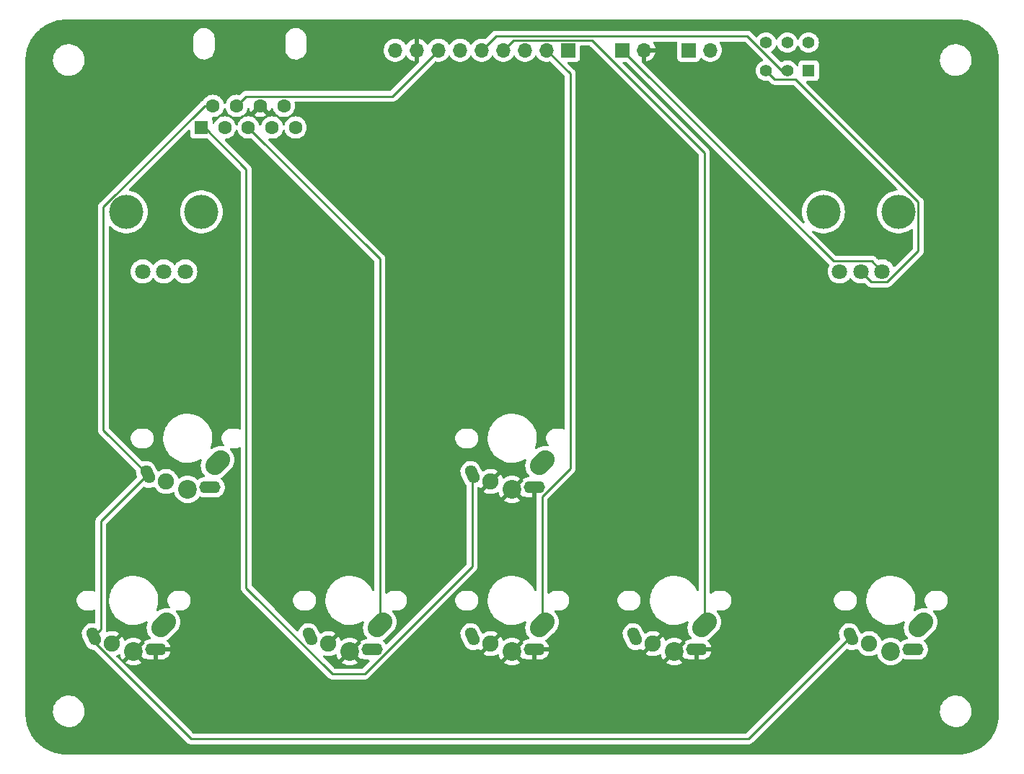
<source format=gbr>
%TF.GenerationSoftware,KiCad,Pcbnew,(7.0.0)*%
%TF.CreationDate,2023-03-31T17:22:55-07:00*%
%TF.ProjectId,JoyKeyMX,4a6f794b-6579-44d5-982e-6b696361645f,C*%
%TF.SameCoordinates,Original*%
%TF.FileFunction,Copper,L2,Bot*%
%TF.FilePolarity,Positive*%
%FSLAX46Y46*%
G04 Gerber Fmt 4.6, Leading zero omitted, Abs format (unit mm)*
G04 Created by KiCad (PCBNEW (7.0.0)) date 2023-03-31 17:22:55*
%MOMM*%
%LPD*%
G01*
G04 APERTURE LIST*
G04 Aperture macros list*
%AMHorizOval*
0 Thick line with rounded ends*
0 $1 width*
0 $2 $3 position (X,Y) of the first rounded end (center of the circle)*
0 $4 $5 position (X,Y) of the second rounded end (center of the circle)*
0 Add line between two ends*
20,1,$1,$2,$3,$4,$5,0*
0 Add two circle primitives to create the rounded ends*
1,1,$1,$2,$3*
1,1,$1,$4,$5*%
G04 Aperture macros list end*
%TA.AperFunction,ComponentPad*%
%ADD10HorizOval,1.400000X-0.169047X0.362523X0.169047X-0.362523X0*%
%TD*%
%TA.AperFunction,ComponentPad*%
%ADD11HorizOval,2.200000X-0.353553X-0.353553X0.353553X0.353553X0*%
%TD*%
%TA.AperFunction,ComponentPad*%
%ADD12C,1.900000*%
%TD*%
%TA.AperFunction,ComponentPad*%
%ADD13C,2.200000*%
%TD*%
%TA.AperFunction,ComponentPad*%
%ADD14O,2.500000X1.400000*%
%TD*%
%TA.AperFunction,ComponentPad*%
%ADD15R,1.400000X1.400000*%
%TD*%
%TA.AperFunction,ComponentPad*%
%ADD16C,1.400000*%
%TD*%
%TA.AperFunction,ComponentPad*%
%ADD17R,1.700000X1.700000*%
%TD*%
%TA.AperFunction,ComponentPad*%
%ADD18O,1.700000X1.700000*%
%TD*%
%TA.AperFunction,ComponentPad*%
%ADD19R,1.600000X1.600000*%
%TD*%
%TA.AperFunction,ComponentPad*%
%ADD20C,1.600000*%
%TD*%
%TA.AperFunction,WasherPad*%
%ADD21C,4.000000*%
%TD*%
%TA.AperFunction,ComponentPad*%
%ADD22C,1.800000*%
%TD*%
%TA.AperFunction,ViaPad*%
%ADD23C,0.800000*%
%TD*%
%TA.AperFunction,Conductor*%
%ADD24C,0.250000*%
%TD*%
G04 APERTURE END LIST*
D10*
%TO.P,SW7,1*%
%TO.N,4*%
X141349999Y-131249999D03*
D11*
X149549999Y-129869999D03*
D12*
%TO.P,SW7,2*%
%TO.N,8*%
X143510000Y-132080000D03*
D13*
X146050000Y-133000000D03*
D14*
X148649999Y-132749999D03*
%TD*%
D10*
%TO.P,SW6,1*%
%TO.N,3*%
X103249999Y-131249999D03*
D11*
X111449999Y-129869999D03*
D12*
%TO.P,SW6,2*%
%TO.N,8*%
X105410000Y-132080000D03*
D13*
X107950000Y-133000000D03*
D14*
X110549999Y-132749999D03*
%TD*%
D10*
%TO.P,SW5,1*%
%TO.N,2*%
X122299999Y-131249999D03*
D11*
X130499999Y-129869999D03*
D12*
%TO.P,SW5,2*%
%TO.N,8*%
X124460000Y-132080000D03*
D13*
X127000000Y-133000000D03*
D14*
X129599999Y-132749999D03*
%TD*%
D10*
%TO.P,SW4,1*%
%TO.N,1*%
X122299999Y-112199999D03*
D11*
X130499999Y-110819999D03*
D12*
%TO.P,SW4,2*%
%TO.N,8*%
X124460000Y-113030000D03*
D13*
X127000000Y-113950000D03*
D14*
X129599999Y-113699999D03*
%TD*%
D10*
%TO.P,SW3,1*%
%TO.N,6*%
X84199999Y-112199999D03*
D11*
X92399999Y-110819999D03*
D12*
%TO.P,SW3,2*%
%TO.N,BTNL*%
X86360000Y-113030000D03*
D13*
X88900000Y-113950000D03*
D14*
X91499999Y-113699999D03*
%TD*%
D10*
%TO.P,SW2,1*%
%TO.N,6*%
X166749999Y-131249999D03*
D11*
X174949999Y-129869999D03*
D12*
%TO.P,SW2,2*%
%TO.N,BTNR*%
X168910000Y-132080000D03*
D13*
X171450000Y-133000000D03*
D14*
X174049999Y-132749999D03*
%TD*%
D10*
%TO.P,SW1,1*%
%TO.N,6*%
X77849999Y-131249999D03*
D11*
X86049999Y-129869999D03*
D12*
%TO.P,SW1,2*%
%TO.N,8*%
X80010000Y-132080000D03*
D13*
X82550000Y-133000000D03*
D14*
X85149999Y-132749999D03*
%TD*%
D15*
%TO.P,JP1,1,A*%
%TO.N,BTNR*%
X161799999Y-64749999D03*
D16*
%TO.P,JP1,2,B*%
%TO.N,5*%
X159300000Y-64750000D03*
%TO.P,JP1,3,C*%
%TO.N,POTR*%
X156800000Y-64750000D03*
%TO.P,JP1,4,A*%
%TO.N,BTNL*%
X161800000Y-61450000D03*
%TO.P,JP1,5,B*%
%TO.N,9*%
X159300000Y-61450000D03*
%TO.P,JP1,6,C*%
%TO.N,POTL*%
X156800000Y-61450000D03*
%TD*%
D17*
%TO.P,J4,1,Pin_1*%
%TO.N,POTL*%
X147724999Y-62349999D03*
D18*
%TO.P,J4,2,Pin_2*%
%TO.N,POTR*%
X150264999Y-62349999D03*
%TD*%
D17*
%TO.P,J2,1,Pin_1*%
%TO.N,1*%
X133593999Y-62349999D03*
D18*
%TO.P,J2,2,Pin_2*%
%TO.N,2*%
X131053999Y-62349999D03*
%TO.P,J2,3,Pin_3*%
%TO.N,3*%
X128513999Y-62349999D03*
%TO.P,J2,4,Pin_4*%
%TO.N,4*%
X125973999Y-62349999D03*
%TO.P,J2,5,Pin_5*%
%TO.N,5*%
X123433999Y-62349999D03*
%TO.P,J2,6,Pin_6*%
%TO.N,6*%
X120893999Y-62349999D03*
%TO.P,J2,7,Pin_7*%
%TO.N,7*%
X118353999Y-62349999D03*
%TO.P,J2,8,Pin_8*%
%TO.N,8*%
X115813999Y-62349999D03*
%TO.P,J2,9,Pin_9*%
%TO.N,9*%
X113273999Y-62349999D03*
%TD*%
D19*
%TO.P,J1,1,1*%
%TO.N,1*%
X90487499Y-71437499D03*
D20*
%TO.P,J1,2,2*%
%TO.N,2*%
X93257500Y-71437500D03*
%TO.P,J1,3,3*%
%TO.N,3*%
X96027500Y-71437500D03*
%TO.P,J1,4,4*%
%TO.N,4*%
X98797500Y-71437500D03*
%TO.P,J1,5,5*%
%TO.N,5*%
X101567500Y-71437500D03*
%TO.P,J1,6,6*%
%TO.N,6*%
X91872500Y-68897500D03*
%TO.P,J1,7,7*%
%TO.N,7*%
X94642500Y-68897500D03*
%TO.P,J1,8,8*%
%TO.N,8*%
X97412500Y-68897500D03*
%TO.P,J1,9,9*%
%TO.N,9*%
X100182500Y-68897500D03*
%TD*%
D17*
%TO.P,J3,1,Pin_1*%
%TO.N,7*%
X139924999Y-62349999D03*
D18*
%TO.P,J3,2,Pin_2*%
%TO.N,8*%
X142464999Y-62349999D03*
%TD*%
D21*
%TO.P,RV1,*%
%TO.N,*%
X81706000Y-81346000D03*
X90506000Y-81346000D03*
D22*
%TO.P,RV1,1,1*%
%TO.N,7*%
X88606000Y-88346000D03*
%TO.P,RV1,2,2*%
%TO.N,POTL*%
X86106000Y-88346000D03*
%TO.P,RV1,3,3*%
%TO.N,unconnected-(RV1-Pad3)*%
X83606000Y-88346000D03*
%TD*%
D21*
%TO.P,RV2,*%
%TO.N,*%
X163544000Y-81346000D03*
X172344000Y-81346000D03*
D22*
%TO.P,RV2,1,1*%
%TO.N,7*%
X170444000Y-88346000D03*
%TO.P,RV2,2,2*%
%TO.N,POTR*%
X167944000Y-88346000D03*
%TO.P,RV2,3,3*%
%TO.N,unconnected-(RV2-Pad3)*%
X165444000Y-88346000D03*
%TD*%
D23*
%TO.N,8*%
X114300000Y-115316000D03*
X114300000Y-107696000D03*
X146558000Y-67056000D03*
X137160000Y-67056000D03*
X84836000Y-94742000D03*
%TD*%
D24*
%TO.N,1*%
X90868500Y-71437500D02*
X90487500Y-71437500D01*
X95758000Y-76327000D02*
X90868500Y-71437500D01*
X95758000Y-125518985D02*
X95758000Y-76327000D01*
X105875015Y-135636000D02*
X95758000Y-125518985D01*
X109663569Y-135636000D02*
X105875015Y-135636000D01*
X122300000Y-122999569D02*
X109663569Y-135636000D01*
X122300000Y-112200000D02*
X122300000Y-122999569D01*
%TO.N,6*%
X89268523Y-143256000D02*
X154744000Y-143256000D01*
X154744000Y-143256000D02*
X166750000Y-131250000D01*
X77850000Y-131837477D02*
X89268523Y-143256000D01*
X77850000Y-131250000D02*
X77850000Y-131837477D01*
%TO.N,POTR*%
X171033000Y-89571000D02*
X169169000Y-89571000D01*
X174669000Y-85935000D02*
X171033000Y-89571000D01*
X174669000Y-80181000D02*
X174669000Y-85935000D01*
X169169000Y-89571000D02*
X167944000Y-88346000D01*
X160263000Y-65775000D02*
X174669000Y-80181000D01*
X157825000Y-65775000D02*
X160263000Y-65775000D01*
X156800000Y-64750000D02*
X157825000Y-65775000D01*
%TO.N,4*%
X127149000Y-61175000D02*
X125974000Y-62350000D01*
X149550000Y-74366000D02*
X136359000Y-61175000D01*
X136359000Y-61175000D02*
X127149000Y-61175000D01*
X149550000Y-129870000D02*
X149550000Y-74366000D01*
%TO.N,2*%
X133805000Y-65101000D02*
X131054000Y-62350000D01*
X130500000Y-114799569D02*
X133805000Y-111494569D01*
X133805000Y-111494569D02*
X133805000Y-65101000D01*
X130500000Y-129870000D02*
X130500000Y-114799569D01*
%TO.N,3*%
X111450000Y-86860000D02*
X96027500Y-71437500D01*
X111450000Y-129870000D02*
X111450000Y-86860000D01*
%TO.N,6*%
X90866453Y-68897500D02*
X91872500Y-68897500D01*
X78994000Y-80769953D02*
X90866453Y-68897500D01*
X78994000Y-106994000D02*
X78994000Y-80769953D01*
X84200000Y-112200000D02*
X78994000Y-106994000D01*
%TO.N,7*%
X169219000Y-87121000D02*
X170444000Y-88346000D01*
X164696000Y-87121000D02*
X169219000Y-87121000D01*
X139925000Y-62350000D02*
X164696000Y-87121000D01*
%TO.N,6*%
X78695000Y-117705000D02*
X78695000Y-130405000D01*
X84200000Y-112200000D02*
X78695000Y-117705000D01*
X78695000Y-130405000D02*
X77850000Y-131250000D01*
%TO.N,7*%
X95767500Y-67772500D02*
X112931500Y-67772500D01*
X94642500Y-68897500D02*
X95767500Y-67772500D01*
X112931500Y-67772500D02*
X118354000Y-62350000D01*
%TO.N,5*%
X154606431Y-60706000D02*
X125078000Y-60706000D01*
X158650431Y-64750000D02*
X154606431Y-60706000D01*
X159300000Y-64750000D02*
X158650431Y-64750000D01*
X125078000Y-60706000D02*
X123434000Y-62350000D01*
%TD*%
%TA.AperFunction,Conductor*%
%TO.N,8*%
G36*
X94731595Y-71721996D02*
G01*
X94764206Y-71778479D01*
X94793216Y-71886743D01*
X94889977Y-72094249D01*
X94893130Y-72098752D01*
X94893133Y-72098757D01*
X94969623Y-72207996D01*
X95021302Y-72281800D01*
X95183200Y-72443698D01*
X95370751Y-72575023D01*
X95578257Y-72671784D01*
X95799413Y-72731043D01*
X96027500Y-72750998D01*
X96255587Y-72731043D01*
X96274553Y-72725960D01*
X96319041Y-72714041D01*
X96384264Y-72714040D01*
X96440748Y-72746652D01*
X110779595Y-87085499D01*
X110806909Y-87126376D01*
X110816500Y-87174594D01*
X110816500Y-125770961D01*
X110797835Y-125836955D01*
X110747370Y-125883397D01*
X110680056Y-125896527D01*
X110615836Y-125872456D01*
X110573737Y-125818315D01*
X110562259Y-125790014D01*
X110550562Y-125761172D01*
X110385789Y-125462290D01*
X110284190Y-125320693D01*
X110189002Y-125188031D01*
X110188996Y-125188024D01*
X110186823Y-125184995D01*
X109956456Y-124933178D01*
X109933304Y-124913226D01*
X109700755Y-124712814D01*
X109700747Y-124712808D01*
X109697924Y-124710375D01*
X109553524Y-124613114D01*
X109417959Y-124521804D01*
X109417954Y-124521801D01*
X109414854Y-124519713D01*
X109411529Y-124518006D01*
X109411525Y-124518004D01*
X109114549Y-124365577D01*
X109114547Y-124365576D01*
X109111221Y-124363869D01*
X109087107Y-124354912D01*
X108794788Y-124246331D01*
X108794781Y-124246329D01*
X108791287Y-124245031D01*
X108609572Y-124201120D01*
X108463177Y-124165744D01*
X108463174Y-124165743D01*
X108459543Y-124164866D01*
X108438211Y-124162325D01*
X108124351Y-124124941D01*
X108124345Y-124124940D01*
X108120646Y-124124500D01*
X107864751Y-124124500D01*
X107862907Y-124124609D01*
X107862887Y-124124610D01*
X107613027Y-124139438D01*
X107613022Y-124139438D01*
X107609307Y-124139659D01*
X107605650Y-124140316D01*
X107605635Y-124140318D01*
X107277072Y-124199370D01*
X107277063Y-124199371D01*
X107273397Y-124200031D01*
X107269837Y-124201117D01*
X107269829Y-124201120D01*
X106950550Y-124298618D01*
X106950544Y-124298620D01*
X106946985Y-124299707D01*
X106943585Y-124301204D01*
X106943568Y-124301211D01*
X106638082Y-124435779D01*
X106638074Y-124435782D01*
X106634653Y-124437290D01*
X106631424Y-124439196D01*
X106631424Y-124439197D01*
X106344006Y-124608945D01*
X106343997Y-124608950D01*
X106340785Y-124610848D01*
X106337822Y-124613109D01*
X106337816Y-124613114D01*
X106072471Y-124815680D01*
X106072458Y-124815690D01*
X106069507Y-124817944D01*
X106066838Y-124820534D01*
X106066831Y-124820541D01*
X105827307Y-125053070D01*
X105827296Y-125053080D01*
X105824628Y-125055672D01*
X105822275Y-125058570D01*
X105822272Y-125058575D01*
X105611938Y-125317791D01*
X105611932Y-125317798D01*
X105609584Y-125320693D01*
X105607600Y-125323835D01*
X105607589Y-125323851D01*
X105429387Y-125606131D01*
X105429382Y-125606138D01*
X105427394Y-125609289D01*
X105425787Y-125612660D01*
X105425786Y-125612664D01*
X105283979Y-125910347D01*
X105280616Y-125917406D01*
X105279423Y-125920933D01*
X105279420Y-125920942D01*
X105191331Y-126181501D01*
X105171310Y-126240722D01*
X105170542Y-126244369D01*
X105170541Y-126244374D01*
X105118752Y-126490414D01*
X105101011Y-126574695D01*
X105100679Y-126578408D01*
X105100679Y-126578415D01*
X105071038Y-126910907D01*
X105071037Y-126910918D01*
X105070706Y-126914639D01*
X105080820Y-127255782D01*
X105081370Y-127259467D01*
X105081371Y-127259477D01*
X105130658Y-127589640D01*
X105130659Y-127589649D01*
X105131210Y-127593334D01*
X105221171Y-127922556D01*
X105349438Y-128238828D01*
X105351238Y-128242093D01*
X105423044Y-128372343D01*
X105514211Y-128537710D01*
X105516393Y-128540752D01*
X105516395Y-128540754D01*
X105710997Y-128811968D01*
X105711004Y-128811977D01*
X105713177Y-128815005D01*
X105943544Y-129066822D01*
X105946379Y-129069265D01*
X106199244Y-129287185D01*
X106199250Y-129287189D01*
X106202076Y-129289625D01*
X106485146Y-129480287D01*
X106788779Y-129636131D01*
X107108713Y-129754969D01*
X107440457Y-129835134D01*
X107779354Y-129875500D01*
X108033378Y-129875500D01*
X108035249Y-129875500D01*
X108290693Y-129860341D01*
X108626603Y-129799969D01*
X108953015Y-129700293D01*
X109265347Y-129562710D01*
X109422102Y-129470130D01*
X109481882Y-129452695D01*
X109542712Y-129466018D01*
X109589733Y-129506845D01*
X109611459Y-129565203D01*
X109602585Y-129626840D01*
X109563836Y-129720388D01*
X109563833Y-129720394D01*
X109561942Y-129724962D01*
X109560789Y-129729761D01*
X109560786Y-129729773D01*
X109503993Y-129966337D01*
X109502838Y-129971150D01*
X109502450Y-129976073D01*
X109502449Y-129976083D01*
X109485885Y-130186561D01*
X109482974Y-130223553D01*
X109483362Y-130228483D01*
X109502449Y-130471022D01*
X109502450Y-130471030D01*
X109502838Y-130475956D01*
X109503992Y-130480764D01*
X109503993Y-130480768D01*
X109560786Y-130717332D01*
X109560788Y-130717340D01*
X109561942Y-130722144D01*
X109563835Y-130726714D01*
X109563836Y-130726717D01*
X109615866Y-130852328D01*
X109658831Y-130956055D01*
X109791119Y-131171929D01*
X109937267Y-131343046D01*
X109965849Y-131404815D01*
X109958134Y-131472439D01*
X109916373Y-131526184D01*
X109852753Y-131550369D01*
X109789068Y-131556101D01*
X109777970Y-131558115D01*
X109579282Y-131612950D01*
X109568719Y-131616914D01*
X109383015Y-131706344D01*
X109373331Y-131712130D01*
X109206580Y-131833282D01*
X109198081Y-131840706D01*
X109171864Y-131868127D01*
X109165364Y-131879887D01*
X109172129Y-131891505D01*
X109205822Y-131925198D01*
X109238434Y-131981682D01*
X109238434Y-132046904D01*
X109205822Y-132103388D01*
X108320939Y-132988270D01*
X108314167Y-133000000D01*
X108320939Y-133011729D01*
X109245719Y-133936509D01*
X109255340Y-133942535D01*
X109263286Y-133934431D01*
X109295707Y-133881525D01*
X109342602Y-133836855D01*
X109405493Y-133821381D01*
X109463523Y-133837979D01*
X109463796Y-133837413D01*
X109467092Y-133839000D01*
X109467762Y-133839192D01*
X109468893Y-133839867D01*
X109479048Y-133844758D01*
X109672032Y-133917186D01*
X109682895Y-133920184D01*
X109885705Y-133956988D01*
X109896940Y-133958000D01*
X110141474Y-133958000D01*
X110198677Y-133971733D01*
X110243410Y-134009939D01*
X110265923Y-134064289D01*
X110261307Y-134122936D01*
X110230569Y-134173095D01*
X109438069Y-134965595D01*
X109397192Y-134992909D01*
X109348974Y-135002500D01*
X106189609Y-135002500D01*
X106141391Y-134992909D01*
X106100514Y-134965595D01*
X105440258Y-134305339D01*
X107007463Y-134305339D01*
X107015566Y-134313285D01*
X107213505Y-134434582D01*
X107222300Y-134439063D01*
X107446990Y-134532133D01*
X107456376Y-134535183D01*
X107692863Y-134591958D01*
X107702609Y-134593502D01*
X107945070Y-134612584D01*
X107954930Y-134612584D01*
X108197390Y-134593502D01*
X108207136Y-134591958D01*
X108443623Y-134535183D01*
X108453009Y-134532133D01*
X108677699Y-134439063D01*
X108686494Y-134434582D01*
X108884432Y-134313285D01*
X108892535Y-134305339D01*
X108886509Y-134295719D01*
X107961729Y-133370939D01*
X107949999Y-133364167D01*
X107938271Y-133370938D01*
X107013489Y-134295719D01*
X107007463Y-134305339D01*
X105440258Y-134305339D01*
X104799893Y-133664974D01*
X104766844Y-133606810D01*
X104768226Y-133539927D01*
X104803651Y-133483178D01*
X104863131Y-133452561D01*
X104929900Y-133456706D01*
X105045924Y-133496537D01*
X105055994Y-133499087D01*
X105284049Y-133537142D01*
X105294398Y-133538000D01*
X105525602Y-133538000D01*
X105535950Y-133537142D01*
X105764005Y-133499087D01*
X105774075Y-133496537D01*
X105992747Y-133421467D01*
X106002258Y-133417295D01*
X106206950Y-133306521D01*
X106262103Y-133291427D01*
X106318248Y-133302263D01*
X106363821Y-133336799D01*
X106389438Y-133387920D01*
X106414813Y-133493614D01*
X106417866Y-133503009D01*
X106510936Y-133727699D01*
X106515417Y-133736494D01*
X106636713Y-133934433D01*
X106644658Y-133942535D01*
X106654279Y-133936509D01*
X107950000Y-132640790D01*
X107950000Y-132640789D01*
X108886511Y-131704277D01*
X108892536Y-131694659D01*
X108884433Y-131686713D01*
X108686494Y-131565417D01*
X108677699Y-131560936D01*
X108453009Y-131467866D01*
X108443623Y-131464816D01*
X108207136Y-131408041D01*
X108197390Y-131406497D01*
X107954930Y-131387416D01*
X107945070Y-131387416D01*
X107702609Y-131406497D01*
X107692863Y-131408041D01*
X107456376Y-131464816D01*
X107446990Y-131467866D01*
X107222300Y-131560936D01*
X107213505Y-131565417D01*
X107006141Y-131692490D01*
X106995986Y-131699869D01*
X106939574Y-131722691D01*
X106879046Y-131716413D01*
X106828519Y-131682499D01*
X106799779Y-131628860D01*
X106795008Y-131610020D01*
X106791635Y-131600195D01*
X106698760Y-131388463D01*
X106693817Y-131379328D01*
X106613014Y-131255650D01*
X106604919Y-131247802D01*
X106595387Y-131253821D01*
X105499094Y-132350114D01*
X105442610Y-132382726D01*
X105377388Y-132382726D01*
X105320904Y-132350114D01*
X105139884Y-132169094D01*
X105107272Y-132112610D01*
X105107272Y-132047388D01*
X105139884Y-131990904D01*
X106234277Y-130896511D01*
X106241045Y-130884208D01*
X106232808Y-130872837D01*
X106214297Y-130858429D01*
X106205602Y-130852748D01*
X106002264Y-130742707D01*
X105992747Y-130738532D01*
X105774075Y-130663462D01*
X105764005Y-130660912D01*
X105535950Y-130622857D01*
X105525602Y-130622000D01*
X105294398Y-130622000D01*
X105284049Y-130622857D01*
X105055994Y-130660912D01*
X105045924Y-130663462D01*
X104827252Y-130738532D01*
X104817735Y-130742707D01*
X104614398Y-130852748D01*
X104605701Y-130858429D01*
X104580157Y-130878311D01*
X104529331Y-130902045D01*
X104473241Y-130901368D01*
X104423003Y-130876413D01*
X104388574Y-130832127D01*
X104385143Y-130824770D01*
X104153288Y-130327553D01*
X104071417Y-130186561D01*
X103930346Y-130020971D01*
X103818482Y-129929457D01*
X103766350Y-129886809D01*
X103766348Y-129886807D01*
X103761976Y-129883231D01*
X103757032Y-129880491D01*
X103757030Y-129880489D01*
X103576668Y-129780512D01*
X103576664Y-129780510D01*
X103571717Y-129777768D01*
X103566361Y-129775953D01*
X103566353Y-129775950D01*
X103371050Y-129709790D01*
X103371048Y-129709789D01*
X103365683Y-129707972D01*
X103360080Y-129707141D01*
X103360077Y-129707141D01*
X103156100Y-129676916D01*
X103156089Y-129676915D01*
X103150499Y-129676087D01*
X103144845Y-129676270D01*
X103144841Y-129676270D01*
X102938736Y-129682952D01*
X102938729Y-129682952D01*
X102933080Y-129683136D01*
X102927553Y-129684325D01*
X102927546Y-129684326D01*
X102725940Y-129727704D01*
X102725933Y-129727705D01*
X102720412Y-129728894D01*
X102715189Y-129731049D01*
X102715185Y-129731051D01*
X102524563Y-129809731D01*
X102524556Y-129809734D01*
X102519334Y-129811890D01*
X102514578Y-129814944D01*
X102514572Y-129814948D01*
X102341066Y-129926398D01*
X102341059Y-129926402D01*
X102336305Y-129929457D01*
X102332169Y-129933313D01*
X102332165Y-129933317D01*
X102181350Y-130073954D01*
X102181342Y-130073961D01*
X102177211Y-130077815D01*
X102173829Y-130082349D01*
X102173828Y-130082351D01*
X102050544Y-130247661D01*
X102050537Y-130247670D01*
X102047164Y-130252195D01*
X102044649Y-130257253D01*
X102044647Y-130257258D01*
X101952859Y-130441932D01*
X101950343Y-130446995D01*
X101948772Y-130452423D01*
X101926943Y-130527836D01*
X101893663Y-130583221D01*
X101837306Y-130614828D01*
X101772693Y-130614344D01*
X101716816Y-130581897D01*
X99119881Y-127984962D01*
X98241529Y-127106610D01*
X101269500Y-127106610D01*
X101308679Y-127316198D01*
X101310781Y-127321625D01*
X101310782Y-127321627D01*
X101383596Y-127509585D01*
X101383599Y-127509592D01*
X101385702Y-127515019D01*
X101388767Y-127519969D01*
X101388770Y-127519975D01*
X101436422Y-127596935D01*
X101497948Y-127696302D01*
X101501866Y-127700600D01*
X101501870Y-127700605D01*
X101637667Y-127849566D01*
X101637670Y-127849568D01*
X101641593Y-127853872D01*
X101646244Y-127857384D01*
X101778499Y-127957260D01*
X101811745Y-127982366D01*
X101816959Y-127984962D01*
X101972038Y-128062182D01*
X102002611Y-128077405D01*
X102207690Y-128135756D01*
X102366806Y-128150500D01*
X102870281Y-128150500D01*
X102873194Y-128150500D01*
X103032310Y-128135756D01*
X103237389Y-128077405D01*
X103428255Y-127982366D01*
X103598407Y-127853872D01*
X103742052Y-127696302D01*
X103854298Y-127515019D01*
X103931321Y-127316198D01*
X103970500Y-127106610D01*
X103970500Y-126893390D01*
X103931321Y-126683802D01*
X103854298Y-126484981D01*
X103742052Y-126303698D01*
X103738132Y-126299398D01*
X103738129Y-126299394D01*
X103602332Y-126150433D01*
X103602329Y-126150430D01*
X103598407Y-126146128D01*
X103507456Y-126077444D01*
X103432905Y-126021145D01*
X103432900Y-126021142D01*
X103428255Y-126017634D01*
X103423042Y-126015038D01*
X103423040Y-126015037D01*
X103242600Y-125925189D01*
X103242593Y-125925186D01*
X103237389Y-125922595D01*
X103231791Y-125921002D01*
X103231788Y-125921001D01*
X103037909Y-125865837D01*
X103037908Y-125865836D01*
X103032310Y-125864244D01*
X103012043Y-125862366D01*
X102876089Y-125849768D01*
X102876083Y-125849767D01*
X102873194Y-125849500D01*
X102366806Y-125849500D01*
X102363917Y-125849767D01*
X102363910Y-125849768D01*
X102213484Y-125863707D01*
X102213482Y-125863707D01*
X102207690Y-125864244D01*
X102202093Y-125865836D01*
X102202090Y-125865837D01*
X102008211Y-125921001D01*
X102008204Y-125921003D01*
X102002611Y-125922595D01*
X101997410Y-125925184D01*
X101997399Y-125925189D01*
X101816959Y-126015037D01*
X101816952Y-126015040D01*
X101811745Y-126017634D01*
X101807103Y-126021139D01*
X101807094Y-126021145D01*
X101646244Y-126142615D01*
X101646239Y-126142619D01*
X101641593Y-126146128D01*
X101637675Y-126150425D01*
X101637667Y-126150433D01*
X101501870Y-126299394D01*
X101501862Y-126299404D01*
X101497948Y-126303698D01*
X101494884Y-126308645D01*
X101494882Y-126308649D01*
X101388770Y-126480024D01*
X101388764Y-126480034D01*
X101385702Y-126484981D01*
X101383601Y-126490402D01*
X101383596Y-126490414D01*
X101310782Y-126678372D01*
X101310780Y-126678377D01*
X101308679Y-126683802D01*
X101269500Y-126893390D01*
X101269500Y-127106610D01*
X98241529Y-127106610D01*
X96428405Y-125293485D01*
X96401091Y-125252608D01*
X96391500Y-125204390D01*
X96391500Y-76405767D01*
X96392027Y-76394583D01*
X96393702Y-76387091D01*
X96391562Y-76319014D01*
X96391500Y-76315055D01*
X96391500Y-76291108D01*
X96391500Y-76287144D01*
X96390994Y-76283147D01*
X96390061Y-76271297D01*
X96388673Y-76227110D01*
X96383020Y-76207656D01*
X96379012Y-76188297D01*
X96376474Y-76168203D01*
X96360197Y-76127093D01*
X96356351Y-76115860D01*
X96346229Y-76081019D01*
X96344018Y-76073407D01*
X96333707Y-76055973D01*
X96325008Y-76038215D01*
X96320469Y-76026751D01*
X96317552Y-76019383D01*
X96291561Y-75983610D01*
X96285050Y-75973698D01*
X96262542Y-75935637D01*
X96248217Y-75921312D01*
X96235376Y-75906277D01*
X96228134Y-75896309D01*
X96228131Y-75896306D01*
X96223472Y-75889893D01*
X96189405Y-75861710D01*
X96180626Y-75853721D01*
X93283417Y-72956512D01*
X93249499Y-72894688D01*
X93254111Y-72824322D01*
X93295808Y-72767454D01*
X93361529Y-72741896D01*
X93485587Y-72731043D01*
X93706743Y-72671784D01*
X93914249Y-72575023D01*
X94101800Y-72443698D01*
X94263698Y-72281800D01*
X94395023Y-72094249D01*
X94491784Y-71886743D01*
X94520793Y-71778479D01*
X94553405Y-71721996D01*
X94609889Y-71689384D01*
X94675111Y-71689384D01*
X94731595Y-71721996D01*
G37*
%TD.AperFunction*%
%TA.AperFunction,Conductor*%
G36*
X89127061Y-71683112D02*
G01*
X89165267Y-71727845D01*
X89179000Y-71785048D01*
X89179000Y-72286138D01*
X89179359Y-72289485D01*
X89179360Y-72289488D01*
X89184668Y-72338867D01*
X89184669Y-72338873D01*
X89185511Y-72346701D01*
X89188262Y-72354078D01*
X89188263Y-72354080D01*
X89233462Y-72475263D01*
X89233464Y-72475266D01*
X89236611Y-72483704D01*
X89242008Y-72490914D01*
X89242010Y-72490917D01*
X89306712Y-72577348D01*
X89324239Y-72600761D01*
X89441296Y-72688389D01*
X89578299Y-72739489D01*
X89638862Y-72746000D01*
X91228906Y-72746000D01*
X91277124Y-72755591D01*
X91318001Y-72782905D01*
X95087595Y-76552499D01*
X95114909Y-76593376D01*
X95124500Y-76641594D01*
X95124500Y-106807082D01*
X95108576Y-106868394D01*
X95064831Y-106914209D01*
X95004320Y-106932948D01*
X94942337Y-106919873D01*
X94852600Y-106875189D01*
X94852593Y-106875186D01*
X94847389Y-106872595D01*
X94841791Y-106871002D01*
X94841788Y-106871001D01*
X94647909Y-106815837D01*
X94647908Y-106815836D01*
X94642310Y-106814244D01*
X94636515Y-106813707D01*
X94486089Y-106799768D01*
X94486083Y-106799767D01*
X94483194Y-106799500D01*
X93976806Y-106799500D01*
X93973917Y-106799767D01*
X93973910Y-106799768D01*
X93823484Y-106813707D01*
X93823482Y-106813707D01*
X93817690Y-106814244D01*
X93812093Y-106815836D01*
X93812090Y-106815837D01*
X93618211Y-106871001D01*
X93618204Y-106871003D01*
X93612611Y-106872595D01*
X93607410Y-106875184D01*
X93607399Y-106875189D01*
X93426959Y-106965037D01*
X93426952Y-106965040D01*
X93421745Y-106967634D01*
X93417103Y-106971139D01*
X93417094Y-106971145D01*
X93256244Y-107092615D01*
X93256239Y-107092619D01*
X93251593Y-107096128D01*
X93247675Y-107100425D01*
X93247667Y-107100433D01*
X93111870Y-107249394D01*
X93111862Y-107249404D01*
X93107948Y-107253698D01*
X93104884Y-107258645D01*
X93104882Y-107258649D01*
X92998770Y-107430024D01*
X92998764Y-107430034D01*
X92995702Y-107434981D01*
X92993601Y-107440402D01*
X92993596Y-107440414D01*
X92920782Y-107628372D01*
X92920780Y-107628377D01*
X92918679Y-107633802D01*
X92879500Y-107843390D01*
X92879500Y-108056610D01*
X92918679Y-108266198D01*
X92920781Y-108271625D01*
X92920782Y-108271627D01*
X92993596Y-108459585D01*
X92993599Y-108459592D01*
X92995702Y-108465019D01*
X92998767Y-108469969D01*
X92998770Y-108469975D01*
X93046422Y-108546935D01*
X93107948Y-108646302D01*
X93111866Y-108650600D01*
X93111870Y-108650605D01*
X93124865Y-108664859D01*
X93153963Y-108719086D01*
X93153907Y-108780627D01*
X93124710Y-108834801D01*
X93073337Y-108868684D01*
X93012044Y-108874194D01*
X93010751Y-108873989D01*
X93005956Y-108872838D01*
X93001042Y-108872451D01*
X93001034Y-108872450D01*
X92758483Y-108853362D01*
X92753553Y-108852974D01*
X92748623Y-108853362D01*
X92506083Y-108872449D01*
X92506073Y-108872450D01*
X92501150Y-108872838D01*
X92496342Y-108873992D01*
X92496337Y-108873993D01*
X92259773Y-108930786D01*
X92259761Y-108930789D01*
X92254962Y-108931942D01*
X92250394Y-108933833D01*
X92250388Y-108933836D01*
X92025625Y-109026936D01*
X92025620Y-109026938D01*
X92021051Y-109028831D01*
X92016836Y-109031413D01*
X92016830Y-109031417D01*
X91809394Y-109158534D01*
X91809386Y-109158539D01*
X91805177Y-109161119D01*
X91801416Y-109164330D01*
X91801412Y-109164334D01*
X91754629Y-109204290D01*
X91693172Y-109232820D01*
X91625824Y-109225394D01*
X91572061Y-109184159D01*
X91547428Y-109121039D01*
X91559048Y-109054290D01*
X91569384Y-109032594D01*
X91678690Y-108709278D01*
X91748989Y-108375305D01*
X91779294Y-108035361D01*
X91769180Y-107694218D01*
X91718790Y-107356666D01*
X91628829Y-107027444D01*
X91500562Y-106711172D01*
X91335789Y-106412290D01*
X91234190Y-106270693D01*
X91139002Y-106138031D01*
X91138996Y-106138024D01*
X91136823Y-106134995D01*
X90906456Y-105883178D01*
X90883304Y-105863226D01*
X90650755Y-105662814D01*
X90650747Y-105662808D01*
X90647924Y-105660375D01*
X90503524Y-105563114D01*
X90367959Y-105471804D01*
X90367954Y-105471801D01*
X90364854Y-105469713D01*
X90361529Y-105468006D01*
X90361525Y-105468004D01*
X90064549Y-105315577D01*
X90064547Y-105315576D01*
X90061221Y-105313869D01*
X90037107Y-105304912D01*
X89744788Y-105196331D01*
X89744781Y-105196329D01*
X89741287Y-105195031D01*
X89559572Y-105151120D01*
X89413177Y-105115744D01*
X89413174Y-105115743D01*
X89409543Y-105114866D01*
X89388211Y-105112325D01*
X89074351Y-105074941D01*
X89074345Y-105074940D01*
X89070646Y-105074500D01*
X88814751Y-105074500D01*
X88812907Y-105074609D01*
X88812887Y-105074610D01*
X88563027Y-105089438D01*
X88563022Y-105089438D01*
X88559307Y-105089659D01*
X88555650Y-105090316D01*
X88555635Y-105090318D01*
X88227072Y-105149370D01*
X88227063Y-105149371D01*
X88223397Y-105150031D01*
X88219837Y-105151117D01*
X88219829Y-105151120D01*
X87900550Y-105248618D01*
X87900544Y-105248620D01*
X87896985Y-105249707D01*
X87893585Y-105251204D01*
X87893568Y-105251211D01*
X87588082Y-105385779D01*
X87588074Y-105385782D01*
X87584653Y-105387290D01*
X87581424Y-105389196D01*
X87581424Y-105389197D01*
X87294006Y-105558945D01*
X87293997Y-105558950D01*
X87290785Y-105560848D01*
X87287822Y-105563109D01*
X87287816Y-105563114D01*
X87022471Y-105765680D01*
X87022458Y-105765690D01*
X87019507Y-105767944D01*
X87016838Y-105770534D01*
X87016831Y-105770541D01*
X86777307Y-106003070D01*
X86777296Y-106003080D01*
X86774628Y-106005672D01*
X86772275Y-106008570D01*
X86772272Y-106008575D01*
X86561938Y-106267791D01*
X86561932Y-106267798D01*
X86559584Y-106270693D01*
X86557600Y-106273835D01*
X86557589Y-106273851D01*
X86379387Y-106556131D01*
X86379382Y-106556138D01*
X86377394Y-106559289D01*
X86375787Y-106562660D01*
X86375786Y-106562664D01*
X86256197Y-106813707D01*
X86230616Y-106867406D01*
X86229423Y-106870933D01*
X86229420Y-106870942D01*
X86131639Y-107160170D01*
X86121310Y-107190722D01*
X86120542Y-107194369D01*
X86120541Y-107194374D01*
X86068752Y-107440414D01*
X86051011Y-107524695D01*
X86050679Y-107528408D01*
X86050679Y-107528415D01*
X86021038Y-107860907D01*
X86021037Y-107860918D01*
X86020706Y-107864639D01*
X86030820Y-108205782D01*
X86031370Y-108209467D01*
X86031371Y-108209477D01*
X86080658Y-108539640D01*
X86080659Y-108539649D01*
X86081210Y-108543334D01*
X86171171Y-108872556D01*
X86299438Y-109188828D01*
X86301238Y-109192093D01*
X86373044Y-109322343D01*
X86464211Y-109487710D01*
X86466393Y-109490752D01*
X86466395Y-109490754D01*
X86660997Y-109761968D01*
X86661004Y-109761977D01*
X86663177Y-109765005D01*
X86893544Y-110016822D01*
X86896379Y-110019265D01*
X87149244Y-110237185D01*
X87149250Y-110237189D01*
X87152076Y-110239625D01*
X87435146Y-110430287D01*
X87738779Y-110586131D01*
X88058713Y-110704969D01*
X88390457Y-110785134D01*
X88729354Y-110825500D01*
X88983378Y-110825500D01*
X88985249Y-110825500D01*
X89240693Y-110810341D01*
X89576603Y-110749969D01*
X89903015Y-110650293D01*
X90215347Y-110512710D01*
X90372102Y-110420130D01*
X90431882Y-110402695D01*
X90492712Y-110416018D01*
X90539733Y-110456845D01*
X90561459Y-110515203D01*
X90552585Y-110576840D01*
X90513836Y-110670388D01*
X90513833Y-110670394D01*
X90511942Y-110674962D01*
X90510789Y-110679761D01*
X90510786Y-110679773D01*
X90453993Y-110916337D01*
X90452838Y-110921150D01*
X90452450Y-110926073D01*
X90452449Y-110926083D01*
X90435885Y-111136561D01*
X90432974Y-111173553D01*
X90433362Y-111178483D01*
X90452449Y-111421022D01*
X90452450Y-111421030D01*
X90452838Y-111425956D01*
X90453992Y-111430764D01*
X90453993Y-111430768D01*
X90510786Y-111667332D01*
X90510788Y-111667340D01*
X90511942Y-111672144D01*
X90513835Y-111676714D01*
X90513836Y-111676717D01*
X90565866Y-111802328D01*
X90608831Y-111906055D01*
X90741119Y-112121929D01*
X90886869Y-112292580D01*
X90915451Y-112354349D01*
X90907736Y-112421973D01*
X90865975Y-112475719D01*
X90802354Y-112499903D01*
X90738979Y-112505607D01*
X90738971Y-112505608D01*
X90733342Y-112506115D01*
X90727893Y-112507618D01*
X90727881Y-112507621D01*
X90529106Y-112562480D01*
X90529101Y-112562481D01*
X90523647Y-112563987D01*
X90518551Y-112566440D01*
X90518543Y-112566444D01*
X90332758Y-112655913D01*
X90332749Y-112655918D01*
X90327656Y-112658371D01*
X90323081Y-112661694D01*
X90323074Y-112661699D01*
X90157706Y-112781846D01*
X90106606Y-112803800D01*
X90051033Y-112801617D01*
X90001814Y-112775721D01*
X89852135Y-112647882D01*
X89852131Y-112647879D01*
X89848376Y-112644672D01*
X89632502Y-112512384D01*
X89551619Y-112478881D01*
X89403164Y-112417389D01*
X89403161Y-112417388D01*
X89398591Y-112415495D01*
X89393787Y-112414341D01*
X89393779Y-112414339D01*
X89157215Y-112357546D01*
X89157211Y-112357545D01*
X89152403Y-112356391D01*
X89147477Y-112356003D01*
X89147469Y-112356002D01*
X88904930Y-112336914D01*
X88900000Y-112336526D01*
X88895070Y-112336914D01*
X88652530Y-112356002D01*
X88652520Y-112356003D01*
X88647597Y-112356391D01*
X88642789Y-112357545D01*
X88642784Y-112357546D01*
X88406220Y-112414339D01*
X88406208Y-112414342D01*
X88401409Y-112415495D01*
X88396841Y-112417386D01*
X88396835Y-112417389D01*
X88172072Y-112510489D01*
X88172067Y-112510491D01*
X88167498Y-112512384D01*
X88163283Y-112514966D01*
X88163277Y-112514970D01*
X87955835Y-112642091D01*
X87955830Y-112642094D01*
X87951624Y-112644672D01*
X87947870Y-112647877D01*
X87946286Y-112649029D01*
X87889876Y-112671850D01*
X87829349Y-112665572D01*
X87778823Y-112631659D01*
X87750084Y-112578026D01*
X87744203Y-112554803D01*
X87647109Y-112333451D01*
X87514906Y-112131100D01*
X87435372Y-112044703D01*
X87354733Y-111957105D01*
X87354728Y-111957100D01*
X87351201Y-111953269D01*
X87160458Y-111804808D01*
X87034375Y-111736575D01*
X86952466Y-111692248D01*
X86952463Y-111692246D01*
X86947881Y-111689767D01*
X86942957Y-111688076D01*
X86942949Y-111688073D01*
X86724198Y-111612976D01*
X86724192Y-111612974D01*
X86719268Y-111611284D01*
X86714131Y-111610426D01*
X86714128Y-111610426D01*
X86485992Y-111572357D01*
X86485989Y-111572356D01*
X86480855Y-111571500D01*
X86239145Y-111571500D01*
X86234011Y-111572356D01*
X86234007Y-111572357D01*
X86005871Y-111610426D01*
X86005865Y-111610427D01*
X86000732Y-111611284D01*
X85995810Y-111612973D01*
X85995801Y-111612976D01*
X85777050Y-111688073D01*
X85777037Y-111688078D01*
X85772119Y-111689767D01*
X85767541Y-111692244D01*
X85767533Y-111692248D01*
X85564125Y-111802327D01*
X85564117Y-111802331D01*
X85559542Y-111804808D01*
X85555436Y-111808003D01*
X85555428Y-111808009D01*
X85529942Y-111827846D01*
X85479116Y-111851581D01*
X85423025Y-111850904D01*
X85372787Y-111825949D01*
X85338358Y-111781663D01*
X85104480Y-111280109D01*
X85104478Y-111280106D01*
X85103288Y-111277553D01*
X85021417Y-111136561D01*
X84880346Y-110970971D01*
X84768482Y-110879457D01*
X84716350Y-110836809D01*
X84716348Y-110836807D01*
X84711976Y-110833231D01*
X84707032Y-110830491D01*
X84707030Y-110830489D01*
X84526668Y-110730512D01*
X84526664Y-110730510D01*
X84521717Y-110727768D01*
X84516361Y-110725953D01*
X84516353Y-110725950D01*
X84321050Y-110659790D01*
X84321048Y-110659789D01*
X84315683Y-110657972D01*
X84310080Y-110657141D01*
X84310077Y-110657141D01*
X84106100Y-110626916D01*
X84106089Y-110626915D01*
X84100499Y-110626087D01*
X84094845Y-110626270D01*
X84094841Y-110626270D01*
X83888736Y-110632952D01*
X83888729Y-110632952D01*
X83883080Y-110633136D01*
X83877553Y-110634325D01*
X83877546Y-110634326D01*
X83675942Y-110677704D01*
X83675940Y-110677704D01*
X83670412Y-110678894D01*
X83669154Y-110679412D01*
X83602974Y-110681391D01*
X83544059Y-110648154D01*
X80952515Y-108056610D01*
X82219500Y-108056610D01*
X82258679Y-108266198D01*
X82260781Y-108271625D01*
X82260782Y-108271627D01*
X82333596Y-108459585D01*
X82333599Y-108459592D01*
X82335702Y-108465019D01*
X82338767Y-108469969D01*
X82338770Y-108469975D01*
X82386422Y-108546935D01*
X82447948Y-108646302D01*
X82451866Y-108650600D01*
X82451870Y-108650605D01*
X82587667Y-108799566D01*
X82587670Y-108799568D01*
X82591593Y-108803872D01*
X82596244Y-108807384D01*
X82728499Y-108907260D01*
X82761745Y-108932366D01*
X82766959Y-108934962D01*
X82922038Y-109012182D01*
X82952611Y-109027405D01*
X83157690Y-109085756D01*
X83316806Y-109100500D01*
X83820281Y-109100500D01*
X83823194Y-109100500D01*
X83982310Y-109085756D01*
X84187389Y-109027405D01*
X84378255Y-108932366D01*
X84548407Y-108803872D01*
X84692052Y-108646302D01*
X84804298Y-108465019D01*
X84881321Y-108266198D01*
X84920500Y-108056610D01*
X84920500Y-107843390D01*
X84881321Y-107633802D01*
X84834223Y-107512229D01*
X84806403Y-107440414D01*
X84806401Y-107440411D01*
X84804298Y-107434981D01*
X84692052Y-107253698D01*
X84688132Y-107249398D01*
X84688129Y-107249394D01*
X84552332Y-107100433D01*
X84552329Y-107100430D01*
X84548407Y-107096128D01*
X84479060Y-107043759D01*
X84382905Y-106971145D01*
X84382900Y-106971142D01*
X84378255Y-106967634D01*
X84373042Y-106965038D01*
X84373040Y-106965037D01*
X84192600Y-106875189D01*
X84192593Y-106875186D01*
X84187389Y-106872595D01*
X84181791Y-106871002D01*
X84181788Y-106871001D01*
X83987909Y-106815837D01*
X83987908Y-106815836D01*
X83982310Y-106814244D01*
X83976515Y-106813707D01*
X83826089Y-106799768D01*
X83826083Y-106799767D01*
X83823194Y-106799500D01*
X83316806Y-106799500D01*
X83313917Y-106799767D01*
X83313910Y-106799768D01*
X83163484Y-106813707D01*
X83163482Y-106813707D01*
X83157690Y-106814244D01*
X83152093Y-106815836D01*
X83152090Y-106815837D01*
X82958211Y-106871001D01*
X82958204Y-106871003D01*
X82952611Y-106872595D01*
X82947410Y-106875184D01*
X82947399Y-106875189D01*
X82766959Y-106965037D01*
X82766952Y-106965040D01*
X82761745Y-106967634D01*
X82757103Y-106971139D01*
X82757094Y-106971145D01*
X82596244Y-107092615D01*
X82596239Y-107092619D01*
X82591593Y-107096128D01*
X82587675Y-107100425D01*
X82587667Y-107100433D01*
X82451870Y-107249394D01*
X82451862Y-107249404D01*
X82447948Y-107253698D01*
X82444884Y-107258645D01*
X82444882Y-107258649D01*
X82338770Y-107430024D01*
X82338764Y-107430034D01*
X82335702Y-107434981D01*
X82333601Y-107440402D01*
X82333596Y-107440414D01*
X82260782Y-107628372D01*
X82260780Y-107628377D01*
X82258679Y-107633802D01*
X82219500Y-107843390D01*
X82219500Y-108056610D01*
X80952515Y-108056610D01*
X79664405Y-106768500D01*
X79637091Y-106727623D01*
X79627500Y-106679405D01*
X79627500Y-88346000D01*
X82192673Y-88346000D01*
X82211949Y-88578626D01*
X82269251Y-88804907D01*
X82363016Y-89018669D01*
X82490686Y-89214083D01*
X82494214Y-89217915D01*
X82645247Y-89381981D01*
X82645252Y-89381985D01*
X82648780Y-89385818D01*
X82832983Y-89529190D01*
X83038273Y-89640287D01*
X83259049Y-89716080D01*
X83489288Y-89754500D01*
X83717501Y-89754500D01*
X83722712Y-89754500D01*
X83952951Y-89716080D01*
X84173727Y-89640287D01*
X84379017Y-89529190D01*
X84563220Y-89385818D01*
X84721314Y-89214083D01*
X84750517Y-89169383D01*
X84796030Y-89127485D01*
X84856000Y-89112299D01*
X84915970Y-89127485D01*
X84961482Y-89169383D01*
X84990686Y-89214083D01*
X84994214Y-89217915D01*
X85145247Y-89381981D01*
X85145252Y-89381985D01*
X85148780Y-89385818D01*
X85332983Y-89529190D01*
X85538273Y-89640287D01*
X85759049Y-89716080D01*
X85989288Y-89754500D01*
X86217501Y-89754500D01*
X86222712Y-89754500D01*
X86452951Y-89716080D01*
X86673727Y-89640287D01*
X86879017Y-89529190D01*
X87063220Y-89385818D01*
X87221314Y-89214083D01*
X87250517Y-89169383D01*
X87296030Y-89127485D01*
X87356000Y-89112299D01*
X87415970Y-89127485D01*
X87461482Y-89169383D01*
X87490686Y-89214083D01*
X87494214Y-89217915D01*
X87645247Y-89381981D01*
X87645252Y-89381985D01*
X87648780Y-89385818D01*
X87832983Y-89529190D01*
X88038273Y-89640287D01*
X88259049Y-89716080D01*
X88489288Y-89754500D01*
X88717501Y-89754500D01*
X88722712Y-89754500D01*
X88952951Y-89716080D01*
X89173727Y-89640287D01*
X89379017Y-89529190D01*
X89563220Y-89385818D01*
X89721314Y-89214083D01*
X89848984Y-89018669D01*
X89942749Y-88804907D01*
X90000051Y-88578626D01*
X90019327Y-88346000D01*
X90000051Y-88113374D01*
X89942749Y-87887093D01*
X89848984Y-87673331D01*
X89721314Y-87477917D01*
X89657880Y-87409010D01*
X89566752Y-87310018D01*
X89566747Y-87310013D01*
X89563220Y-87306182D01*
X89379017Y-87162810D01*
X89374438Y-87160332D01*
X89374435Y-87160330D01*
X89178312Y-87054194D01*
X89178309Y-87054192D01*
X89173727Y-87051713D01*
X89168799Y-87050021D01*
X89168794Y-87050019D01*
X88957881Y-86977612D01*
X88957875Y-86977610D01*
X88952951Y-86975920D01*
X88947814Y-86975062D01*
X88947811Y-86975062D01*
X88727849Y-86938357D01*
X88727846Y-86938356D01*
X88722712Y-86937500D01*
X88489288Y-86937500D01*
X88484154Y-86938356D01*
X88484150Y-86938357D01*
X88264188Y-86975062D01*
X88264182Y-86975063D01*
X88259049Y-86975920D01*
X88254127Y-86977609D01*
X88254118Y-86977612D01*
X88043205Y-87050019D01*
X88043196Y-87050022D01*
X88038273Y-87051713D01*
X88033694Y-87054190D01*
X88033687Y-87054194D01*
X87837564Y-87160330D01*
X87837556Y-87160335D01*
X87832983Y-87162810D01*
X87828877Y-87166005D01*
X87828869Y-87166011D01*
X87652898Y-87302976D01*
X87652892Y-87302981D01*
X87648780Y-87306182D01*
X87645258Y-87310007D01*
X87645247Y-87310018D01*
X87494214Y-87474084D01*
X87494211Y-87474087D01*
X87490686Y-87477917D01*
X87487842Y-87482268D01*
X87487838Y-87482275D01*
X87461483Y-87522616D01*
X87415969Y-87564514D01*
X87356000Y-87579700D01*
X87296031Y-87564514D01*
X87250517Y-87522616D01*
X87224161Y-87482275D01*
X87221314Y-87477917D01*
X87157880Y-87409010D01*
X87066752Y-87310018D01*
X87066747Y-87310013D01*
X87063220Y-87306182D01*
X86879017Y-87162810D01*
X86874438Y-87160332D01*
X86874435Y-87160330D01*
X86678312Y-87054194D01*
X86678309Y-87054192D01*
X86673727Y-87051713D01*
X86668799Y-87050021D01*
X86668794Y-87050019D01*
X86457881Y-86977612D01*
X86457875Y-86977610D01*
X86452951Y-86975920D01*
X86447814Y-86975062D01*
X86447811Y-86975062D01*
X86227849Y-86938357D01*
X86227846Y-86938356D01*
X86222712Y-86937500D01*
X85989288Y-86937500D01*
X85984154Y-86938356D01*
X85984150Y-86938357D01*
X85764188Y-86975062D01*
X85764182Y-86975063D01*
X85759049Y-86975920D01*
X85754127Y-86977609D01*
X85754118Y-86977612D01*
X85543205Y-87050019D01*
X85543196Y-87050022D01*
X85538273Y-87051713D01*
X85533694Y-87054190D01*
X85533687Y-87054194D01*
X85337564Y-87160330D01*
X85337556Y-87160335D01*
X85332983Y-87162810D01*
X85328877Y-87166005D01*
X85328869Y-87166011D01*
X85152898Y-87302976D01*
X85152892Y-87302981D01*
X85148780Y-87306182D01*
X85145258Y-87310007D01*
X85145247Y-87310018D01*
X84994214Y-87474084D01*
X84994211Y-87474087D01*
X84990686Y-87477917D01*
X84987842Y-87482268D01*
X84987838Y-87482275D01*
X84961483Y-87522616D01*
X84915969Y-87564514D01*
X84856000Y-87579700D01*
X84796031Y-87564514D01*
X84750517Y-87522616D01*
X84724161Y-87482275D01*
X84721314Y-87477917D01*
X84657880Y-87409010D01*
X84566752Y-87310018D01*
X84566747Y-87310013D01*
X84563220Y-87306182D01*
X84379017Y-87162810D01*
X84374438Y-87160332D01*
X84374435Y-87160330D01*
X84178312Y-87054194D01*
X84178309Y-87054192D01*
X84173727Y-87051713D01*
X84168799Y-87050021D01*
X84168794Y-87050019D01*
X83957881Y-86977612D01*
X83957875Y-86977610D01*
X83952951Y-86975920D01*
X83947814Y-86975062D01*
X83947811Y-86975062D01*
X83727849Y-86938357D01*
X83727846Y-86938356D01*
X83722712Y-86937500D01*
X83489288Y-86937500D01*
X83484154Y-86938356D01*
X83484150Y-86938357D01*
X83264188Y-86975062D01*
X83264182Y-86975063D01*
X83259049Y-86975920D01*
X83254127Y-86977609D01*
X83254118Y-86977612D01*
X83043205Y-87050019D01*
X83043196Y-87050022D01*
X83038273Y-87051713D01*
X83033694Y-87054190D01*
X83033687Y-87054194D01*
X82837564Y-87160330D01*
X82837556Y-87160335D01*
X82832983Y-87162810D01*
X82828877Y-87166005D01*
X82828869Y-87166011D01*
X82652898Y-87302976D01*
X82652892Y-87302981D01*
X82648780Y-87306182D01*
X82645258Y-87310007D01*
X82645247Y-87310018D01*
X82494214Y-87474084D01*
X82494211Y-87474087D01*
X82490686Y-87477917D01*
X82487838Y-87482275D01*
X82487835Y-87482280D01*
X82365868Y-87668965D01*
X82363016Y-87673331D01*
X82360923Y-87678101D01*
X82360921Y-87678106D01*
X82271344Y-87882320D01*
X82271341Y-87882326D01*
X82269251Y-87887093D01*
X82267973Y-87892137D01*
X82267971Y-87892145D01*
X82261117Y-87919212D01*
X82211949Y-88113374D01*
X82211519Y-88118562D01*
X82211518Y-88118569D01*
X82193961Y-88330446D01*
X82192673Y-88346000D01*
X79627500Y-88346000D01*
X79627500Y-83118876D01*
X79642331Y-83059567D01*
X79683334Y-83014221D01*
X79740854Y-82993512D01*
X79801352Y-83002316D01*
X79850584Y-83038560D01*
X79871233Y-83063520D01*
X79871240Y-83063527D01*
X79873767Y-83066582D01*
X80103860Y-83282654D01*
X80359221Y-83468184D01*
X80635821Y-83620247D01*
X80929298Y-83736443D01*
X81235025Y-83814940D01*
X81548179Y-83854500D01*
X81859862Y-83854500D01*
X81863821Y-83854500D01*
X82176975Y-83814940D01*
X82482702Y-83736443D01*
X82776179Y-83620247D01*
X83052779Y-83468184D01*
X83308140Y-83282654D01*
X83538233Y-83066582D01*
X83739432Y-82823375D01*
X83908562Y-82556869D01*
X84042956Y-82271266D01*
X84140495Y-81971072D01*
X84199641Y-81661020D01*
X84219460Y-81346000D01*
X87992540Y-81346000D01*
X87992789Y-81349958D01*
X88012109Y-81657057D01*
X88012110Y-81657067D01*
X88012359Y-81661020D01*
X88013100Y-81664908D01*
X88013102Y-81664918D01*
X88070760Y-81967171D01*
X88070763Y-81967183D01*
X88071505Y-81971072D01*
X88072727Y-81974834D01*
X88072731Y-81974848D01*
X88167818Y-82267493D01*
X88169044Y-82271266D01*
X88303438Y-82556869D01*
X88305561Y-82560215D01*
X88305562Y-82560216D01*
X88374478Y-82668811D01*
X88472568Y-82823375D01*
X88673767Y-83066582D01*
X88903860Y-83282654D01*
X89159221Y-83468184D01*
X89435821Y-83620247D01*
X89729298Y-83736443D01*
X90035025Y-83814940D01*
X90348179Y-83854500D01*
X90659862Y-83854500D01*
X90663821Y-83854500D01*
X90976975Y-83814940D01*
X91282702Y-83736443D01*
X91576179Y-83620247D01*
X91852779Y-83468184D01*
X92108140Y-83282654D01*
X92338233Y-83066582D01*
X92539432Y-82823375D01*
X92708562Y-82556869D01*
X92842956Y-82271266D01*
X92940495Y-81971072D01*
X92999641Y-81661020D01*
X93019460Y-81346000D01*
X92999641Y-81030980D01*
X92940495Y-80720928D01*
X92842956Y-80420734D01*
X92708562Y-80135131D01*
X92539432Y-79868625D01*
X92338233Y-79625418D01*
X92108140Y-79409346D01*
X92104936Y-79407018D01*
X91855981Y-79226142D01*
X91855976Y-79226139D01*
X91852779Y-79223816D01*
X91849307Y-79221907D01*
X91579647Y-79073659D01*
X91579639Y-79073655D01*
X91576179Y-79071753D01*
X91556840Y-79064096D01*
X91286371Y-78957009D01*
X91286361Y-78957005D01*
X91282702Y-78955557D01*
X91253280Y-78948002D01*
X90980810Y-78878044D01*
X90980800Y-78878042D01*
X90976975Y-78877060D01*
X90973051Y-78876564D01*
X90973039Y-78876562D01*
X90667752Y-78837996D01*
X90667742Y-78837995D01*
X90663821Y-78837500D01*
X90348179Y-78837500D01*
X90344258Y-78837995D01*
X90344247Y-78837996D01*
X90038960Y-78876562D01*
X90038946Y-78876564D01*
X90035025Y-78877060D01*
X90031202Y-78878041D01*
X90031189Y-78878044D01*
X89733118Y-78954576D01*
X89733115Y-78954576D01*
X89729298Y-78955557D01*
X89725642Y-78957004D01*
X89725628Y-78957009D01*
X89439495Y-79070298D01*
X89439490Y-79070300D01*
X89435821Y-79071753D01*
X89432366Y-79073652D01*
X89432352Y-79073659D01*
X89162692Y-79221907D01*
X89162682Y-79221912D01*
X89159221Y-79223816D01*
X89156030Y-79226134D01*
X89156018Y-79226142D01*
X88907063Y-79407018D01*
X88907054Y-79407025D01*
X88903860Y-79409346D01*
X88900982Y-79412048D01*
X88900973Y-79412056D01*
X88676658Y-79622703D01*
X88673767Y-79625418D01*
X88671243Y-79628468D01*
X88671242Y-79628470D01*
X88475092Y-79865573D01*
X88475085Y-79865581D01*
X88472568Y-79868625D01*
X88470449Y-79871963D01*
X88470441Y-79871975D01*
X88305562Y-80131783D01*
X88305557Y-80131791D01*
X88303438Y-80135131D01*
X88301753Y-80138709D01*
X88301750Y-80138717D01*
X88170733Y-80417143D01*
X88170728Y-80417153D01*
X88169044Y-80420734D01*
X88167820Y-80424500D01*
X88167818Y-80424506D01*
X88072731Y-80717151D01*
X88072726Y-80717168D01*
X88071505Y-80720928D01*
X88070764Y-80724812D01*
X88070760Y-80724828D01*
X88013102Y-81027081D01*
X88013100Y-81027093D01*
X88012359Y-81030980D01*
X88012110Y-81034930D01*
X88012109Y-81034942D01*
X87992789Y-81342042D01*
X87992540Y-81346000D01*
X84219460Y-81346000D01*
X84199641Y-81030980D01*
X84140495Y-80720928D01*
X84042956Y-80420734D01*
X83908562Y-80135131D01*
X83739432Y-79868625D01*
X83538233Y-79625418D01*
X83308140Y-79409346D01*
X83304936Y-79407018D01*
X83055981Y-79226142D01*
X83055976Y-79226139D01*
X83052779Y-79223816D01*
X83049307Y-79221907D01*
X82779647Y-79073659D01*
X82779639Y-79073655D01*
X82776179Y-79071753D01*
X82756840Y-79064096D01*
X82486371Y-78957009D01*
X82486361Y-78957005D01*
X82482702Y-78955557D01*
X82453280Y-78948002D01*
X82180810Y-78878044D01*
X82180800Y-78878042D01*
X82176975Y-78877060D01*
X82173051Y-78876564D01*
X82173039Y-78876562D01*
X82082176Y-78865084D01*
X82018417Y-78837790D01*
X81978761Y-78780892D01*
X81975222Y-78711627D01*
X82008871Y-78650985D01*
X88963904Y-71695953D01*
X89014064Y-71665215D01*
X89072711Y-71660599D01*
X89127061Y-71683112D01*
G37*
%TD.AperFunction*%
%TA.AperFunction,Conductor*%
G36*
X146303500Y-61356381D02*
G01*
X146349619Y-61402500D01*
X146366500Y-61465500D01*
X146366500Y-63248638D01*
X146366859Y-63251985D01*
X146366860Y-63251988D01*
X146372168Y-63301367D01*
X146372169Y-63301373D01*
X146373011Y-63309201D01*
X146375762Y-63316578D01*
X146375763Y-63316580D01*
X146420962Y-63437763D01*
X146420964Y-63437766D01*
X146424111Y-63446204D01*
X146429508Y-63453414D01*
X146429510Y-63453417D01*
X146505790Y-63555314D01*
X146511739Y-63563261D01*
X146528253Y-63575623D01*
X146578334Y-63613114D01*
X146628796Y-63650889D01*
X146765799Y-63701989D01*
X146826362Y-63708500D01*
X148620269Y-63708500D01*
X148623638Y-63708500D01*
X148684201Y-63701989D01*
X148821204Y-63650889D01*
X148938261Y-63563261D01*
X149025889Y-63446204D01*
X149069998Y-63327943D01*
X149106530Y-63275904D01*
X149163820Y-63248328D01*
X149227282Y-63252238D01*
X149280755Y-63286638D01*
X149298476Y-63305888D01*
X149341760Y-63352906D01*
X149519424Y-63491189D01*
X149717426Y-63598342D01*
X149722355Y-63600034D01*
X149722357Y-63600035D01*
X149758279Y-63612367D01*
X149930365Y-63671444D01*
X150152431Y-63708500D01*
X150372358Y-63708500D01*
X150377569Y-63708500D01*
X150599635Y-63671444D01*
X150812574Y-63598342D01*
X151010576Y-63491189D01*
X151188240Y-63352906D01*
X151340722Y-63187268D01*
X151463860Y-62998791D01*
X151554296Y-62792616D01*
X151609564Y-62574368D01*
X151628156Y-62350000D01*
X151609564Y-62125632D01*
X151554296Y-61907384D01*
X151463860Y-61701209D01*
X151354887Y-61534414D01*
X151334479Y-61470707D01*
X151349557Y-61405531D01*
X151395873Y-61357259D01*
X151460371Y-61339500D01*
X154291837Y-61339500D01*
X154340055Y-61349091D01*
X154380932Y-61376405D01*
X156414351Y-63409824D01*
X156445424Y-63461030D01*
X156449342Y-63520799D01*
X156425219Y-63575623D01*
X156378506Y-63613114D01*
X156198423Y-63697088D01*
X156198420Y-63697089D01*
X156193442Y-63699411D01*
X156188945Y-63702559D01*
X156188936Y-63702565D01*
X156024735Y-63817539D01*
X156024725Y-63817547D01*
X156020224Y-63820699D01*
X156016334Y-63824588D01*
X156016328Y-63824594D01*
X155874594Y-63966328D01*
X155874588Y-63966334D01*
X155870699Y-63970224D01*
X155867547Y-63974725D01*
X155867539Y-63974735D01*
X155752565Y-64138936D01*
X155752559Y-64138945D01*
X155749411Y-64143442D01*
X155747092Y-64148414D01*
X155747088Y-64148422D01*
X155662367Y-64330107D01*
X155662364Y-64330112D01*
X155660044Y-64335090D01*
X155658622Y-64340394D01*
X155658621Y-64340399D01*
X155623806Y-64470331D01*
X155605314Y-64539345D01*
X155604835Y-64544818D01*
X155604834Y-64544825D01*
X155597583Y-64627711D01*
X155586884Y-64750000D01*
X155587363Y-64755475D01*
X155603699Y-64942203D01*
X155605314Y-64960655D01*
X155611549Y-64983924D01*
X155648009Y-65119997D01*
X155660044Y-65164910D01*
X155662366Y-65169890D01*
X155662367Y-65169892D01*
X155746507Y-65350332D01*
X155749411Y-65356558D01*
X155752563Y-65361059D01*
X155752565Y-65361063D01*
X155867539Y-65525264D01*
X155867543Y-65525268D01*
X155870699Y-65529776D01*
X156020224Y-65679301D01*
X156024732Y-65682457D01*
X156024735Y-65682460D01*
X156032309Y-65687763D01*
X156193442Y-65800589D01*
X156385090Y-65889956D01*
X156589345Y-65944686D01*
X156800000Y-65963116D01*
X157010655Y-65944686D01*
X157015971Y-65943261D01*
X157020556Y-65942453D01*
X157080328Y-65946367D01*
X157131538Y-65977442D01*
X157321346Y-66167250D01*
X157328889Y-66175540D01*
X157333000Y-66182018D01*
X157338775Y-66187441D01*
X157382651Y-66228643D01*
X157385493Y-66231398D01*
X157405230Y-66251135D01*
X157408360Y-66253563D01*
X157408432Y-66253619D01*
X157417440Y-66261313D01*
X157449679Y-66291586D01*
X157456627Y-66295405D01*
X157456629Y-66295407D01*
X157467426Y-66301343D01*
X157483950Y-66312197D01*
X157493694Y-66319755D01*
X157493697Y-66319757D01*
X157499959Y-66324614D01*
X157507232Y-66327761D01*
X157540535Y-66342172D01*
X157551200Y-66347397D01*
X157589940Y-66368695D01*
X157609560Y-66373732D01*
X157628252Y-66380130D01*
X157646855Y-66388181D01*
X157690525Y-66395097D01*
X157702125Y-66397498D01*
X157744970Y-66408500D01*
X157765224Y-66408500D01*
X157784934Y-66410050D01*
X157804943Y-66413220D01*
X157848961Y-66409058D01*
X157860819Y-66408500D01*
X159948406Y-66408500D01*
X159996624Y-66418091D01*
X160037501Y-66445405D01*
X172220428Y-78628332D01*
X172254079Y-78688976D01*
X172250540Y-78758241D01*
X172210883Y-78815139D01*
X172147125Y-78842433D01*
X171876960Y-78876562D01*
X171876946Y-78876564D01*
X171873025Y-78877060D01*
X171869202Y-78878041D01*
X171869189Y-78878044D01*
X171571118Y-78954576D01*
X171571115Y-78954576D01*
X171567298Y-78955557D01*
X171563642Y-78957004D01*
X171563628Y-78957009D01*
X171277495Y-79070298D01*
X171277490Y-79070300D01*
X171273821Y-79071753D01*
X171270366Y-79073652D01*
X171270352Y-79073659D01*
X171000692Y-79221907D01*
X171000682Y-79221912D01*
X170997221Y-79223816D01*
X170994030Y-79226134D01*
X170994018Y-79226142D01*
X170745063Y-79407018D01*
X170745054Y-79407025D01*
X170741860Y-79409346D01*
X170738982Y-79412048D01*
X170738973Y-79412056D01*
X170514658Y-79622703D01*
X170511767Y-79625418D01*
X170509243Y-79628468D01*
X170509242Y-79628470D01*
X170313092Y-79865573D01*
X170313085Y-79865581D01*
X170310568Y-79868625D01*
X170308449Y-79871963D01*
X170308441Y-79871975D01*
X170143562Y-80131783D01*
X170143557Y-80131791D01*
X170141438Y-80135131D01*
X170139753Y-80138709D01*
X170139750Y-80138717D01*
X170008733Y-80417143D01*
X170008728Y-80417153D01*
X170007044Y-80420734D01*
X170005820Y-80424500D01*
X170005818Y-80424506D01*
X169910731Y-80717151D01*
X169910726Y-80717168D01*
X169909505Y-80720928D01*
X169908764Y-80724812D01*
X169908760Y-80724828D01*
X169851102Y-81027081D01*
X169851100Y-81027093D01*
X169850359Y-81030980D01*
X169850110Y-81034930D01*
X169850109Y-81034942D01*
X169830789Y-81342042D01*
X169830540Y-81346000D01*
X169830789Y-81349958D01*
X169850109Y-81657057D01*
X169850110Y-81657067D01*
X169850359Y-81661020D01*
X169851100Y-81664908D01*
X169851102Y-81664918D01*
X169908760Y-81967171D01*
X169908763Y-81967183D01*
X169909505Y-81971072D01*
X169910727Y-81974834D01*
X169910731Y-81974848D01*
X170005818Y-82267493D01*
X170007044Y-82271266D01*
X170141438Y-82556869D01*
X170143561Y-82560215D01*
X170143562Y-82560216D01*
X170212478Y-82668811D01*
X170310568Y-82823375D01*
X170511767Y-83066582D01*
X170741860Y-83282654D01*
X170997221Y-83468184D01*
X171273821Y-83620247D01*
X171567298Y-83736443D01*
X171873025Y-83814940D01*
X172186179Y-83854500D01*
X172497862Y-83854500D01*
X172501821Y-83854500D01*
X172814975Y-83814940D01*
X173120702Y-83736443D01*
X173414179Y-83620247D01*
X173690779Y-83468184D01*
X173835438Y-83363083D01*
X173899614Y-83339407D01*
X173966703Y-83352752D01*
X174016933Y-83399184D01*
X174035500Y-83465019D01*
X174035500Y-85620406D01*
X174025909Y-85668624D01*
X173998597Y-85709498D01*
X172955595Y-86752500D01*
X171923424Y-87784670D01*
X171871527Y-87815958D01*
X171811026Y-87819400D01*
X171755915Y-87794201D01*
X171718942Y-87746188D01*
X171686984Y-87673331D01*
X171559314Y-87477917D01*
X171495880Y-87409010D01*
X171404752Y-87310018D01*
X171404747Y-87310013D01*
X171401220Y-87306182D01*
X171217017Y-87162810D01*
X171212438Y-87160332D01*
X171212435Y-87160330D01*
X171016312Y-87054194D01*
X171016309Y-87054192D01*
X171011727Y-87051713D01*
X171006799Y-87050021D01*
X171006794Y-87050019D01*
X170795881Y-86977612D01*
X170795875Y-86977610D01*
X170790951Y-86975920D01*
X170785814Y-86975062D01*
X170785811Y-86975062D01*
X170565849Y-86938357D01*
X170565846Y-86938356D01*
X170560712Y-86937500D01*
X170327288Y-86937500D01*
X170322154Y-86938356D01*
X170322150Y-86938357D01*
X170102188Y-86975062D01*
X170102182Y-86975063D01*
X170097049Y-86975920D01*
X170092126Y-86977609D01*
X170092122Y-86977611D01*
X170076725Y-86982897D01*
X170007414Y-86986479D01*
X169946721Y-86952817D01*
X169845906Y-86852002D01*
X169722641Y-86728736D01*
X169715111Y-86720461D01*
X169711000Y-86713982D01*
X169661347Y-86667355D01*
X169658505Y-86664600D01*
X169641574Y-86647669D01*
X169641573Y-86647668D01*
X169638770Y-86644865D01*
X169635575Y-86642386D01*
X169626554Y-86634682D01*
X169604547Y-86614017D01*
X169594321Y-86604414D01*
X169587377Y-86600596D01*
X169587371Y-86600592D01*
X169576566Y-86594652D01*
X169560047Y-86583801D01*
X169544041Y-86571386D01*
X169536766Y-86568238D01*
X169536763Y-86568236D01*
X169503466Y-86553828D01*
X169492804Y-86548605D01*
X169461007Y-86531124D01*
X169461005Y-86531123D01*
X169454060Y-86527305D01*
X169446383Y-86525334D01*
X169446381Y-86525333D01*
X169434438Y-86522267D01*
X169415734Y-86515863D01*
X169404420Y-86510967D01*
X169404418Y-86510966D01*
X169397145Y-86507819D01*
X169389319Y-86506579D01*
X169389318Y-86506579D01*
X169353475Y-86500902D01*
X169341859Y-86498496D01*
X169299030Y-86487500D01*
X169291101Y-86487500D01*
X169278776Y-86487500D01*
X169259065Y-86485949D01*
X169246885Y-86484019D01*
X169246878Y-86484018D01*
X169239057Y-86482780D01*
X169231173Y-86483525D01*
X169231165Y-86483525D01*
X169195039Y-86486941D01*
X169183181Y-86487500D01*
X165010594Y-86487500D01*
X164962376Y-86477909D01*
X164921499Y-86450595D01*
X162249920Y-83779016D01*
X162218980Y-83728229D01*
X162214780Y-83668908D01*
X162238255Y-83614268D01*
X162284176Y-83576481D01*
X162342314Y-83563964D01*
X162399715Y-83579506D01*
X162473821Y-83620247D01*
X162767298Y-83736443D01*
X163073025Y-83814940D01*
X163386179Y-83854500D01*
X163697862Y-83854500D01*
X163701821Y-83854500D01*
X164014975Y-83814940D01*
X164320702Y-83736443D01*
X164614179Y-83620247D01*
X164890779Y-83468184D01*
X165146140Y-83282654D01*
X165376233Y-83066582D01*
X165577432Y-82823375D01*
X165746562Y-82556869D01*
X165880956Y-82271266D01*
X165978495Y-81971072D01*
X166037641Y-81661020D01*
X166057460Y-81346000D01*
X166037641Y-81030980D01*
X165978495Y-80720928D01*
X165880956Y-80420734D01*
X165746562Y-80135131D01*
X165577432Y-79868625D01*
X165376233Y-79625418D01*
X165146140Y-79409346D01*
X165142936Y-79407018D01*
X164893981Y-79226142D01*
X164893976Y-79226139D01*
X164890779Y-79223816D01*
X164887307Y-79221907D01*
X164617647Y-79073659D01*
X164617639Y-79073655D01*
X164614179Y-79071753D01*
X164594840Y-79064096D01*
X164324371Y-78957009D01*
X164324361Y-78957005D01*
X164320702Y-78955557D01*
X164291280Y-78948002D01*
X164018810Y-78878044D01*
X164018800Y-78878042D01*
X164014975Y-78877060D01*
X164011051Y-78876564D01*
X164011039Y-78876562D01*
X163705752Y-78837996D01*
X163705742Y-78837995D01*
X163701821Y-78837500D01*
X163386179Y-78837500D01*
X163382258Y-78837995D01*
X163382247Y-78837996D01*
X163076960Y-78876562D01*
X163076946Y-78876564D01*
X163073025Y-78877060D01*
X163069202Y-78878041D01*
X163069189Y-78878044D01*
X162771118Y-78954576D01*
X162771115Y-78954576D01*
X162767298Y-78955557D01*
X162763642Y-78957004D01*
X162763628Y-78957009D01*
X162477495Y-79070298D01*
X162477490Y-79070300D01*
X162473821Y-79071753D01*
X162470366Y-79073652D01*
X162470352Y-79073659D01*
X162200692Y-79221907D01*
X162200682Y-79221912D01*
X162197221Y-79223816D01*
X162194030Y-79226134D01*
X162194018Y-79226142D01*
X161945063Y-79407018D01*
X161945054Y-79407025D01*
X161941860Y-79409346D01*
X161938982Y-79412048D01*
X161938973Y-79412056D01*
X161714658Y-79622703D01*
X161711767Y-79625418D01*
X161709243Y-79628468D01*
X161709242Y-79628470D01*
X161513092Y-79865573D01*
X161513085Y-79865581D01*
X161510568Y-79868625D01*
X161508449Y-79871963D01*
X161508441Y-79871975D01*
X161343562Y-80131783D01*
X161343557Y-80131791D01*
X161341438Y-80135131D01*
X161339753Y-80138709D01*
X161339750Y-80138717D01*
X161208733Y-80417143D01*
X161208728Y-80417153D01*
X161207044Y-80420734D01*
X161205820Y-80424500D01*
X161205818Y-80424506D01*
X161110731Y-80717151D01*
X161110726Y-80717168D01*
X161109505Y-80720928D01*
X161108764Y-80724812D01*
X161108760Y-80724828D01*
X161051102Y-81027081D01*
X161051100Y-81027093D01*
X161050359Y-81030980D01*
X161050110Y-81034930D01*
X161050109Y-81034942D01*
X161030789Y-81342042D01*
X161030540Y-81346000D01*
X161030789Y-81349958D01*
X161050109Y-81657057D01*
X161050110Y-81657067D01*
X161050359Y-81661020D01*
X161051100Y-81664908D01*
X161051102Y-81664918D01*
X161108760Y-81967171D01*
X161108763Y-81967183D01*
X161109505Y-81971072D01*
X161110727Y-81974834D01*
X161110731Y-81974848D01*
X161205818Y-82267493D01*
X161207044Y-82271266D01*
X161208731Y-82274851D01*
X161208733Y-82274856D01*
X161312835Y-82496085D01*
X161323930Y-82564740D01*
X161296913Y-82628822D01*
X161240015Y-82668811D01*
X161170569Y-82672523D01*
X161109732Y-82638828D01*
X153103281Y-74632377D01*
X142247269Y-63776364D01*
X142215416Y-63722589D01*
X142214137Y-63684392D01*
X142211000Y-63684392D01*
X142211000Y-63670664D01*
X142719000Y-63670664D01*
X142721401Y-63681556D01*
X142732538Y-63682132D01*
X142794372Y-63671814D01*
X142804442Y-63669264D01*
X143007440Y-63599575D01*
X143016957Y-63595400D01*
X143205718Y-63493247D01*
X143214411Y-63487568D01*
X143383788Y-63355737D01*
X143391432Y-63348700D01*
X143536789Y-63190799D01*
X143543177Y-63182593D01*
X143660568Y-63002913D01*
X143665511Y-62993778D01*
X143751729Y-62797223D01*
X143755099Y-62787408D01*
X143798013Y-62617943D01*
X143798248Y-62606565D01*
X143787160Y-62604000D01*
X142735590Y-62604000D01*
X142722506Y-62607506D01*
X142719000Y-62620590D01*
X142719000Y-63670664D01*
X142211000Y-63670664D01*
X142211000Y-62222000D01*
X142227881Y-62159000D01*
X142274000Y-62112881D01*
X142337000Y-62096000D01*
X143787160Y-62096000D01*
X143798248Y-62093434D01*
X143798013Y-62082056D01*
X143755099Y-61912591D01*
X143751729Y-61902776D01*
X143665511Y-61706221D01*
X143660568Y-61697086D01*
X143554290Y-61534416D01*
X143533881Y-61470707D01*
X143548959Y-61405531D01*
X143595275Y-61357259D01*
X143659773Y-61339500D01*
X146240500Y-61339500D01*
X146303500Y-61356381D01*
G37*
%TD.AperFunction*%
%TA.AperFunction,Conductor*%
G36*
X179390248Y-58738120D02*
G01*
X179581614Y-58746475D01*
X179581930Y-58746572D01*
X179581932Y-58746489D01*
X179582007Y-58746492D01*
X179803872Y-58756750D01*
X179814454Y-58757690D01*
X180019960Y-58784745D01*
X180020472Y-58784814D01*
X180227990Y-58813762D01*
X180237841Y-58815539D01*
X180442610Y-58860935D01*
X180443809Y-58861209D01*
X180645242Y-58908585D01*
X180654246Y-58911060D01*
X180855307Y-58974454D01*
X180857179Y-58975063D01*
X181052280Y-59040454D01*
X181060411Y-59043497D01*
X181255634Y-59124360D01*
X181258146Y-59125435D01*
X181445824Y-59208303D01*
X181453086Y-59211793D01*
X181640708Y-59309462D01*
X181643810Y-59311133D01*
X181822681Y-59410764D01*
X181829050Y-59414561D01*
X182007635Y-59528333D01*
X182011070Y-59530602D01*
X182179850Y-59646219D01*
X182185336Y-59650198D01*
X182344947Y-59772672D01*
X182353394Y-59779153D01*
X182357175Y-59782173D01*
X182514448Y-59912770D01*
X182519030Y-59916766D01*
X182675318Y-60059979D01*
X182679261Y-60063755D01*
X182823743Y-60208237D01*
X182827522Y-60212183D01*
X182970727Y-60368463D01*
X182974740Y-60373064D01*
X183105318Y-60530314D01*
X183108345Y-60534104D01*
X183237299Y-60702161D01*
X183241286Y-60707658D01*
X183319453Y-60821768D01*
X183356868Y-60876386D01*
X183359185Y-60879893D01*
X183472931Y-61058439D01*
X183476740Y-61064827D01*
X183576357Y-61243674D01*
X183578044Y-61246806D01*
X183675700Y-61434401D01*
X183679201Y-61441687D01*
X183762028Y-61629271D01*
X183763173Y-61631947D01*
X183843993Y-61827065D01*
X183847052Y-61835241D01*
X183912390Y-62030181D01*
X183913090Y-62032334D01*
X183976433Y-62233234D01*
X183978918Y-62242275D01*
X184026247Y-62443505D01*
X184026607Y-62445082D01*
X184071958Y-62649651D01*
X184073737Y-62659514D01*
X184102659Y-62866844D01*
X184102789Y-62867806D01*
X184129806Y-63073022D01*
X184130750Y-63083649D01*
X184141010Y-63305565D01*
X184141024Y-63305887D01*
X184149380Y-63497252D01*
X184149500Y-63502749D01*
X184149500Y-140332251D01*
X184149380Y-140337748D01*
X184141024Y-140529112D01*
X184141010Y-140529434D01*
X184130750Y-140751349D01*
X184129806Y-140761976D01*
X184102789Y-140967192D01*
X184102659Y-140968154D01*
X184073737Y-141175484D01*
X184071958Y-141185347D01*
X184026607Y-141389916D01*
X184026247Y-141391493D01*
X183978918Y-141592723D01*
X183976433Y-141601764D01*
X183913090Y-141802664D01*
X183912390Y-141804817D01*
X183847052Y-141999757D01*
X183843993Y-142007933D01*
X183763173Y-142203051D01*
X183762028Y-142205727D01*
X183679201Y-142393311D01*
X183675700Y-142400597D01*
X183578044Y-142588192D01*
X183576357Y-142591324D01*
X183476740Y-142770171D01*
X183472931Y-142776559D01*
X183359185Y-142955105D01*
X183356868Y-142958612D01*
X183241286Y-143127340D01*
X183237299Y-143132837D01*
X183108345Y-143300894D01*
X183105318Y-143304684D01*
X182974740Y-143461934D01*
X182970701Y-143466565D01*
X182827545Y-143622791D01*
X182823743Y-143626761D01*
X182679261Y-143771243D01*
X182675291Y-143775045D01*
X182519065Y-143918201D01*
X182514434Y-143922240D01*
X182357184Y-144052818D01*
X182353394Y-144055845D01*
X182185337Y-144184799D01*
X182179840Y-144188786D01*
X182011112Y-144304368D01*
X182007605Y-144306685D01*
X181829059Y-144420431D01*
X181822671Y-144424240D01*
X181643824Y-144523857D01*
X181640692Y-144525544D01*
X181453097Y-144623200D01*
X181445811Y-144626701D01*
X181258227Y-144709528D01*
X181255551Y-144710673D01*
X181060433Y-144791493D01*
X181052257Y-144794552D01*
X180857317Y-144859890D01*
X180855164Y-144860590D01*
X180654264Y-144923933D01*
X180645223Y-144926418D01*
X180443993Y-144973747D01*
X180442416Y-144974107D01*
X180237847Y-145019458D01*
X180227984Y-145021237D01*
X180020654Y-145050159D01*
X180019692Y-145050289D01*
X179814476Y-145077306D01*
X179803849Y-145078250D01*
X179581934Y-145088510D01*
X179581612Y-145088524D01*
X179390248Y-145096880D01*
X179384751Y-145097000D01*
X74615249Y-145097000D01*
X74609752Y-145096880D01*
X74418386Y-145088524D01*
X74418068Y-145088425D01*
X74418065Y-145088510D01*
X74196149Y-145078250D01*
X74185522Y-145077306D01*
X73980306Y-145050289D01*
X73979344Y-145050159D01*
X73772014Y-145021237D01*
X73762151Y-145019458D01*
X73557582Y-144974107D01*
X73556005Y-144973747D01*
X73354775Y-144926418D01*
X73345734Y-144923933D01*
X73144834Y-144860590D01*
X73142681Y-144859890D01*
X72947741Y-144794552D01*
X72939565Y-144791493D01*
X72744447Y-144710673D01*
X72741771Y-144709528D01*
X72554187Y-144626701D01*
X72546901Y-144623200D01*
X72359306Y-144525544D01*
X72356174Y-144523857D01*
X72177327Y-144424240D01*
X72170939Y-144420431D01*
X71992393Y-144306685D01*
X71988901Y-144304378D01*
X71820158Y-144188786D01*
X71814661Y-144184799D01*
X71646604Y-144055845D01*
X71642814Y-144052818D01*
X71485564Y-143922240D01*
X71480963Y-143918227D01*
X71324683Y-143775022D01*
X71320737Y-143771243D01*
X71176255Y-143626761D01*
X71172479Y-143622818D01*
X71029266Y-143466530D01*
X71025270Y-143461948D01*
X70894673Y-143304675D01*
X70891653Y-143300894D01*
X70842850Y-143237293D01*
X70762698Y-143132836D01*
X70758712Y-143127340D01*
X70643102Y-142958570D01*
X70640833Y-142955135D01*
X70527061Y-142776550D01*
X70523258Y-142770171D01*
X70423641Y-142591324D01*
X70421954Y-142588192D01*
X70324298Y-142400597D01*
X70320803Y-142393324D01*
X70237935Y-142205646D01*
X70236860Y-142203134D01*
X70155997Y-142007911D01*
X70152954Y-141999780D01*
X70087563Y-141804679D01*
X70086954Y-141802807D01*
X70023560Y-141601746D01*
X70021085Y-141592742D01*
X69973709Y-141391309D01*
X69973435Y-141390110D01*
X69928039Y-141185341D01*
X69926261Y-141175484D01*
X69897314Y-140967972D01*
X69897245Y-140967460D01*
X69870190Y-140761954D01*
X69869250Y-140751372D01*
X69858989Y-140529434D01*
X69850619Y-140337747D01*
X69850500Y-140332253D01*
X69850500Y-140085265D01*
X73075788Y-140085265D01*
X73076290Y-140089832D01*
X73076291Y-140089844D01*
X73104910Y-140349944D01*
X73104911Y-140349953D01*
X73105414Y-140354518D01*
X73106576Y-140358963D01*
X73106577Y-140358968D01*
X73151143Y-140529434D01*
X73173928Y-140616588D01*
X73175725Y-140620818D01*
X73175728Y-140620825D01*
X73225866Y-140738808D01*
X73279870Y-140865890D01*
X73420982Y-141097110D01*
X73594255Y-141305320D01*
X73662965Y-141366884D01*
X73792561Y-141483003D01*
X73792565Y-141483006D01*
X73795998Y-141486082D01*
X74021910Y-141635544D01*
X74267176Y-141750520D01*
X74526569Y-141828560D01*
X74794561Y-141868000D01*
X74995330Y-141868000D01*
X74997631Y-141868000D01*
X75200156Y-141853177D01*
X75464553Y-141794280D01*
X75717558Y-141697514D01*
X75953777Y-141564941D01*
X76168177Y-141399388D01*
X76356186Y-141204381D01*
X76513799Y-140984079D01*
X76637656Y-140743175D01*
X76725118Y-140486805D01*
X76774319Y-140220433D01*
X76784212Y-139949735D01*
X76754586Y-139680482D01*
X76686072Y-139418412D01*
X76580130Y-139169110D01*
X76439018Y-138937890D01*
X76265745Y-138729680D01*
X76190137Y-138661935D01*
X76067438Y-138551996D01*
X76067432Y-138551991D01*
X76064002Y-138548918D01*
X75838090Y-138399456D01*
X75592824Y-138284480D01*
X75588420Y-138283155D01*
X75337843Y-138207767D01*
X75337838Y-138207765D01*
X75333431Y-138206440D01*
X75328874Y-138205769D01*
X75328868Y-138205768D01*
X75070000Y-138167671D01*
X75069996Y-138167670D01*
X75065439Y-138167000D01*
X74862369Y-138167000D01*
X74860098Y-138167166D01*
X74860076Y-138167167D01*
X74664438Y-138181486D01*
X74664427Y-138181487D01*
X74659844Y-138181823D01*
X74655353Y-138182823D01*
X74655349Y-138182824D01*
X74399939Y-138239719D01*
X74399934Y-138239720D01*
X74395447Y-138240720D01*
X74391149Y-138242363D01*
X74391145Y-138242365D01*
X74146746Y-138335839D01*
X74146735Y-138335843D01*
X74142442Y-138337486D01*
X74138434Y-138339735D01*
X74138422Y-138339741D01*
X73910232Y-138467808D01*
X73910221Y-138467814D01*
X73906223Y-138470059D01*
X73902589Y-138472864D01*
X73902586Y-138472867D01*
X73695466Y-138632798D01*
X73695458Y-138632805D01*
X73691823Y-138635612D01*
X73688632Y-138638921D01*
X73688625Y-138638928D01*
X73507011Y-138827302D01*
X73507004Y-138827309D01*
X73503814Y-138830619D01*
X73501136Y-138834361D01*
X73501131Y-138834368D01*
X73348885Y-139047168D01*
X73348878Y-139047177D01*
X73346201Y-139050921D01*
X73344097Y-139055012D01*
X73344091Y-139055023D01*
X73224453Y-139287722D01*
X73222344Y-139291825D01*
X73220856Y-139296184D01*
X73220854Y-139296191D01*
X73136371Y-139543827D01*
X73136367Y-139543841D01*
X73134882Y-139548195D01*
X73134044Y-139552728D01*
X73134044Y-139552731D01*
X73086517Y-139810037D01*
X73086515Y-139810046D01*
X73085681Y-139814567D01*
X73085513Y-139819156D01*
X73085512Y-139819168D01*
X73075956Y-140080661D01*
X73075788Y-140085265D01*
X69850500Y-140085265D01*
X69850500Y-127106610D01*
X75869500Y-127106610D01*
X75908679Y-127316198D01*
X75910781Y-127321625D01*
X75910782Y-127321627D01*
X75983596Y-127509585D01*
X75983599Y-127509592D01*
X75985702Y-127515019D01*
X75988767Y-127519969D01*
X75988770Y-127519975D01*
X76036422Y-127596935D01*
X76097948Y-127696302D01*
X76101866Y-127700600D01*
X76101870Y-127700605D01*
X76237667Y-127849566D01*
X76237670Y-127849568D01*
X76241593Y-127853872D01*
X76246244Y-127857384D01*
X76378499Y-127957260D01*
X76411745Y-127982366D01*
X76416959Y-127984962D01*
X76572038Y-128062182D01*
X76602611Y-128077405D01*
X76807690Y-128135756D01*
X76966806Y-128150500D01*
X77470281Y-128150500D01*
X77473194Y-128150500D01*
X77632310Y-128135756D01*
X77837389Y-128077405D01*
X77842605Y-128074808D01*
X77879338Y-128056518D01*
X77941320Y-128043443D01*
X78001831Y-128062182D01*
X78045577Y-128107997D01*
X78061500Y-128169309D01*
X78061500Y-129576124D01*
X78050057Y-129628590D01*
X78017807Y-129671526D01*
X77970608Y-129697134D01*
X77917032Y-129700763D01*
X77756100Y-129676916D01*
X77756089Y-129676915D01*
X77750499Y-129676087D01*
X77744845Y-129676270D01*
X77744841Y-129676270D01*
X77538736Y-129682952D01*
X77538729Y-129682952D01*
X77533080Y-129683136D01*
X77527553Y-129684325D01*
X77527546Y-129684326D01*
X77325940Y-129727704D01*
X77325933Y-129727705D01*
X77320412Y-129728894D01*
X77315189Y-129731049D01*
X77315185Y-129731051D01*
X77124563Y-129809731D01*
X77124556Y-129809734D01*
X77119334Y-129811890D01*
X77114578Y-129814944D01*
X77114572Y-129814948D01*
X76941066Y-129926398D01*
X76941059Y-129926402D01*
X76936305Y-129929457D01*
X76932169Y-129933313D01*
X76932165Y-129933317D01*
X76781350Y-130073954D01*
X76781342Y-130073961D01*
X76777211Y-130077815D01*
X76773829Y-130082349D01*
X76773828Y-130082351D01*
X76650544Y-130247661D01*
X76650537Y-130247670D01*
X76647164Y-130252195D01*
X76644649Y-130257253D01*
X76644647Y-130257258D01*
X76552859Y-130441932D01*
X76550343Y-130446995D01*
X76548772Y-130452422D01*
X76548771Y-130452425D01*
X76491432Y-130650520D01*
X76491429Y-130650530D01*
X76489861Y-130655951D01*
X76489284Y-130661567D01*
X76489283Y-130661577D01*
X76469133Y-130858007D01*
X76467662Y-130872350D01*
X76468098Y-130877980D01*
X76468098Y-130877988D01*
X76475608Y-130974955D01*
X76484459Y-131089234D01*
X76485894Y-131094700D01*
X76485895Y-131094703D01*
X76509730Y-131185465D01*
X76539713Y-131299634D01*
X76542099Y-131304751D01*
X76542101Y-131304756D01*
X76945519Y-132169891D01*
X76945525Y-132169902D01*
X76946712Y-132172448D01*
X77028583Y-132313439D01*
X77169654Y-132479030D01*
X77338024Y-132616770D01*
X77528283Y-132722233D01*
X77533643Y-132724049D01*
X77533646Y-132724050D01*
X77701494Y-132780910D01*
X77734317Y-132792029D01*
X77897786Y-132816249D01*
X77935959Y-132828337D01*
X77968411Y-132851792D01*
X83399773Y-138283155D01*
X88764870Y-143648252D01*
X88772409Y-143656535D01*
X88776523Y-143663018D01*
X88782305Y-143668447D01*
X88782307Y-143668450D01*
X88826172Y-143709642D01*
X88829015Y-143712397D01*
X88848753Y-143732135D01*
X88851883Y-143734563D01*
X88851955Y-143734619D01*
X88860963Y-143742313D01*
X88893202Y-143772586D01*
X88900150Y-143776405D01*
X88900152Y-143776407D01*
X88910949Y-143782343D01*
X88927473Y-143793197D01*
X88937217Y-143800755D01*
X88937220Y-143800757D01*
X88943482Y-143805614D01*
X88973183Y-143818466D01*
X88984058Y-143823172D01*
X88994723Y-143828397D01*
X89033463Y-143849695D01*
X89053083Y-143854732D01*
X89071775Y-143861130D01*
X89090378Y-143869181D01*
X89134048Y-143876097D01*
X89145648Y-143878498D01*
X89188493Y-143889500D01*
X89208747Y-143889500D01*
X89228457Y-143891050D01*
X89248466Y-143894220D01*
X89292484Y-143890058D01*
X89304342Y-143889500D01*
X154665233Y-143889500D01*
X154676416Y-143890027D01*
X154683909Y-143891702D01*
X154751985Y-143889562D01*
X154755945Y-143889500D01*
X154779894Y-143889500D01*
X154783856Y-143889500D01*
X154787856Y-143888994D01*
X154799699Y-143888061D01*
X154843889Y-143886673D01*
X154863333Y-143881023D01*
X154882702Y-143877012D01*
X154902797Y-143874474D01*
X154943915Y-143858193D01*
X154955117Y-143854357D01*
X154997593Y-143842018D01*
X155015039Y-143831699D01*
X155032769Y-143823013D01*
X155051617Y-143815552D01*
X155087387Y-143789561D01*
X155097298Y-143783051D01*
X155135362Y-143760542D01*
X155149688Y-143746215D01*
X155164717Y-143733378D01*
X155181107Y-143721472D01*
X155209294Y-143687397D01*
X155217272Y-143678630D01*
X158810637Y-140085265D01*
X177215788Y-140085265D01*
X177216290Y-140089832D01*
X177216291Y-140089844D01*
X177244910Y-140349944D01*
X177244911Y-140349953D01*
X177245414Y-140354518D01*
X177246576Y-140358963D01*
X177246577Y-140358968D01*
X177291143Y-140529434D01*
X177313928Y-140616588D01*
X177315725Y-140620818D01*
X177315728Y-140620825D01*
X177365866Y-140738808D01*
X177419870Y-140865890D01*
X177560982Y-141097110D01*
X177734255Y-141305320D01*
X177802965Y-141366884D01*
X177932561Y-141483003D01*
X177932565Y-141483006D01*
X177935998Y-141486082D01*
X178161910Y-141635544D01*
X178407176Y-141750520D01*
X178666569Y-141828560D01*
X178934561Y-141868000D01*
X179135330Y-141868000D01*
X179137631Y-141868000D01*
X179340156Y-141853177D01*
X179604553Y-141794280D01*
X179857558Y-141697514D01*
X180093777Y-141564941D01*
X180308177Y-141399388D01*
X180496186Y-141204381D01*
X180653799Y-140984079D01*
X180777656Y-140743175D01*
X180865118Y-140486805D01*
X180914319Y-140220433D01*
X180924212Y-139949735D01*
X180894586Y-139680482D01*
X180826072Y-139418412D01*
X180720130Y-139169110D01*
X180579018Y-138937890D01*
X180405745Y-138729680D01*
X180330137Y-138661935D01*
X180207438Y-138551996D01*
X180207432Y-138551991D01*
X180204002Y-138548918D01*
X179978090Y-138399456D01*
X179732824Y-138284480D01*
X179728420Y-138283155D01*
X179477843Y-138207767D01*
X179477838Y-138207765D01*
X179473431Y-138206440D01*
X179468874Y-138205769D01*
X179468868Y-138205768D01*
X179210000Y-138167671D01*
X179209996Y-138167670D01*
X179205439Y-138167000D01*
X179002369Y-138167000D01*
X179000098Y-138167166D01*
X179000076Y-138167167D01*
X178804438Y-138181486D01*
X178804427Y-138181487D01*
X178799844Y-138181823D01*
X178795353Y-138182823D01*
X178795349Y-138182824D01*
X178539939Y-138239719D01*
X178539934Y-138239720D01*
X178535447Y-138240720D01*
X178531149Y-138242363D01*
X178531145Y-138242365D01*
X178286746Y-138335839D01*
X178286735Y-138335843D01*
X178282442Y-138337486D01*
X178278434Y-138339735D01*
X178278422Y-138339741D01*
X178050232Y-138467808D01*
X178050221Y-138467814D01*
X178046223Y-138470059D01*
X178042589Y-138472864D01*
X178042586Y-138472867D01*
X177835466Y-138632798D01*
X177835458Y-138632805D01*
X177831823Y-138635612D01*
X177828632Y-138638921D01*
X177828625Y-138638928D01*
X177647011Y-138827302D01*
X177647004Y-138827309D01*
X177643814Y-138830619D01*
X177641136Y-138834361D01*
X177641131Y-138834368D01*
X177488885Y-139047168D01*
X177488878Y-139047177D01*
X177486201Y-139050921D01*
X177484097Y-139055012D01*
X177484091Y-139055023D01*
X177364453Y-139287722D01*
X177362344Y-139291825D01*
X177360856Y-139296184D01*
X177360854Y-139296191D01*
X177276371Y-139543827D01*
X177276367Y-139543841D01*
X177274882Y-139548195D01*
X177274044Y-139552728D01*
X177274044Y-139552731D01*
X177226517Y-139810037D01*
X177226515Y-139810046D01*
X177225681Y-139814567D01*
X177225513Y-139819156D01*
X177225512Y-139819168D01*
X177215956Y-140080661D01*
X177215788Y-140085265D01*
X158810637Y-140085265D01*
X166197336Y-132698567D01*
X166242647Y-132669515D01*
X166295950Y-132662024D01*
X166347512Y-132677461D01*
X166428283Y-132722233D01*
X166433643Y-132724049D01*
X166433646Y-132724050D01*
X166492489Y-132743983D01*
X166634317Y-132792029D01*
X166849501Y-132823913D01*
X167066921Y-132816865D01*
X167279588Y-132771107D01*
X167284818Y-132768947D01*
X167284825Y-132768946D01*
X167436297Y-132706423D01*
X167454297Y-132698993D01*
X167518058Y-132690442D01*
X167577730Y-132714481D01*
X167617757Y-132764845D01*
X167622891Y-132776549D01*
X167625739Y-132780908D01*
X167625740Y-132780910D01*
X167752241Y-132974534D01*
X167752244Y-132974538D01*
X167755094Y-132978900D01*
X167758629Y-132982740D01*
X167915266Y-133152894D01*
X167915271Y-133152898D01*
X167918799Y-133156731D01*
X168109542Y-133305192D01*
X168322119Y-133420233D01*
X168327048Y-133421925D01*
X168327050Y-133421926D01*
X168330476Y-133423102D01*
X168550732Y-133498716D01*
X168789145Y-133538500D01*
X169025644Y-133538500D01*
X169030855Y-133538500D01*
X169269268Y-133498716D01*
X169497881Y-133420233D01*
X169706620Y-133307268D01*
X169761769Y-133292176D01*
X169817914Y-133303012D01*
X169863488Y-133337548D01*
X169889105Y-133388670D01*
X169914339Y-133493778D01*
X169914340Y-133493784D01*
X169915495Y-133498591D01*
X169917388Y-133503161D01*
X169917389Y-133503164D01*
X169920348Y-133510308D01*
X170012384Y-133732502D01*
X170014969Y-133736721D01*
X170014970Y-133736722D01*
X170077020Y-133837979D01*
X170144672Y-133948376D01*
X170147879Y-133952131D01*
X170147882Y-133952135D01*
X170197252Y-134009939D01*
X170309102Y-134140898D01*
X170501624Y-134305328D01*
X170717498Y-134437616D01*
X170951409Y-134534505D01*
X171197597Y-134593609D01*
X171450000Y-134613474D01*
X171702403Y-134593609D01*
X171948591Y-134534505D01*
X172182502Y-134437616D01*
X172398376Y-134305328D01*
X172590898Y-134140898D01*
X172755328Y-133948376D01*
X172795876Y-133882206D01*
X172842770Y-133837538D01*
X172905661Y-133822064D01*
X172963252Y-133838537D01*
X172963576Y-133837865D01*
X172967486Y-133839748D01*
X172967930Y-133839875D01*
X172973532Y-133843222D01*
X173177195Y-133919658D01*
X173391233Y-133958500D01*
X174651455Y-133958500D01*
X174654276Y-133958500D01*
X174816658Y-133943885D01*
X175026353Y-133886013D01*
X175222344Y-133791629D01*
X175398333Y-133663766D01*
X175548663Y-133506533D01*
X175668501Y-133324985D01*
X175753998Y-133124957D01*
X175802404Y-132912877D01*
X175812163Y-132695562D01*
X175782963Y-132479996D01*
X175715741Y-132273109D01*
X175629373Y-132112610D01*
X175615340Y-132086532D01*
X175615339Y-132086531D01*
X175612659Y-132081550D01*
X175477028Y-131911475D01*
X175376662Y-131823788D01*
X175342754Y-131776139D01*
X175334011Y-131718312D01*
X175352318Y-131662767D01*
X175393729Y-131621471D01*
X175544823Y-131528881D01*
X175689140Y-131405623D01*
X176485623Y-130609140D01*
X176608881Y-130464823D01*
X176741169Y-130248949D01*
X176838058Y-130015038D01*
X176897162Y-129768850D01*
X176917026Y-129516447D01*
X176897162Y-129264044D01*
X176838058Y-129017856D01*
X176741169Y-128783945D01*
X176608881Y-128568071D01*
X176444451Y-128375549D01*
X176440409Y-128372097D01*
X176440308Y-128371954D01*
X176437187Y-128368833D01*
X176437721Y-128368298D01*
X176404667Y-128321585D01*
X176397282Y-128260147D01*
X176420037Y-128202603D01*
X176467442Y-128162831D01*
X176526806Y-128150682D01*
X176526806Y-128150500D01*
X176527694Y-128150500D01*
X177030281Y-128150500D01*
X177033194Y-128150500D01*
X177192310Y-128135756D01*
X177397389Y-128077405D01*
X177588255Y-127982366D01*
X177758407Y-127853872D01*
X177902052Y-127696302D01*
X178014298Y-127515019D01*
X178091321Y-127316198D01*
X178130500Y-127106610D01*
X178130500Y-126893390D01*
X178091321Y-126683802D01*
X178014298Y-126484981D01*
X177902052Y-126303698D01*
X177898132Y-126299398D01*
X177898129Y-126299394D01*
X177762332Y-126150433D01*
X177762329Y-126150430D01*
X177758407Y-126146128D01*
X177667456Y-126077444D01*
X177592905Y-126021145D01*
X177592900Y-126021142D01*
X177588255Y-126017634D01*
X177583042Y-126015038D01*
X177583040Y-126015037D01*
X177402600Y-125925189D01*
X177402593Y-125925186D01*
X177397389Y-125922595D01*
X177391791Y-125921002D01*
X177391788Y-125921001D01*
X177197909Y-125865837D01*
X177197908Y-125865836D01*
X177192310Y-125864244D01*
X177172043Y-125862366D01*
X177036089Y-125849768D01*
X177036083Y-125849767D01*
X177033194Y-125849500D01*
X176526806Y-125849500D01*
X176523917Y-125849767D01*
X176523910Y-125849768D01*
X176373484Y-125863707D01*
X176373482Y-125863707D01*
X176367690Y-125864244D01*
X176362093Y-125865836D01*
X176362090Y-125865837D01*
X176168211Y-125921001D01*
X176168204Y-125921003D01*
X176162611Y-125922595D01*
X176157410Y-125925184D01*
X176157399Y-125925189D01*
X175976959Y-126015037D01*
X175976952Y-126015040D01*
X175971745Y-126017634D01*
X175967103Y-126021139D01*
X175967094Y-126021145D01*
X175806244Y-126142615D01*
X175806239Y-126142619D01*
X175801593Y-126146128D01*
X175797675Y-126150425D01*
X175797667Y-126150433D01*
X175661870Y-126299394D01*
X175661862Y-126299404D01*
X175657948Y-126303698D01*
X175654884Y-126308645D01*
X175654882Y-126308649D01*
X175548770Y-126480024D01*
X175548764Y-126480034D01*
X175545702Y-126484981D01*
X175543601Y-126490402D01*
X175543596Y-126490414D01*
X175470782Y-126678372D01*
X175470780Y-126678377D01*
X175468679Y-126683802D01*
X175429500Y-126893390D01*
X175429500Y-127106610D01*
X175468679Y-127316198D01*
X175470781Y-127321625D01*
X175470782Y-127321627D01*
X175543596Y-127509585D01*
X175543599Y-127509592D01*
X175545702Y-127515019D01*
X175548767Y-127519969D01*
X175548770Y-127519975D01*
X175596422Y-127596935D01*
X175657948Y-127696302D01*
X175661866Y-127700600D01*
X175661870Y-127700605D01*
X175674865Y-127714859D01*
X175703963Y-127769086D01*
X175703907Y-127830627D01*
X175674710Y-127884801D01*
X175623337Y-127918684D01*
X175562044Y-127924194D01*
X175560751Y-127923989D01*
X175555956Y-127922838D01*
X175551042Y-127922451D01*
X175551034Y-127922450D01*
X175308483Y-127903362D01*
X175303553Y-127902974D01*
X175298623Y-127903362D01*
X175056083Y-127922449D01*
X175056073Y-127922450D01*
X175051150Y-127922838D01*
X175046342Y-127923992D01*
X175046337Y-127923993D01*
X174809773Y-127980786D01*
X174809761Y-127980789D01*
X174804962Y-127981942D01*
X174800394Y-127983833D01*
X174800388Y-127983836D01*
X174575625Y-128076936D01*
X174575620Y-128076938D01*
X174571051Y-128078831D01*
X174566836Y-128081413D01*
X174566830Y-128081417D01*
X174359394Y-128208534D01*
X174359386Y-128208539D01*
X174355177Y-128211119D01*
X174351416Y-128214330D01*
X174351412Y-128214334D01*
X174304629Y-128254290D01*
X174243172Y-128282820D01*
X174175824Y-128275394D01*
X174122061Y-128234159D01*
X174097428Y-128171039D01*
X174109048Y-128104290D01*
X174119384Y-128082594D01*
X174228690Y-127759278D01*
X174298989Y-127425305D01*
X174329294Y-127085361D01*
X174319180Y-126744218D01*
X174268790Y-126406666D01*
X174178829Y-126077444D01*
X174050562Y-125761172D01*
X173885789Y-125462290D01*
X173784190Y-125320693D01*
X173689002Y-125188031D01*
X173688996Y-125188024D01*
X173686823Y-125184995D01*
X173456456Y-124933178D01*
X173433304Y-124913226D01*
X173200755Y-124712814D01*
X173200747Y-124712808D01*
X173197924Y-124710375D01*
X173053524Y-124613114D01*
X172917959Y-124521804D01*
X172917954Y-124521801D01*
X172914854Y-124519713D01*
X172911529Y-124518006D01*
X172911525Y-124518004D01*
X172614549Y-124365577D01*
X172614547Y-124365576D01*
X172611221Y-124363869D01*
X172587107Y-124354912D01*
X172294788Y-124246331D01*
X172294781Y-124246329D01*
X172291287Y-124245031D01*
X172109572Y-124201120D01*
X171963177Y-124165744D01*
X171963174Y-124165743D01*
X171959543Y-124164866D01*
X171938211Y-124162325D01*
X171624351Y-124124941D01*
X171624345Y-124124940D01*
X171620646Y-124124500D01*
X171364751Y-124124500D01*
X171362907Y-124124609D01*
X171362887Y-124124610D01*
X171113027Y-124139438D01*
X171113022Y-124139438D01*
X171109307Y-124139659D01*
X171105650Y-124140316D01*
X171105635Y-124140318D01*
X170777072Y-124199370D01*
X170777063Y-124199371D01*
X170773397Y-124200031D01*
X170769837Y-124201117D01*
X170769829Y-124201120D01*
X170450550Y-124298618D01*
X170450544Y-124298620D01*
X170446985Y-124299707D01*
X170443585Y-124301204D01*
X170443568Y-124301211D01*
X170138082Y-124435779D01*
X170138074Y-124435782D01*
X170134653Y-124437290D01*
X170131424Y-124439196D01*
X170131424Y-124439197D01*
X169844006Y-124608945D01*
X169843997Y-124608950D01*
X169840785Y-124610848D01*
X169837822Y-124613109D01*
X169837816Y-124613114D01*
X169572471Y-124815680D01*
X169572458Y-124815690D01*
X169569507Y-124817944D01*
X169566838Y-124820534D01*
X169566831Y-124820541D01*
X169327307Y-125053070D01*
X169327296Y-125053080D01*
X169324628Y-125055672D01*
X169322275Y-125058570D01*
X169322272Y-125058575D01*
X169111938Y-125317791D01*
X169111932Y-125317798D01*
X169109584Y-125320693D01*
X169107600Y-125323835D01*
X169107589Y-125323851D01*
X168929387Y-125606131D01*
X168929382Y-125606138D01*
X168927394Y-125609289D01*
X168925787Y-125612660D01*
X168925786Y-125612664D01*
X168783979Y-125910347D01*
X168780616Y-125917406D01*
X168779423Y-125920933D01*
X168779420Y-125920942D01*
X168691331Y-126181501D01*
X168671310Y-126240722D01*
X168670542Y-126244369D01*
X168670541Y-126244374D01*
X168618752Y-126490414D01*
X168601011Y-126574695D01*
X168600679Y-126578408D01*
X168600679Y-126578415D01*
X168571038Y-126910907D01*
X168571037Y-126910918D01*
X168570706Y-126914639D01*
X168580820Y-127255782D01*
X168581370Y-127259467D01*
X168581371Y-127259477D01*
X168630658Y-127589640D01*
X168630659Y-127589649D01*
X168631210Y-127593334D01*
X168721171Y-127922556D01*
X168849438Y-128238828D01*
X168851238Y-128242093D01*
X168923044Y-128372343D01*
X169014211Y-128537710D01*
X169016393Y-128540752D01*
X169016395Y-128540754D01*
X169210997Y-128811968D01*
X169211004Y-128811977D01*
X169213177Y-128815005D01*
X169443544Y-129066822D01*
X169446379Y-129069265D01*
X169699244Y-129287185D01*
X169699250Y-129287189D01*
X169702076Y-129289625D01*
X169985146Y-129480287D01*
X170288779Y-129636131D01*
X170608713Y-129754969D01*
X170940457Y-129835134D01*
X171279354Y-129875500D01*
X171533378Y-129875500D01*
X171535249Y-129875500D01*
X171790693Y-129860341D01*
X172126603Y-129799969D01*
X172453015Y-129700293D01*
X172765347Y-129562710D01*
X172922102Y-129470130D01*
X172981882Y-129452695D01*
X173042712Y-129466018D01*
X173089733Y-129506845D01*
X173111459Y-129565203D01*
X173102585Y-129626840D01*
X173063836Y-129720388D01*
X173063833Y-129720394D01*
X173061942Y-129724962D01*
X173060789Y-129729761D01*
X173060786Y-129729773D01*
X173003993Y-129966337D01*
X173002838Y-129971150D01*
X173002450Y-129976073D01*
X173002449Y-129976083D01*
X172985885Y-130186561D01*
X172982974Y-130223553D01*
X172983362Y-130228483D01*
X173002449Y-130471022D01*
X173002450Y-130471030D01*
X173002838Y-130475956D01*
X173003992Y-130480764D01*
X173003993Y-130480768D01*
X173060786Y-130717332D01*
X173060788Y-130717340D01*
X173061942Y-130722144D01*
X173063835Y-130726714D01*
X173063836Y-130726717D01*
X173115866Y-130852328D01*
X173158831Y-130956055D01*
X173291119Y-131171929D01*
X173436869Y-131342580D01*
X173465451Y-131404349D01*
X173457736Y-131471973D01*
X173415975Y-131525719D01*
X173352354Y-131549903D01*
X173288979Y-131555607D01*
X173288971Y-131555608D01*
X173283342Y-131556115D01*
X173277893Y-131557618D01*
X173277881Y-131557621D01*
X173079106Y-131612480D01*
X173079101Y-131612481D01*
X173073647Y-131613987D01*
X173068551Y-131616440D01*
X173068543Y-131616444D01*
X172882758Y-131705913D01*
X172882749Y-131705918D01*
X172877656Y-131708371D01*
X172873081Y-131711694D01*
X172873074Y-131711699D01*
X172707706Y-131831846D01*
X172656606Y-131853800D01*
X172601033Y-131851617D01*
X172551814Y-131825721D01*
X172402135Y-131697882D01*
X172402131Y-131697879D01*
X172398376Y-131694672D01*
X172182502Y-131562384D01*
X172101619Y-131528881D01*
X171953164Y-131467389D01*
X171953161Y-131467388D01*
X171948591Y-131465495D01*
X171943787Y-131464341D01*
X171943779Y-131464339D01*
X171707215Y-131407546D01*
X171707211Y-131407545D01*
X171702403Y-131406391D01*
X171697477Y-131406003D01*
X171697469Y-131406002D01*
X171454930Y-131386914D01*
X171450000Y-131386526D01*
X171445070Y-131386914D01*
X171202530Y-131406002D01*
X171202520Y-131406003D01*
X171197597Y-131406391D01*
X171192789Y-131407545D01*
X171192784Y-131407546D01*
X170956220Y-131464339D01*
X170956208Y-131464342D01*
X170951409Y-131465495D01*
X170946841Y-131467386D01*
X170946835Y-131467389D01*
X170722072Y-131560489D01*
X170722067Y-131560491D01*
X170717498Y-131562384D01*
X170713283Y-131564966D01*
X170713277Y-131564970D01*
X170505835Y-131692091D01*
X170505830Y-131692094D01*
X170501624Y-131694672D01*
X170497870Y-131697877D01*
X170496286Y-131699029D01*
X170439876Y-131721850D01*
X170379349Y-131715572D01*
X170328823Y-131681659D01*
X170300084Y-131628026D01*
X170294203Y-131604803D01*
X170197109Y-131383451D01*
X170064906Y-131181100D01*
X169985372Y-131094703D01*
X169904733Y-131007105D01*
X169904728Y-131007100D01*
X169901201Y-131003269D01*
X169710458Y-130854808D01*
X169523956Y-130753878D01*
X169502466Y-130742248D01*
X169502463Y-130742246D01*
X169497881Y-130739767D01*
X169492957Y-130738076D01*
X169492949Y-130738073D01*
X169274198Y-130662976D01*
X169274192Y-130662974D01*
X169269268Y-130661284D01*
X169264131Y-130660426D01*
X169264128Y-130660426D01*
X169035992Y-130622357D01*
X169035989Y-130622356D01*
X169030855Y-130621500D01*
X168789145Y-130621500D01*
X168784011Y-130622356D01*
X168784007Y-130622357D01*
X168555871Y-130660426D01*
X168555865Y-130660427D01*
X168550732Y-130661284D01*
X168545810Y-130662973D01*
X168545801Y-130662976D01*
X168327050Y-130738073D01*
X168327037Y-130738078D01*
X168322119Y-130739767D01*
X168317541Y-130742244D01*
X168317533Y-130742248D01*
X168114125Y-130852327D01*
X168114117Y-130852331D01*
X168109542Y-130854808D01*
X168105436Y-130858003D01*
X168105428Y-130858009D01*
X168079942Y-130877846D01*
X168029116Y-130901581D01*
X167973025Y-130900904D01*
X167922787Y-130875949D01*
X167888358Y-130831663D01*
X167654480Y-130330109D01*
X167654478Y-130330106D01*
X167653288Y-130327553D01*
X167571417Y-130186561D01*
X167430346Y-130020971D01*
X167318482Y-129929457D01*
X167266350Y-129886809D01*
X167266348Y-129886807D01*
X167261976Y-129883231D01*
X167257032Y-129880491D01*
X167257030Y-129880489D01*
X167076668Y-129780512D01*
X167076664Y-129780510D01*
X167071717Y-129777768D01*
X167066361Y-129775953D01*
X167066353Y-129775950D01*
X166871050Y-129709790D01*
X166871048Y-129709789D01*
X166865683Y-129707972D01*
X166860080Y-129707141D01*
X166860077Y-129707141D01*
X166656100Y-129676916D01*
X166656089Y-129676915D01*
X166650499Y-129676087D01*
X166644845Y-129676270D01*
X166644841Y-129676270D01*
X166438736Y-129682952D01*
X166438729Y-129682952D01*
X166433080Y-129683136D01*
X166427553Y-129684325D01*
X166427546Y-129684326D01*
X166225940Y-129727704D01*
X166225933Y-129727705D01*
X166220412Y-129728894D01*
X166215189Y-129731049D01*
X166215185Y-129731051D01*
X166024563Y-129809731D01*
X166024556Y-129809734D01*
X166019334Y-129811890D01*
X166014578Y-129814944D01*
X166014572Y-129814948D01*
X165841066Y-129926398D01*
X165841059Y-129926402D01*
X165836305Y-129929457D01*
X165832169Y-129933313D01*
X165832165Y-129933317D01*
X165681350Y-130073954D01*
X165681342Y-130073961D01*
X165677211Y-130077815D01*
X165673829Y-130082349D01*
X165673828Y-130082351D01*
X165550544Y-130247661D01*
X165550537Y-130247670D01*
X165547164Y-130252195D01*
X165544649Y-130257253D01*
X165544647Y-130257258D01*
X165452859Y-130441932D01*
X165450343Y-130446995D01*
X165448772Y-130452422D01*
X165448771Y-130452425D01*
X165391432Y-130650520D01*
X165391429Y-130650530D01*
X165389861Y-130655951D01*
X165389284Y-130661567D01*
X165389283Y-130661577D01*
X165369133Y-130858007D01*
X165367662Y-130872350D01*
X165368098Y-130877980D01*
X165368098Y-130877988D01*
X165375608Y-130974955D01*
X165384459Y-131089234D01*
X165385894Y-131094700D01*
X165385895Y-131094703D01*
X165409730Y-131185465D01*
X165439713Y-131299634D01*
X165442099Y-131304752D01*
X165442101Y-131304756D01*
X165518422Y-131468427D01*
X165530174Y-131518013D01*
X165521325Y-131568197D01*
X165493322Y-131610772D01*
X154518500Y-142585595D01*
X154477623Y-142612909D01*
X154429405Y-142622500D01*
X89583117Y-142622500D01*
X89534899Y-142612909D01*
X89494022Y-142585595D01*
X81213766Y-134305339D01*
X81607463Y-134305339D01*
X81615566Y-134313285D01*
X81813505Y-134434582D01*
X81822300Y-134439063D01*
X82046990Y-134532133D01*
X82056376Y-134535183D01*
X82292863Y-134591958D01*
X82302609Y-134593502D01*
X82545070Y-134612584D01*
X82554930Y-134612584D01*
X82797390Y-134593502D01*
X82807136Y-134591958D01*
X83043623Y-134535183D01*
X83053009Y-134532133D01*
X83277699Y-134439063D01*
X83286494Y-134434582D01*
X83484432Y-134313285D01*
X83492535Y-134305339D01*
X83486509Y-134295719D01*
X82561729Y-133370939D01*
X82549999Y-133364167D01*
X82538271Y-133370938D01*
X81613489Y-134295719D01*
X81607463Y-134305339D01*
X81213766Y-134305339D01*
X80539798Y-133631371D01*
X80507766Y-133576978D01*
X80506136Y-133513874D01*
X80535317Y-133457899D01*
X80587984Y-133423102D01*
X80592748Y-133421466D01*
X80602258Y-133417295D01*
X80806950Y-133306521D01*
X80862103Y-133291427D01*
X80918248Y-133302263D01*
X80963821Y-133336799D01*
X80989438Y-133387920D01*
X81014813Y-133493614D01*
X81017866Y-133503009D01*
X81110936Y-133727699D01*
X81115417Y-133736494D01*
X81236713Y-133934433D01*
X81244658Y-133942535D01*
X81254279Y-133936509D01*
X82550000Y-132640790D01*
X82550000Y-132640789D01*
X83486511Y-131704277D01*
X83492536Y-131694659D01*
X83484433Y-131686713D01*
X83286494Y-131565417D01*
X83277699Y-131560936D01*
X83053009Y-131467866D01*
X83043623Y-131464816D01*
X82807136Y-131408041D01*
X82797390Y-131406497D01*
X82554930Y-131387416D01*
X82545070Y-131387416D01*
X82302609Y-131406497D01*
X82292863Y-131408041D01*
X82056376Y-131464816D01*
X82046990Y-131467866D01*
X81822300Y-131560936D01*
X81813505Y-131565417D01*
X81606141Y-131692490D01*
X81595986Y-131699869D01*
X81539574Y-131722691D01*
X81479046Y-131716413D01*
X81428519Y-131682499D01*
X81399779Y-131628860D01*
X81395008Y-131610020D01*
X81391635Y-131600195D01*
X81298760Y-131388463D01*
X81293817Y-131379328D01*
X81213014Y-131255650D01*
X81204919Y-131247802D01*
X81195387Y-131253821D01*
X80099094Y-132350114D01*
X80042610Y-132382726D01*
X79977388Y-132382726D01*
X79920904Y-132350114D01*
X79739884Y-132169094D01*
X79707272Y-132112610D01*
X79707272Y-132047388D01*
X79739884Y-131990904D01*
X80834277Y-130896511D01*
X80841045Y-130884208D01*
X80832808Y-130872837D01*
X80814297Y-130858429D01*
X80805602Y-130852748D01*
X80602264Y-130742707D01*
X80592747Y-130738532D01*
X80374075Y-130663462D01*
X80364005Y-130660912D01*
X80135950Y-130622857D01*
X80125602Y-130622000D01*
X79894398Y-130622000D01*
X79884049Y-130622857D01*
X79655994Y-130660912D01*
X79645923Y-130663462D01*
X79473343Y-130722709D01*
X79405480Y-130726620D01*
X79345462Y-130694708D01*
X79310755Y-130636261D01*
X79311301Y-130583641D01*
X79308180Y-130583147D01*
X79308179Y-130583147D01*
X79308181Y-130583145D01*
X79315099Y-130539456D01*
X79317503Y-130527856D01*
X79328500Y-130485030D01*
X79328500Y-130464769D01*
X79330051Y-130445058D01*
X79331979Y-130432884D01*
X79333219Y-130425057D01*
X79329058Y-130381045D01*
X79328500Y-130369189D01*
X79328500Y-126914639D01*
X79670706Y-126914639D01*
X79680820Y-127255782D01*
X79681370Y-127259467D01*
X79681371Y-127259477D01*
X79730658Y-127589640D01*
X79730659Y-127589649D01*
X79731210Y-127593334D01*
X79821171Y-127922556D01*
X79949438Y-128238828D01*
X79951238Y-128242093D01*
X80023044Y-128372343D01*
X80114211Y-128537710D01*
X80116393Y-128540752D01*
X80116395Y-128540754D01*
X80310997Y-128811968D01*
X80311004Y-128811977D01*
X80313177Y-128815005D01*
X80543544Y-129066822D01*
X80546379Y-129069265D01*
X80799244Y-129287185D01*
X80799250Y-129287189D01*
X80802076Y-129289625D01*
X81085146Y-129480287D01*
X81388779Y-129636131D01*
X81708713Y-129754969D01*
X82040457Y-129835134D01*
X82379354Y-129875500D01*
X82633378Y-129875500D01*
X82635249Y-129875500D01*
X82890693Y-129860341D01*
X83226603Y-129799969D01*
X83553015Y-129700293D01*
X83865347Y-129562710D01*
X84022102Y-129470130D01*
X84081882Y-129452695D01*
X84142712Y-129466018D01*
X84189733Y-129506845D01*
X84211459Y-129565203D01*
X84202585Y-129626840D01*
X84163836Y-129720388D01*
X84163833Y-129720394D01*
X84161942Y-129724962D01*
X84160789Y-129729761D01*
X84160786Y-129729773D01*
X84103993Y-129966337D01*
X84102838Y-129971150D01*
X84102450Y-129976073D01*
X84102449Y-129976083D01*
X84085885Y-130186561D01*
X84082974Y-130223553D01*
X84083362Y-130228483D01*
X84102449Y-130471022D01*
X84102450Y-130471030D01*
X84102838Y-130475956D01*
X84103992Y-130480764D01*
X84103993Y-130480768D01*
X84160786Y-130717332D01*
X84160788Y-130717340D01*
X84161942Y-130722144D01*
X84163835Y-130726714D01*
X84163836Y-130726717D01*
X84215866Y-130852328D01*
X84258831Y-130956055D01*
X84391119Y-131171929D01*
X84537267Y-131343046D01*
X84565849Y-131404815D01*
X84558134Y-131472439D01*
X84516373Y-131526184D01*
X84452753Y-131550369D01*
X84389068Y-131556101D01*
X84377970Y-131558115D01*
X84179282Y-131612950D01*
X84168719Y-131616914D01*
X83983015Y-131706344D01*
X83973331Y-131712130D01*
X83806580Y-131833282D01*
X83798081Y-131840706D01*
X83771864Y-131868127D01*
X83765364Y-131879887D01*
X83772129Y-131891505D01*
X83805822Y-131925198D01*
X83838434Y-131981682D01*
X83838434Y-132046904D01*
X83805822Y-132103388D01*
X82920939Y-132988270D01*
X82914167Y-133000000D01*
X82920939Y-133011729D01*
X83845719Y-133936509D01*
X83855340Y-133942535D01*
X83863286Y-133934431D01*
X83895707Y-133881525D01*
X83942602Y-133836855D01*
X84005493Y-133821381D01*
X84063523Y-133837979D01*
X84063796Y-133837413D01*
X84067092Y-133839000D01*
X84067762Y-133839192D01*
X84068893Y-133839867D01*
X84079048Y-133844758D01*
X84272032Y-133917186D01*
X84282895Y-133920184D01*
X84485705Y-133956988D01*
X84496940Y-133958000D01*
X84879410Y-133958000D01*
X84892493Y-133954493D01*
X84896000Y-133941410D01*
X85404000Y-133941410D01*
X85407506Y-133954493D01*
X85420590Y-133958000D01*
X85751432Y-133958000D01*
X85757059Y-133957747D01*
X85910930Y-133943898D01*
X85922029Y-133941884D01*
X86120717Y-133887049D01*
X86131280Y-133883085D01*
X86316984Y-133793655D01*
X86326668Y-133787869D01*
X86493426Y-133666713D01*
X86501912Y-133659299D01*
X86644360Y-133510308D01*
X86651386Y-133501498D01*
X86764939Y-133329472D01*
X86770283Y-133319542D01*
X86851295Y-133130005D01*
X86854779Y-133119281D01*
X86877933Y-133017841D01*
X86877933Y-133006520D01*
X86866894Y-133004000D01*
X85420590Y-133004000D01*
X85407506Y-133007506D01*
X85404000Y-133020590D01*
X85404000Y-133941410D01*
X84896000Y-133941410D01*
X84896000Y-132622000D01*
X84912881Y-132559000D01*
X84959000Y-132512881D01*
X85022000Y-132496000D01*
X86866597Y-132496000D01*
X86880108Y-132492052D01*
X86881925Y-132479991D01*
X86880723Y-132474722D01*
X86817027Y-132278684D01*
X86812600Y-132268327D01*
X86714921Y-132086808D01*
X86708714Y-132077405D01*
X86580191Y-131916243D01*
X86572404Y-131908099D01*
X86476219Y-131824064D01*
X86442309Y-131776414D01*
X86433565Y-131718587D01*
X86451871Y-131663041D01*
X86493282Y-131621745D01*
X86644823Y-131528881D01*
X86789140Y-131405623D01*
X87585623Y-130609140D01*
X87708881Y-130464823D01*
X87841169Y-130248949D01*
X87938058Y-130015038D01*
X87997162Y-129768850D01*
X88017026Y-129516447D01*
X87997162Y-129264044D01*
X87938058Y-129017856D01*
X87841169Y-128783945D01*
X87708881Y-128568071D01*
X87544451Y-128375549D01*
X87540409Y-128372097D01*
X87540308Y-128371954D01*
X87537187Y-128368833D01*
X87537721Y-128368298D01*
X87504667Y-128321585D01*
X87497282Y-128260147D01*
X87520037Y-128202603D01*
X87567442Y-128162831D01*
X87626806Y-128150682D01*
X87626806Y-128150500D01*
X87627694Y-128150500D01*
X88130281Y-128150500D01*
X88133194Y-128150500D01*
X88292310Y-128135756D01*
X88497389Y-128077405D01*
X88688255Y-127982366D01*
X88858407Y-127853872D01*
X89002052Y-127696302D01*
X89114298Y-127515019D01*
X89191321Y-127316198D01*
X89230500Y-127106610D01*
X89230500Y-126893390D01*
X89191321Y-126683802D01*
X89114298Y-126484981D01*
X89002052Y-126303698D01*
X88998132Y-126299398D01*
X88998129Y-126299394D01*
X88862332Y-126150433D01*
X88862329Y-126150430D01*
X88858407Y-126146128D01*
X88767456Y-126077444D01*
X88692905Y-126021145D01*
X88692900Y-126021142D01*
X88688255Y-126017634D01*
X88683042Y-126015038D01*
X88683040Y-126015037D01*
X88502600Y-125925189D01*
X88502593Y-125925186D01*
X88497389Y-125922595D01*
X88491791Y-125921002D01*
X88491788Y-125921001D01*
X88297909Y-125865837D01*
X88297908Y-125865836D01*
X88292310Y-125864244D01*
X88272043Y-125862366D01*
X88136089Y-125849768D01*
X88136083Y-125849767D01*
X88133194Y-125849500D01*
X87626806Y-125849500D01*
X87623917Y-125849767D01*
X87623910Y-125849768D01*
X87473484Y-125863707D01*
X87473482Y-125863707D01*
X87467690Y-125864244D01*
X87462093Y-125865836D01*
X87462090Y-125865837D01*
X87268211Y-125921001D01*
X87268204Y-125921003D01*
X87262611Y-125922595D01*
X87257410Y-125925184D01*
X87257399Y-125925189D01*
X87076959Y-126015037D01*
X87076952Y-126015040D01*
X87071745Y-126017634D01*
X87067103Y-126021139D01*
X87067094Y-126021145D01*
X86906244Y-126142615D01*
X86906239Y-126142619D01*
X86901593Y-126146128D01*
X86897675Y-126150425D01*
X86897667Y-126150433D01*
X86761870Y-126299394D01*
X86761862Y-126299404D01*
X86757948Y-126303698D01*
X86754884Y-126308645D01*
X86754882Y-126308649D01*
X86648770Y-126480024D01*
X86648764Y-126480034D01*
X86645702Y-126484981D01*
X86643601Y-126490402D01*
X86643596Y-126490414D01*
X86570782Y-126678372D01*
X86570780Y-126678377D01*
X86568679Y-126683802D01*
X86529500Y-126893390D01*
X86529500Y-127106610D01*
X86568679Y-127316198D01*
X86570781Y-127321625D01*
X86570782Y-127321627D01*
X86643596Y-127509585D01*
X86643599Y-127509592D01*
X86645702Y-127515019D01*
X86648767Y-127519969D01*
X86648770Y-127519975D01*
X86696422Y-127596935D01*
X86757948Y-127696302D01*
X86761866Y-127700600D01*
X86761870Y-127700605D01*
X86774865Y-127714859D01*
X86803963Y-127769086D01*
X86803907Y-127830627D01*
X86774710Y-127884801D01*
X86723337Y-127918684D01*
X86662044Y-127924194D01*
X86660751Y-127923989D01*
X86655956Y-127922838D01*
X86651042Y-127922451D01*
X86651034Y-127922450D01*
X86408483Y-127903362D01*
X86403553Y-127902974D01*
X86398623Y-127903362D01*
X86156083Y-127922449D01*
X86156073Y-127922450D01*
X86151150Y-127922838D01*
X86146342Y-127923992D01*
X86146337Y-127923993D01*
X85909773Y-127980786D01*
X85909761Y-127980789D01*
X85904962Y-127981942D01*
X85900394Y-127983833D01*
X85900388Y-127983836D01*
X85675625Y-128076936D01*
X85675620Y-128076938D01*
X85671051Y-128078831D01*
X85666836Y-128081413D01*
X85666830Y-128081417D01*
X85459394Y-128208534D01*
X85459386Y-128208539D01*
X85455177Y-128211119D01*
X85451416Y-128214330D01*
X85451412Y-128214334D01*
X85404629Y-128254290D01*
X85343172Y-128282820D01*
X85275824Y-128275394D01*
X85222061Y-128234159D01*
X85197428Y-128171039D01*
X85209048Y-128104290D01*
X85219384Y-128082594D01*
X85328690Y-127759278D01*
X85398989Y-127425305D01*
X85429294Y-127085361D01*
X85419180Y-126744218D01*
X85368790Y-126406666D01*
X85278829Y-126077444D01*
X85150562Y-125761172D01*
X84985789Y-125462290D01*
X84884190Y-125320693D01*
X84789002Y-125188031D01*
X84788996Y-125188024D01*
X84786823Y-125184995D01*
X84556456Y-124933178D01*
X84533304Y-124913226D01*
X84300755Y-124712814D01*
X84300747Y-124712808D01*
X84297924Y-124710375D01*
X84153524Y-124613114D01*
X84017959Y-124521804D01*
X84017954Y-124521801D01*
X84014854Y-124519713D01*
X84011529Y-124518006D01*
X84011525Y-124518004D01*
X83714549Y-124365577D01*
X83714547Y-124365576D01*
X83711221Y-124363869D01*
X83687107Y-124354912D01*
X83394788Y-124246331D01*
X83394781Y-124246329D01*
X83391287Y-124245031D01*
X83209572Y-124201120D01*
X83063177Y-124165744D01*
X83063174Y-124165743D01*
X83059543Y-124164866D01*
X83038211Y-124162325D01*
X82724351Y-124124941D01*
X82724345Y-124124940D01*
X82720646Y-124124500D01*
X82464751Y-124124500D01*
X82462907Y-124124609D01*
X82462887Y-124124610D01*
X82213027Y-124139438D01*
X82213022Y-124139438D01*
X82209307Y-124139659D01*
X82205650Y-124140316D01*
X82205635Y-124140318D01*
X81877072Y-124199370D01*
X81877063Y-124199371D01*
X81873397Y-124200031D01*
X81869837Y-124201117D01*
X81869829Y-124201120D01*
X81550550Y-124298618D01*
X81550544Y-124298620D01*
X81546985Y-124299707D01*
X81543585Y-124301204D01*
X81543568Y-124301211D01*
X81238082Y-124435779D01*
X81238074Y-124435782D01*
X81234653Y-124437290D01*
X81231424Y-124439196D01*
X81231424Y-124439197D01*
X80944006Y-124608945D01*
X80943997Y-124608950D01*
X80940785Y-124610848D01*
X80937822Y-124613109D01*
X80937816Y-124613114D01*
X80672471Y-124815680D01*
X80672458Y-124815690D01*
X80669507Y-124817944D01*
X80666838Y-124820534D01*
X80666831Y-124820541D01*
X80427307Y-125053070D01*
X80427296Y-125053080D01*
X80424628Y-125055672D01*
X80422275Y-125058570D01*
X80422272Y-125058575D01*
X80211938Y-125317791D01*
X80211932Y-125317798D01*
X80209584Y-125320693D01*
X80207600Y-125323835D01*
X80207589Y-125323851D01*
X80029387Y-125606131D01*
X80029382Y-125606138D01*
X80027394Y-125609289D01*
X80025787Y-125612660D01*
X80025786Y-125612664D01*
X79883979Y-125910347D01*
X79880616Y-125917406D01*
X79879423Y-125920933D01*
X79879420Y-125920942D01*
X79791331Y-126181501D01*
X79771310Y-126240722D01*
X79770542Y-126244369D01*
X79770541Y-126244374D01*
X79718752Y-126490414D01*
X79701011Y-126574695D01*
X79700679Y-126578408D01*
X79700679Y-126578415D01*
X79671038Y-126910907D01*
X79671037Y-126910918D01*
X79670706Y-126914639D01*
X79328500Y-126914639D01*
X79328500Y-118019594D01*
X79338091Y-117971376D01*
X79365405Y-117930499D01*
X82576364Y-114719539D01*
X83647335Y-113648567D01*
X83692645Y-113619515D01*
X83745948Y-113612024D01*
X83797514Y-113627462D01*
X83878283Y-113672233D01*
X83883643Y-113674049D01*
X83883646Y-113674050D01*
X83895944Y-113678216D01*
X84084317Y-113742029D01*
X84299501Y-113773913D01*
X84516921Y-113766865D01*
X84729588Y-113721107D01*
X84734818Y-113718947D01*
X84734825Y-113718946D01*
X84892622Y-113653813D01*
X84904297Y-113648993D01*
X84968058Y-113640442D01*
X85027730Y-113664481D01*
X85067757Y-113714845D01*
X85072891Y-113726549D01*
X85075739Y-113730908D01*
X85075740Y-113730910D01*
X85202241Y-113924534D01*
X85202244Y-113924538D01*
X85205094Y-113928900D01*
X85208629Y-113932740D01*
X85365266Y-114102894D01*
X85365271Y-114102898D01*
X85368799Y-114106731D01*
X85559542Y-114255192D01*
X85772119Y-114370233D01*
X85777048Y-114371925D01*
X85777050Y-114371926D01*
X85886425Y-114409474D01*
X86000732Y-114448716D01*
X86239145Y-114488500D01*
X86475644Y-114488500D01*
X86480855Y-114488500D01*
X86719268Y-114448716D01*
X86947881Y-114370233D01*
X87156620Y-114257268D01*
X87211769Y-114242176D01*
X87267914Y-114253012D01*
X87313488Y-114287548D01*
X87339105Y-114338670D01*
X87364339Y-114443778D01*
X87364340Y-114443784D01*
X87365495Y-114448591D01*
X87367388Y-114453161D01*
X87367389Y-114453164D01*
X87370478Y-114460621D01*
X87462384Y-114682502D01*
X87464969Y-114686721D01*
X87464970Y-114686722D01*
X87527020Y-114787979D01*
X87594672Y-114898376D01*
X87597879Y-114902131D01*
X87597882Y-114902135D01*
X87737790Y-115065945D01*
X87759102Y-115090898D01*
X87951624Y-115255328D01*
X88167498Y-115387616D01*
X88401409Y-115484505D01*
X88647597Y-115543609D01*
X88900000Y-115563474D01*
X89152403Y-115543609D01*
X89398591Y-115484505D01*
X89632502Y-115387616D01*
X89848376Y-115255328D01*
X90040898Y-115090898D01*
X90205328Y-114898376D01*
X90245876Y-114832206D01*
X90292770Y-114787538D01*
X90355661Y-114772064D01*
X90413252Y-114788537D01*
X90413576Y-114787865D01*
X90417486Y-114789748D01*
X90417930Y-114789875D01*
X90423532Y-114793222D01*
X90627195Y-114869658D01*
X90841233Y-114908500D01*
X92101455Y-114908500D01*
X92104276Y-114908500D01*
X92266658Y-114893885D01*
X92476353Y-114836013D01*
X92672344Y-114741629D01*
X92848333Y-114613766D01*
X92998663Y-114456533D01*
X93118501Y-114274985D01*
X93203998Y-114074957D01*
X93252404Y-113862877D01*
X93262163Y-113645562D01*
X93232963Y-113429996D01*
X93165741Y-113223109D01*
X93082254Y-113067963D01*
X93065340Y-113036532D01*
X93065339Y-113036531D01*
X93062659Y-113031550D01*
X92927028Y-112861475D01*
X92826662Y-112773788D01*
X92792754Y-112726139D01*
X92784011Y-112668312D01*
X92802318Y-112612767D01*
X92843729Y-112571471D01*
X92994823Y-112478881D01*
X93139140Y-112355623D01*
X93935623Y-111559140D01*
X94058881Y-111414823D01*
X94191169Y-111198949D01*
X94288058Y-110965038D01*
X94347162Y-110718850D01*
X94367026Y-110466447D01*
X94347162Y-110214044D01*
X94288058Y-109967856D01*
X94191169Y-109733945D01*
X94058881Y-109518071D01*
X93894451Y-109325549D01*
X93890409Y-109322097D01*
X93890308Y-109321954D01*
X93887187Y-109318833D01*
X93887721Y-109318298D01*
X93854667Y-109271585D01*
X93847282Y-109210147D01*
X93870037Y-109152603D01*
X93917442Y-109112831D01*
X93976806Y-109100682D01*
X93976806Y-109100500D01*
X93977694Y-109100500D01*
X94480281Y-109100500D01*
X94483194Y-109100500D01*
X94642310Y-109085756D01*
X94847389Y-109027405D01*
X94942336Y-108980127D01*
X95004320Y-108967052D01*
X95064831Y-108985791D01*
X95108576Y-109031606D01*
X95124500Y-109092918D01*
X95124500Y-125440218D01*
X95123972Y-125451401D01*
X95122298Y-125458894D01*
X95122547Y-125466818D01*
X95122547Y-125466820D01*
X95124438Y-125526971D01*
X95124500Y-125530930D01*
X95124500Y-125558841D01*
X95124995Y-125562759D01*
X95124997Y-125562791D01*
X95125008Y-125562873D01*
X95125937Y-125574682D01*
X95127077Y-125610954D01*
X95127078Y-125610961D01*
X95127327Y-125618874D01*
X95129537Y-125626483D01*
X95129538Y-125626485D01*
X95132978Y-125638327D01*
X95136986Y-125657678D01*
X95139526Y-125677782D01*
X95142444Y-125685154D01*
X95142445Y-125685155D01*
X95155800Y-125718886D01*
X95159645Y-125730115D01*
X95169771Y-125764971D01*
X95169773Y-125764977D01*
X95171982Y-125772578D01*
X95176014Y-125779396D01*
X95176015Y-125779398D01*
X95182293Y-125790014D01*
X95190990Y-125807767D01*
X95195166Y-125818315D01*
X95198448Y-125826602D01*
X95203107Y-125833015D01*
X95203108Y-125833016D01*
X95224432Y-125862366D01*
X95230948Y-125872286D01*
X95249422Y-125903523D01*
X95253458Y-125910347D01*
X95259063Y-125915952D01*
X95267778Y-125924667D01*
X95280618Y-125939700D01*
X95292528Y-125956092D01*
X95298635Y-125961144D01*
X95298636Y-125961145D01*
X95326598Y-125984277D01*
X95335378Y-125992267D01*
X105371362Y-136028252D01*
X105378901Y-136036535D01*
X105383015Y-136043018D01*
X105388797Y-136048447D01*
X105388799Y-136048450D01*
X105432664Y-136089642D01*
X105435507Y-136092397D01*
X105455245Y-136112135D01*
X105458375Y-136114563D01*
X105458447Y-136114619D01*
X105467455Y-136122313D01*
X105499694Y-136152586D01*
X105506642Y-136156405D01*
X105506644Y-136156407D01*
X105517441Y-136162343D01*
X105533965Y-136173197D01*
X105543709Y-136180755D01*
X105543712Y-136180757D01*
X105549974Y-136185614D01*
X105579675Y-136198466D01*
X105590550Y-136203172D01*
X105601215Y-136208397D01*
X105639955Y-136229695D01*
X105659575Y-136234732D01*
X105678267Y-136241130D01*
X105696870Y-136249181D01*
X105740540Y-136256097D01*
X105752140Y-136258498D01*
X105794985Y-136269500D01*
X105815239Y-136269500D01*
X105834949Y-136271050D01*
X105854958Y-136274220D01*
X105898976Y-136270058D01*
X105910834Y-136269500D01*
X109584802Y-136269500D01*
X109595985Y-136270027D01*
X109603478Y-136271702D01*
X109671554Y-136269562D01*
X109675514Y-136269500D01*
X109699463Y-136269500D01*
X109703425Y-136269500D01*
X109707425Y-136268994D01*
X109719268Y-136268061D01*
X109763458Y-136266673D01*
X109782902Y-136261023D01*
X109802271Y-136257012D01*
X109822366Y-136254474D01*
X109863484Y-136238193D01*
X109874686Y-136234357D01*
X109917162Y-136222018D01*
X109934608Y-136211699D01*
X109952338Y-136203013D01*
X109971186Y-136195552D01*
X110006956Y-136169561D01*
X110016867Y-136163051D01*
X110054931Y-136140542D01*
X110069257Y-136126215D01*
X110084286Y-136113378D01*
X110100676Y-136101472D01*
X110128863Y-136067397D01*
X110136841Y-136058630D01*
X111890133Y-134305339D01*
X126057463Y-134305339D01*
X126065566Y-134313285D01*
X126263505Y-134434582D01*
X126272300Y-134439063D01*
X126496990Y-134532133D01*
X126506376Y-134535183D01*
X126742863Y-134591958D01*
X126752609Y-134593502D01*
X126995070Y-134612584D01*
X127004930Y-134612584D01*
X127247390Y-134593502D01*
X127257136Y-134591958D01*
X127493623Y-134535183D01*
X127503009Y-134532133D01*
X127727699Y-134439063D01*
X127736494Y-134434582D01*
X127934432Y-134313285D01*
X127942535Y-134305339D01*
X145107463Y-134305339D01*
X145115566Y-134313285D01*
X145313505Y-134434582D01*
X145322300Y-134439063D01*
X145546990Y-134532133D01*
X145556376Y-134535183D01*
X145792863Y-134591958D01*
X145802609Y-134593502D01*
X146045070Y-134612584D01*
X146054930Y-134612584D01*
X146297390Y-134593502D01*
X146307136Y-134591958D01*
X146543623Y-134535183D01*
X146553009Y-134532133D01*
X146777699Y-134439063D01*
X146786494Y-134434582D01*
X146984432Y-134313285D01*
X146992535Y-134305339D01*
X146986509Y-134295719D01*
X146061729Y-133370939D01*
X146049999Y-133364167D01*
X146038271Y-133370938D01*
X145113489Y-134295719D01*
X145107463Y-134305339D01*
X127942535Y-134305339D01*
X127936509Y-134295719D01*
X127011729Y-133370939D01*
X126999999Y-133364167D01*
X126988271Y-133370938D01*
X126063489Y-134295719D01*
X126057463Y-134305339D01*
X111890133Y-134305339D01*
X112919681Y-133275791D01*
X123628952Y-133275791D01*
X123637188Y-133287159D01*
X123655706Y-133301573D01*
X123664396Y-133307250D01*
X123867735Y-133417292D01*
X123877252Y-133421467D01*
X124095924Y-133496537D01*
X124105994Y-133499087D01*
X124334049Y-133537142D01*
X124344398Y-133538000D01*
X124575602Y-133538000D01*
X124585950Y-133537142D01*
X124814005Y-133499087D01*
X124824075Y-133496537D01*
X125042747Y-133421467D01*
X125052258Y-133417295D01*
X125256950Y-133306521D01*
X125312103Y-133291427D01*
X125368248Y-133302263D01*
X125413821Y-133336799D01*
X125439438Y-133387920D01*
X125464813Y-133493614D01*
X125467866Y-133503009D01*
X125560936Y-133727699D01*
X125565417Y-133736494D01*
X125686713Y-133934433D01*
X125694658Y-133942535D01*
X125704279Y-133936509D01*
X127000000Y-132640790D01*
X127000000Y-132640789D01*
X127936511Y-131704277D01*
X127942536Y-131694659D01*
X127934433Y-131686713D01*
X127736494Y-131565417D01*
X127727699Y-131560936D01*
X127503009Y-131467866D01*
X127493623Y-131464816D01*
X127257136Y-131408041D01*
X127247390Y-131406497D01*
X127004930Y-131387416D01*
X126995070Y-131387416D01*
X126752609Y-131406497D01*
X126742863Y-131408041D01*
X126506376Y-131464816D01*
X126496990Y-131467866D01*
X126272300Y-131560936D01*
X126263505Y-131565417D01*
X126056141Y-131692490D01*
X126045986Y-131699869D01*
X125989574Y-131722691D01*
X125929046Y-131716413D01*
X125878519Y-131682499D01*
X125849779Y-131628860D01*
X125845008Y-131610020D01*
X125841635Y-131600195D01*
X125748760Y-131388463D01*
X125743817Y-131379328D01*
X125663014Y-131255650D01*
X125654919Y-131247802D01*
X125645387Y-131253821D01*
X124459999Y-132439209D01*
X124460000Y-132439210D01*
X123635719Y-133263489D01*
X123628952Y-133275791D01*
X112919681Y-133275791D01*
X115323122Y-130872350D01*
X120917662Y-130872350D01*
X120918098Y-130877980D01*
X120918098Y-130877988D01*
X120925608Y-130974955D01*
X120934459Y-131089234D01*
X120935894Y-131094700D01*
X120935895Y-131094703D01*
X120959730Y-131185465D01*
X120989713Y-131299634D01*
X120992099Y-131304751D01*
X120992101Y-131304756D01*
X121395519Y-132169891D01*
X121395525Y-132169902D01*
X121396712Y-132172448D01*
X121478583Y-132313439D01*
X121619654Y-132479030D01*
X121788024Y-132616770D01*
X121978283Y-132722233D01*
X121983643Y-132724049D01*
X121983646Y-132724050D01*
X122042489Y-132743983D01*
X122184317Y-132792029D01*
X122399501Y-132823913D01*
X122616921Y-132816865D01*
X122829588Y-132771107D01*
X122834818Y-132768947D01*
X122834825Y-132768946D01*
X123004760Y-132698803D01*
X123068521Y-132690251D01*
X123128192Y-132714290D01*
X123168220Y-132764653D01*
X123171241Y-132771541D01*
X123176182Y-132780671D01*
X123256987Y-132904352D01*
X123265078Y-132912196D01*
X123274613Y-132906175D01*
X124460000Y-131720790D01*
X124459999Y-131720790D01*
X125284279Y-130896509D01*
X125291046Y-130884208D01*
X125282808Y-130872837D01*
X125264297Y-130858429D01*
X125255602Y-130852748D01*
X125052264Y-130742707D01*
X125042747Y-130738532D01*
X124824075Y-130663462D01*
X124814005Y-130660912D01*
X124585950Y-130622857D01*
X124575602Y-130622000D01*
X124344398Y-130622000D01*
X124334049Y-130622857D01*
X124105994Y-130660912D01*
X124095924Y-130663462D01*
X123877252Y-130738532D01*
X123867735Y-130742707D01*
X123664398Y-130852748D01*
X123655701Y-130858429D01*
X123630157Y-130878311D01*
X123579331Y-130902045D01*
X123523241Y-130901368D01*
X123473003Y-130876413D01*
X123438574Y-130832127D01*
X123435143Y-130824770D01*
X123203288Y-130327553D01*
X123121417Y-130186561D01*
X122980346Y-130020971D01*
X122868482Y-129929457D01*
X122816350Y-129886809D01*
X122816348Y-129886807D01*
X122811976Y-129883231D01*
X122807032Y-129880491D01*
X122807030Y-129880489D01*
X122626668Y-129780512D01*
X122626664Y-129780510D01*
X122621717Y-129777768D01*
X122616361Y-129775953D01*
X122616353Y-129775950D01*
X122421050Y-129709790D01*
X122421048Y-129709789D01*
X122415683Y-129707972D01*
X122410080Y-129707141D01*
X122410077Y-129707141D01*
X122206100Y-129676916D01*
X122206089Y-129676915D01*
X122200499Y-129676087D01*
X122194845Y-129676270D01*
X122194841Y-129676270D01*
X121988736Y-129682952D01*
X121988729Y-129682952D01*
X121983080Y-129683136D01*
X121977553Y-129684325D01*
X121977546Y-129684326D01*
X121775940Y-129727704D01*
X121775933Y-129727705D01*
X121770412Y-129728894D01*
X121765189Y-129731049D01*
X121765185Y-129731051D01*
X121574563Y-129809731D01*
X121574556Y-129809734D01*
X121569334Y-129811890D01*
X121564578Y-129814944D01*
X121564572Y-129814948D01*
X121391066Y-129926398D01*
X121391059Y-129926402D01*
X121386305Y-129929457D01*
X121382169Y-129933313D01*
X121382165Y-129933317D01*
X121231350Y-130073954D01*
X121231342Y-130073961D01*
X121227211Y-130077815D01*
X121223829Y-130082349D01*
X121223828Y-130082351D01*
X121100544Y-130247661D01*
X121100537Y-130247670D01*
X121097164Y-130252195D01*
X121094649Y-130257253D01*
X121094647Y-130257258D01*
X121002859Y-130441932D01*
X121000343Y-130446995D01*
X120998772Y-130452422D01*
X120998771Y-130452425D01*
X120941432Y-130650520D01*
X120941429Y-130650530D01*
X120939861Y-130655951D01*
X120939284Y-130661567D01*
X120939283Y-130661577D01*
X120919133Y-130858007D01*
X120917662Y-130872350D01*
X115323122Y-130872350D01*
X119088862Y-127106610D01*
X120319500Y-127106610D01*
X120358679Y-127316198D01*
X120360781Y-127321625D01*
X120360782Y-127321627D01*
X120433596Y-127509585D01*
X120433599Y-127509592D01*
X120435702Y-127515019D01*
X120438767Y-127519969D01*
X120438770Y-127519975D01*
X120486422Y-127596935D01*
X120547948Y-127696302D01*
X120551866Y-127700600D01*
X120551870Y-127700605D01*
X120687667Y-127849566D01*
X120687670Y-127849568D01*
X120691593Y-127853872D01*
X120696244Y-127857384D01*
X120828499Y-127957260D01*
X120861745Y-127982366D01*
X120866959Y-127984962D01*
X121022038Y-128062182D01*
X121052611Y-128077405D01*
X121257690Y-128135756D01*
X121416806Y-128150500D01*
X121920281Y-128150500D01*
X121923194Y-128150500D01*
X122082310Y-128135756D01*
X122287389Y-128077405D01*
X122478255Y-127982366D01*
X122648407Y-127853872D01*
X122792052Y-127696302D01*
X122904298Y-127515019D01*
X122981321Y-127316198D01*
X123020500Y-127106610D01*
X123020500Y-126893390D01*
X122981321Y-126683802D01*
X122904298Y-126484981D01*
X122792052Y-126303698D01*
X122788132Y-126299398D01*
X122788129Y-126299394D01*
X122652332Y-126150433D01*
X122652329Y-126150430D01*
X122648407Y-126146128D01*
X122557456Y-126077444D01*
X122482905Y-126021145D01*
X122482900Y-126021142D01*
X122478255Y-126017634D01*
X122473042Y-126015038D01*
X122473040Y-126015037D01*
X122292600Y-125925189D01*
X122292593Y-125925186D01*
X122287389Y-125922595D01*
X122281791Y-125921002D01*
X122281788Y-125921001D01*
X122087909Y-125865837D01*
X122087908Y-125865836D01*
X122082310Y-125864244D01*
X122062043Y-125862366D01*
X121926089Y-125849768D01*
X121926083Y-125849767D01*
X121923194Y-125849500D01*
X121416806Y-125849500D01*
X121413917Y-125849767D01*
X121413910Y-125849768D01*
X121263484Y-125863707D01*
X121263482Y-125863707D01*
X121257690Y-125864244D01*
X121252093Y-125865836D01*
X121252090Y-125865837D01*
X121058211Y-125921001D01*
X121058204Y-125921003D01*
X121052611Y-125922595D01*
X121047410Y-125925184D01*
X121047399Y-125925189D01*
X120866959Y-126015037D01*
X120866952Y-126015040D01*
X120861745Y-126017634D01*
X120857103Y-126021139D01*
X120857094Y-126021145D01*
X120696244Y-126142615D01*
X120696239Y-126142619D01*
X120691593Y-126146128D01*
X120687675Y-126150425D01*
X120687667Y-126150433D01*
X120551870Y-126299394D01*
X120551862Y-126299404D01*
X120547948Y-126303698D01*
X120544884Y-126308645D01*
X120544882Y-126308649D01*
X120438770Y-126480024D01*
X120438764Y-126480034D01*
X120435702Y-126484981D01*
X120433601Y-126490402D01*
X120433596Y-126490414D01*
X120360782Y-126678372D01*
X120360780Y-126678377D01*
X120358679Y-126683802D01*
X120319500Y-126893390D01*
X120319500Y-127106610D01*
X119088862Y-127106610D01*
X122692264Y-123503208D01*
X122700535Y-123495682D01*
X122707018Y-123491569D01*
X122753660Y-123441898D01*
X122756352Y-123439120D01*
X122776135Y-123419339D01*
X122778613Y-123416143D01*
X122786308Y-123407132D01*
X122816586Y-123374890D01*
X122826348Y-123357131D01*
X122837195Y-123340619D01*
X122849614Y-123324610D01*
X122867179Y-123284015D01*
X122872388Y-123273383D01*
X122893695Y-123234629D01*
X122898733Y-123215003D01*
X122905134Y-123196306D01*
X122913181Y-123177714D01*
X122920096Y-123134046D01*
X122922504Y-123122422D01*
X122931529Y-123087274D01*
X122933500Y-123079599D01*
X122933500Y-123059345D01*
X122935051Y-123039634D01*
X122936980Y-123027454D01*
X122938220Y-123019626D01*
X122934058Y-122975607D01*
X122933500Y-122963750D01*
X122933500Y-115255339D01*
X126057463Y-115255339D01*
X126065566Y-115263285D01*
X126263505Y-115384582D01*
X126272300Y-115389063D01*
X126496990Y-115482133D01*
X126506376Y-115485183D01*
X126742863Y-115541958D01*
X126752609Y-115543502D01*
X126995070Y-115562584D01*
X127004930Y-115562584D01*
X127247390Y-115543502D01*
X127257136Y-115541958D01*
X127493623Y-115485183D01*
X127503009Y-115482133D01*
X127727699Y-115389063D01*
X127736494Y-115384582D01*
X127934432Y-115263285D01*
X127942535Y-115255339D01*
X127936509Y-115245719D01*
X127011729Y-114320939D01*
X126999999Y-114314167D01*
X126988271Y-114320938D01*
X126063489Y-115245719D01*
X126057463Y-115255339D01*
X122933500Y-115255339D01*
X122933500Y-114225791D01*
X123628952Y-114225791D01*
X123637188Y-114237159D01*
X123655706Y-114251573D01*
X123664396Y-114257250D01*
X123867735Y-114367292D01*
X123877252Y-114371467D01*
X124095924Y-114446537D01*
X124105994Y-114449087D01*
X124334049Y-114487142D01*
X124344398Y-114488000D01*
X124575602Y-114488000D01*
X124585950Y-114487142D01*
X124814005Y-114449087D01*
X124824075Y-114446537D01*
X125042747Y-114371467D01*
X125052258Y-114367295D01*
X125256950Y-114256521D01*
X125312103Y-114241427D01*
X125368248Y-114252263D01*
X125413821Y-114286799D01*
X125439438Y-114337920D01*
X125464813Y-114443614D01*
X125467866Y-114453009D01*
X125560936Y-114677699D01*
X125565417Y-114686494D01*
X125686713Y-114884433D01*
X125694658Y-114892535D01*
X125704279Y-114886509D01*
X127000000Y-113590790D01*
X127936511Y-112654277D01*
X127942536Y-112644659D01*
X127934433Y-112636713D01*
X127736494Y-112515417D01*
X127727699Y-112510936D01*
X127503009Y-112417866D01*
X127493623Y-112414816D01*
X127257136Y-112358041D01*
X127247390Y-112356497D01*
X127004930Y-112337416D01*
X126995070Y-112337416D01*
X126752609Y-112356497D01*
X126742863Y-112358041D01*
X126506376Y-112414816D01*
X126496990Y-112417866D01*
X126272300Y-112510936D01*
X126263505Y-112515417D01*
X126056141Y-112642490D01*
X126045986Y-112649869D01*
X125989574Y-112672691D01*
X125929046Y-112666413D01*
X125878519Y-112632499D01*
X125849779Y-112578860D01*
X125845008Y-112560020D01*
X125841635Y-112550195D01*
X125748760Y-112338463D01*
X125743817Y-112329328D01*
X125663014Y-112205650D01*
X125654919Y-112197802D01*
X125645387Y-112203821D01*
X124460000Y-113389210D01*
X123635719Y-114213489D01*
X123628952Y-114225791D01*
X122933500Y-114225791D01*
X122933500Y-113779796D01*
X122950730Y-113716195D01*
X122997707Y-113669989D01*
X123061584Y-113653813D01*
X123124891Y-113672093D01*
X123170315Y-113719828D01*
X123176185Y-113730675D01*
X123256987Y-113854352D01*
X123265078Y-113862196D01*
X123274613Y-113856175D01*
X124460000Y-112670790D01*
X124459999Y-112670790D01*
X125284279Y-111846509D01*
X125291046Y-111834208D01*
X125282808Y-111822837D01*
X125264297Y-111808429D01*
X125255602Y-111802748D01*
X125052264Y-111692707D01*
X125042747Y-111688532D01*
X124824075Y-111613462D01*
X124814005Y-111610912D01*
X124585950Y-111572857D01*
X124575602Y-111572000D01*
X124344398Y-111572000D01*
X124334049Y-111572857D01*
X124105994Y-111610912D01*
X124095924Y-111613462D01*
X123877252Y-111688532D01*
X123867735Y-111692707D01*
X123664398Y-111802748D01*
X123655701Y-111808429D01*
X123630157Y-111828311D01*
X123579331Y-111852045D01*
X123523241Y-111851368D01*
X123473003Y-111826413D01*
X123438574Y-111782127D01*
X123437131Y-111779033D01*
X123203288Y-111277553D01*
X123121417Y-111136561D01*
X122980346Y-110970971D01*
X122868482Y-110879457D01*
X122816350Y-110836809D01*
X122816348Y-110836807D01*
X122811976Y-110833231D01*
X122807032Y-110830491D01*
X122807030Y-110830489D01*
X122626668Y-110730512D01*
X122626664Y-110730510D01*
X122621717Y-110727768D01*
X122616361Y-110725953D01*
X122616353Y-110725950D01*
X122421050Y-110659790D01*
X122421048Y-110659789D01*
X122415683Y-110657972D01*
X122410080Y-110657141D01*
X122410077Y-110657141D01*
X122206100Y-110626916D01*
X122206089Y-110626915D01*
X122200499Y-110626087D01*
X122194845Y-110626270D01*
X122194841Y-110626270D01*
X121988736Y-110632952D01*
X121988729Y-110632952D01*
X121983080Y-110633136D01*
X121977553Y-110634325D01*
X121977546Y-110634326D01*
X121775940Y-110677704D01*
X121775933Y-110677705D01*
X121770412Y-110678894D01*
X121765189Y-110681049D01*
X121765185Y-110681051D01*
X121574563Y-110759731D01*
X121574556Y-110759734D01*
X121569334Y-110761890D01*
X121564578Y-110764944D01*
X121564572Y-110764948D01*
X121391066Y-110876398D01*
X121391059Y-110876402D01*
X121386305Y-110879457D01*
X121382169Y-110883313D01*
X121382165Y-110883317D01*
X121231350Y-111023954D01*
X121231342Y-111023961D01*
X121227211Y-111027815D01*
X121223829Y-111032349D01*
X121223828Y-111032351D01*
X121100544Y-111197661D01*
X121100537Y-111197670D01*
X121097164Y-111202195D01*
X121094649Y-111207253D01*
X121094647Y-111207258D01*
X121002859Y-111391932D01*
X121000343Y-111396995D01*
X120998772Y-111402422D01*
X120998771Y-111402425D01*
X120941432Y-111600520D01*
X120941429Y-111600530D01*
X120939861Y-111605951D01*
X120939284Y-111611567D01*
X120939283Y-111611577D01*
X120919133Y-111808007D01*
X120917662Y-111822350D01*
X120918098Y-111827980D01*
X120918098Y-111827988D01*
X120934022Y-112033595D01*
X120934459Y-112039234D01*
X120935894Y-112044700D01*
X120935895Y-112044703D01*
X120959730Y-112135465D01*
X120989713Y-112249634D01*
X120992099Y-112254751D01*
X120992101Y-112254756D01*
X121395519Y-113119891D01*
X121395525Y-113119902D01*
X121396712Y-113122448D01*
X121478583Y-113263439D01*
X121619654Y-113429030D01*
X121624036Y-113432615D01*
X121628073Y-113436572D01*
X121626801Y-113437869D01*
X121654367Y-113473120D01*
X121666500Y-113527067D01*
X121666500Y-122684975D01*
X121656909Y-122733193D01*
X121629595Y-122774070D01*
X112304401Y-132099261D01*
X112257589Y-132128860D01*
X112202606Y-132135524D01*
X112150078Y-132117968D01*
X112112373Y-132081719D01*
X112112240Y-132081826D01*
X112111434Y-132080816D01*
X112110152Y-132079583D01*
X112108713Y-132077403D01*
X111980191Y-131916243D01*
X111972404Y-131908099D01*
X111876219Y-131824064D01*
X111842309Y-131776414D01*
X111833565Y-131718587D01*
X111851871Y-131663041D01*
X111893282Y-131621745D01*
X112044823Y-131528881D01*
X112189140Y-131405623D01*
X112985623Y-130609140D01*
X113108881Y-130464823D01*
X113241169Y-130248949D01*
X113338058Y-130015038D01*
X113397162Y-129768850D01*
X113417026Y-129516447D01*
X113397162Y-129264044D01*
X113338058Y-129017856D01*
X113241169Y-128783945D01*
X113108881Y-128568071D01*
X112944451Y-128375549D01*
X112940409Y-128372097D01*
X112940308Y-128371954D01*
X112937187Y-128368833D01*
X112937721Y-128368298D01*
X112904667Y-128321585D01*
X112897282Y-128260147D01*
X112920037Y-128202603D01*
X112967442Y-128162831D01*
X113026806Y-128150682D01*
X113026806Y-128150500D01*
X113027694Y-128150500D01*
X113530281Y-128150500D01*
X113533194Y-128150500D01*
X113692310Y-128135756D01*
X113897389Y-128077405D01*
X114088255Y-127982366D01*
X114258407Y-127853872D01*
X114402052Y-127696302D01*
X114514298Y-127515019D01*
X114591321Y-127316198D01*
X114630500Y-127106610D01*
X114630500Y-126893390D01*
X114591321Y-126683802D01*
X114514298Y-126484981D01*
X114402052Y-126303698D01*
X114398132Y-126299398D01*
X114398129Y-126299394D01*
X114262332Y-126150433D01*
X114262329Y-126150430D01*
X114258407Y-126146128D01*
X114167456Y-126077444D01*
X114092905Y-126021145D01*
X114092900Y-126021142D01*
X114088255Y-126017634D01*
X114083042Y-126015038D01*
X114083040Y-126015037D01*
X113902600Y-125925189D01*
X113902593Y-125925186D01*
X113897389Y-125922595D01*
X113891791Y-125921002D01*
X113891788Y-125921001D01*
X113697909Y-125865837D01*
X113697908Y-125865836D01*
X113692310Y-125864244D01*
X113672043Y-125862366D01*
X113536089Y-125849768D01*
X113536083Y-125849767D01*
X113533194Y-125849500D01*
X113026806Y-125849500D01*
X113023917Y-125849767D01*
X113023910Y-125849768D01*
X112873484Y-125863707D01*
X112873482Y-125863707D01*
X112867690Y-125864244D01*
X112862093Y-125865836D01*
X112862090Y-125865837D01*
X112668211Y-125921001D01*
X112668204Y-125921003D01*
X112662611Y-125922595D01*
X112657410Y-125925184D01*
X112657399Y-125925189D01*
X112476959Y-126015037D01*
X112476952Y-126015040D01*
X112471745Y-126017634D01*
X112467103Y-126021139D01*
X112467094Y-126021145D01*
X112340862Y-126116473D01*
X112301593Y-126146128D01*
X112297673Y-126150427D01*
X112294383Y-126153427D01*
X112243979Y-126181501D01*
X112186346Y-126184164D01*
X112133567Y-126160859D01*
X112096709Y-126116473D01*
X112083500Y-126060310D01*
X112083500Y-108056610D01*
X120319500Y-108056610D01*
X120358679Y-108266198D01*
X120360781Y-108271625D01*
X120360782Y-108271627D01*
X120433596Y-108459585D01*
X120433599Y-108459592D01*
X120435702Y-108465019D01*
X120438767Y-108469969D01*
X120438770Y-108469975D01*
X120486422Y-108546935D01*
X120547948Y-108646302D01*
X120551866Y-108650600D01*
X120551870Y-108650605D01*
X120687667Y-108799566D01*
X120687670Y-108799568D01*
X120691593Y-108803872D01*
X120696244Y-108807384D01*
X120828499Y-108907260D01*
X120861745Y-108932366D01*
X120866959Y-108934962D01*
X121022038Y-109012182D01*
X121052611Y-109027405D01*
X121257690Y-109085756D01*
X121416806Y-109100500D01*
X121920281Y-109100500D01*
X121923194Y-109100500D01*
X122082310Y-109085756D01*
X122287389Y-109027405D01*
X122478255Y-108932366D01*
X122648407Y-108803872D01*
X122792052Y-108646302D01*
X122904298Y-108465019D01*
X122981321Y-108266198D01*
X123020500Y-108056610D01*
X123020500Y-107843390D01*
X122981321Y-107633802D01*
X122934223Y-107512229D01*
X122906403Y-107440414D01*
X122906401Y-107440411D01*
X122904298Y-107434981D01*
X122792052Y-107253698D01*
X122788132Y-107249398D01*
X122788129Y-107249394D01*
X122652332Y-107100433D01*
X122652329Y-107100430D01*
X122648407Y-107096128D01*
X122579060Y-107043759D01*
X122482905Y-106971145D01*
X122482900Y-106971142D01*
X122478255Y-106967634D01*
X122473042Y-106965038D01*
X122473040Y-106965037D01*
X122292600Y-106875189D01*
X122292593Y-106875186D01*
X122287389Y-106872595D01*
X122281791Y-106871002D01*
X122281788Y-106871001D01*
X122087909Y-106815837D01*
X122087908Y-106815836D01*
X122082310Y-106814244D01*
X122076515Y-106813707D01*
X121926089Y-106799768D01*
X121926083Y-106799767D01*
X121923194Y-106799500D01*
X121416806Y-106799500D01*
X121413917Y-106799767D01*
X121413910Y-106799768D01*
X121263484Y-106813707D01*
X121263482Y-106813707D01*
X121257690Y-106814244D01*
X121252093Y-106815836D01*
X121252090Y-106815837D01*
X121058211Y-106871001D01*
X121058204Y-106871003D01*
X121052611Y-106872595D01*
X121047410Y-106875184D01*
X121047399Y-106875189D01*
X120866959Y-106965037D01*
X120866952Y-106965040D01*
X120861745Y-106967634D01*
X120857103Y-106971139D01*
X120857094Y-106971145D01*
X120696244Y-107092615D01*
X120696239Y-107092619D01*
X120691593Y-107096128D01*
X120687675Y-107100425D01*
X120687667Y-107100433D01*
X120551870Y-107249394D01*
X120551862Y-107249404D01*
X120547948Y-107253698D01*
X120544884Y-107258645D01*
X120544882Y-107258649D01*
X120438770Y-107430024D01*
X120438764Y-107430034D01*
X120435702Y-107434981D01*
X120433601Y-107440402D01*
X120433596Y-107440414D01*
X120360782Y-107628372D01*
X120360780Y-107628377D01*
X120358679Y-107633802D01*
X120319500Y-107843390D01*
X120319500Y-108056610D01*
X112083500Y-108056610D01*
X112083500Y-86938768D01*
X112084027Y-86927584D01*
X112085702Y-86920092D01*
X112083561Y-86852001D01*
X112083500Y-86848044D01*
X112083500Y-86824109D01*
X112083500Y-86820144D01*
X112082995Y-86816152D01*
X112082062Y-86804305D01*
X112080674Y-86760111D01*
X112075017Y-86740642D01*
X112071013Y-86721302D01*
X112068474Y-86701203D01*
X112052200Y-86660099D01*
X112048356Y-86648872D01*
X112038230Y-86614017D01*
X112038229Y-86614016D01*
X112036019Y-86606407D01*
X112025703Y-86588964D01*
X112017005Y-86571209D01*
X112009552Y-86552383D01*
X111983561Y-86516609D01*
X111977055Y-86506705D01*
X111954542Y-86468638D01*
X111940217Y-86454313D01*
X111927382Y-86439286D01*
X111915472Y-86422893D01*
X111909367Y-86417842D01*
X111909360Y-86417835D01*
X111881394Y-86394700D01*
X111872615Y-86386711D01*
X98420445Y-72934540D01*
X98387833Y-72878056D01*
X98387833Y-72812834D01*
X98420445Y-72756349D01*
X98476929Y-72723738D01*
X98542152Y-72723739D01*
X98564090Y-72729617D01*
X98564093Y-72729617D01*
X98569413Y-72731043D01*
X98797500Y-72750998D01*
X99025587Y-72731043D01*
X99246743Y-72671784D01*
X99454249Y-72575023D01*
X99641800Y-72443698D01*
X99803698Y-72281800D01*
X99935023Y-72094249D01*
X100031784Y-71886743D01*
X100060793Y-71778479D01*
X100093405Y-71721996D01*
X100149889Y-71689384D01*
X100215111Y-71689384D01*
X100271595Y-71721996D01*
X100304206Y-71778479D01*
X100333216Y-71886743D01*
X100429977Y-72094249D01*
X100433130Y-72098752D01*
X100433133Y-72098757D01*
X100509623Y-72207996D01*
X100561302Y-72281800D01*
X100723200Y-72443698D01*
X100910751Y-72575023D01*
X101118257Y-72671784D01*
X101339413Y-72731043D01*
X101567500Y-72750998D01*
X101795587Y-72731043D01*
X102016743Y-72671784D01*
X102224249Y-72575023D01*
X102411800Y-72443698D01*
X102573698Y-72281800D01*
X102705023Y-72094249D01*
X102801784Y-71886743D01*
X102861043Y-71665587D01*
X102880998Y-71437500D01*
X102861043Y-71209413D01*
X102801784Y-70988257D01*
X102705023Y-70780751D01*
X102573698Y-70593200D01*
X102411800Y-70431302D01*
X102337996Y-70379623D01*
X102228757Y-70303133D01*
X102228752Y-70303130D01*
X102224249Y-70299977D01*
X102219261Y-70297651D01*
X102021725Y-70205539D01*
X102021723Y-70205538D01*
X102016743Y-70203216D01*
X101795587Y-70143957D01*
X101790111Y-70143477D01*
X101790106Y-70143477D01*
X101572975Y-70124481D01*
X101567500Y-70124002D01*
X101562025Y-70124481D01*
X101344893Y-70143477D01*
X101344886Y-70143478D01*
X101339413Y-70143957D01*
X101334099Y-70145380D01*
X101334098Y-70145381D01*
X101123567Y-70201793D01*
X101123565Y-70201793D01*
X101118257Y-70203216D01*
X101113279Y-70205536D01*
X101113274Y-70205539D01*
X100915738Y-70297651D01*
X100915733Y-70297653D01*
X100910751Y-70299977D01*
X100906252Y-70303127D01*
X100906242Y-70303133D01*
X100727711Y-70428143D01*
X100727708Y-70428145D01*
X100723200Y-70431302D01*
X100719308Y-70435193D01*
X100719302Y-70435199D01*
X100565199Y-70589302D01*
X100565193Y-70589308D01*
X100561302Y-70593200D01*
X100558145Y-70597708D01*
X100558143Y-70597711D01*
X100433133Y-70776242D01*
X100433127Y-70776252D01*
X100429977Y-70780751D01*
X100427653Y-70785733D01*
X100427651Y-70785738D01*
X100335539Y-70983274D01*
X100335536Y-70983279D01*
X100333216Y-70988257D01*
X100331793Y-70993565D01*
X100331793Y-70993567D01*
X100304207Y-71096519D01*
X100271595Y-71153004D01*
X100215111Y-71185615D01*
X100149889Y-71185615D01*
X100093405Y-71153004D01*
X100060793Y-71096519D01*
X100058487Y-71087915D01*
X100031784Y-70988257D01*
X99935023Y-70780751D01*
X99803698Y-70593200D01*
X99641800Y-70431302D01*
X99567996Y-70379623D01*
X99458757Y-70303133D01*
X99458752Y-70303130D01*
X99454249Y-70299977D01*
X99449261Y-70297651D01*
X99251725Y-70205539D01*
X99251723Y-70205538D01*
X99246743Y-70203216D01*
X99025587Y-70143957D01*
X99020111Y-70143477D01*
X99020106Y-70143477D01*
X98802975Y-70124481D01*
X98797500Y-70124002D01*
X98792025Y-70124481D01*
X98574893Y-70143477D01*
X98574886Y-70143478D01*
X98569413Y-70143957D01*
X98564099Y-70145380D01*
X98564098Y-70145381D01*
X98353567Y-70201793D01*
X98353565Y-70201793D01*
X98348257Y-70203216D01*
X98343279Y-70205536D01*
X98343274Y-70205539D01*
X98145738Y-70297651D01*
X98145733Y-70297653D01*
X98140751Y-70299977D01*
X98136252Y-70303127D01*
X98136242Y-70303133D01*
X97957711Y-70428143D01*
X97957708Y-70428145D01*
X97953200Y-70431302D01*
X97949308Y-70435193D01*
X97949302Y-70435199D01*
X97795199Y-70589302D01*
X97795193Y-70589308D01*
X97791302Y-70593200D01*
X97788145Y-70597708D01*
X97788143Y-70597711D01*
X97663133Y-70776242D01*
X97663127Y-70776252D01*
X97659977Y-70780751D01*
X97657653Y-70785733D01*
X97657651Y-70785738D01*
X97565539Y-70983274D01*
X97565536Y-70983279D01*
X97563216Y-70988257D01*
X97561793Y-70993565D01*
X97561793Y-70993567D01*
X97534207Y-71096519D01*
X97501595Y-71153004D01*
X97445111Y-71185615D01*
X97379889Y-71185615D01*
X97323405Y-71153004D01*
X97290793Y-71096519D01*
X97288487Y-71087915D01*
X97261784Y-70988257D01*
X97165023Y-70780751D01*
X97033698Y-70593200D01*
X96871800Y-70431302D01*
X96797996Y-70379623D01*
X96688757Y-70303133D01*
X96688752Y-70303130D01*
X96684249Y-70299977D01*
X96679261Y-70297651D01*
X96481725Y-70205539D01*
X96481723Y-70205538D01*
X96476743Y-70203216D01*
X96255587Y-70143957D01*
X96250111Y-70143477D01*
X96250106Y-70143477D01*
X96032975Y-70124481D01*
X96027500Y-70124002D01*
X96022025Y-70124481D01*
X95804893Y-70143477D01*
X95804886Y-70143478D01*
X95799413Y-70143957D01*
X95794099Y-70145380D01*
X95794098Y-70145381D01*
X95583567Y-70201793D01*
X95583565Y-70201793D01*
X95578257Y-70203216D01*
X95573279Y-70205536D01*
X95573274Y-70205539D01*
X95375738Y-70297651D01*
X95375733Y-70297653D01*
X95370751Y-70299977D01*
X95366252Y-70303127D01*
X95366242Y-70303133D01*
X95187711Y-70428143D01*
X95187708Y-70428145D01*
X95183200Y-70431302D01*
X95179308Y-70435193D01*
X95179302Y-70435199D01*
X95025199Y-70589302D01*
X95025193Y-70589308D01*
X95021302Y-70593200D01*
X95018145Y-70597708D01*
X95018143Y-70597711D01*
X94893133Y-70776242D01*
X94893127Y-70776252D01*
X94889977Y-70780751D01*
X94887653Y-70785733D01*
X94887651Y-70785738D01*
X94795539Y-70983274D01*
X94795536Y-70983279D01*
X94793216Y-70988257D01*
X94791793Y-70993565D01*
X94791793Y-70993567D01*
X94764207Y-71096519D01*
X94731595Y-71153004D01*
X94675111Y-71185615D01*
X94609889Y-71185615D01*
X94553405Y-71153004D01*
X94520793Y-71096519D01*
X94518487Y-71087915D01*
X94491784Y-70988257D01*
X94395023Y-70780751D01*
X94263698Y-70593200D01*
X94101800Y-70431302D01*
X94027996Y-70379623D01*
X93918757Y-70303133D01*
X93918752Y-70303130D01*
X93914249Y-70299977D01*
X93909261Y-70297651D01*
X93711725Y-70205539D01*
X93711723Y-70205538D01*
X93706743Y-70203216D01*
X93485587Y-70143957D01*
X93480111Y-70143477D01*
X93480106Y-70143477D01*
X93262975Y-70124481D01*
X93257500Y-70124002D01*
X93252025Y-70124481D01*
X93034893Y-70143477D01*
X93034886Y-70143478D01*
X93029413Y-70143957D01*
X93024099Y-70145380D01*
X93024098Y-70145381D01*
X92813567Y-70201793D01*
X92813565Y-70201793D01*
X92808257Y-70203216D01*
X92803279Y-70205536D01*
X92803274Y-70205539D01*
X92605738Y-70297651D01*
X92605733Y-70297653D01*
X92600751Y-70299977D01*
X92596252Y-70303127D01*
X92596242Y-70303133D01*
X92417711Y-70428143D01*
X92417708Y-70428145D01*
X92413200Y-70431302D01*
X92409308Y-70435193D01*
X92409302Y-70435199D01*
X92255199Y-70589302D01*
X92255193Y-70589308D01*
X92251302Y-70593200D01*
X92248145Y-70597708D01*
X92248143Y-70597711D01*
X92123133Y-70776242D01*
X92123127Y-70776252D01*
X92119977Y-70780751D01*
X92117653Y-70785733D01*
X92117651Y-70785738D01*
X92036195Y-70960423D01*
X91992458Y-71011632D01*
X91928594Y-71033000D01*
X91862847Y-71018424D01*
X91813997Y-70972068D01*
X91796000Y-70907173D01*
X91796000Y-70592231D01*
X91796000Y-70588862D01*
X91789489Y-70528299D01*
X91738389Y-70391296D01*
X91738352Y-70391247D01*
X91724128Y-70330514D01*
X91744577Y-70266550D01*
X91794980Y-70222174D01*
X91861017Y-70209993D01*
X91872500Y-70210998D01*
X92100587Y-70191043D01*
X92321743Y-70131784D01*
X92529249Y-70035023D01*
X92716800Y-69903698D01*
X92878698Y-69741800D01*
X93010023Y-69554249D01*
X93106784Y-69346743D01*
X93135793Y-69238479D01*
X93168405Y-69181996D01*
X93224889Y-69149384D01*
X93290111Y-69149384D01*
X93346595Y-69181996D01*
X93379207Y-69238480D01*
X93406747Y-69341263D01*
X93408216Y-69346743D01*
X93504977Y-69554249D01*
X93508130Y-69558752D01*
X93508133Y-69558757D01*
X93546875Y-69614086D01*
X93636302Y-69741800D01*
X93798200Y-69903698D01*
X93985751Y-70035023D01*
X94193257Y-70131784D01*
X94414413Y-70191043D01*
X94642500Y-70210998D01*
X94870587Y-70191043D01*
X95091743Y-70131784D01*
X95299249Y-70035023D01*
X95371732Y-69984270D01*
X96688360Y-69984270D01*
X96695914Y-69992514D01*
X96751496Y-70031433D01*
X96760982Y-70036910D01*
X96958446Y-70128989D01*
X96968738Y-70132735D01*
X97179187Y-70189125D01*
X97189980Y-70191028D01*
X97407025Y-70210017D01*
X97417975Y-70210017D01*
X97635019Y-70191028D01*
X97645812Y-70189125D01*
X97856261Y-70132735D01*
X97866553Y-70128989D01*
X98064010Y-70036913D01*
X98073506Y-70031431D01*
X98129086Y-69992513D01*
X98136638Y-69984271D01*
X98130628Y-69974838D01*
X97424229Y-69268439D01*
X97412499Y-69261667D01*
X97400771Y-69268438D01*
X96694367Y-69974841D01*
X96688360Y-69984270D01*
X95371732Y-69984270D01*
X95486800Y-69903698D01*
X95648698Y-69741800D01*
X95780023Y-69554249D01*
X95876784Y-69346743D01*
X95906052Y-69237512D01*
X95938662Y-69181031D01*
X95995146Y-69148419D01*
X96060369Y-69148419D01*
X96116853Y-69181030D01*
X96149465Y-69237514D01*
X96177265Y-69341263D01*
X96181010Y-69351553D01*
X96273087Y-69549013D01*
X96278566Y-69558502D01*
X96317485Y-69614086D01*
X96325727Y-69621638D01*
X96335159Y-69615629D01*
X97323404Y-68627384D01*
X97379888Y-68594772D01*
X97445110Y-68594772D01*
X97501594Y-68627384D01*
X98489838Y-69615628D01*
X98499271Y-69621638D01*
X98507513Y-69614086D01*
X98546431Y-69558506D01*
X98551913Y-69549010D01*
X98643989Y-69351553D01*
X98647735Y-69341261D01*
X98675534Y-69237515D01*
X98708145Y-69181031D01*
X98764629Y-69148419D01*
X98829852Y-69148419D01*
X98886336Y-69181030D01*
X98918947Y-69237513D01*
X98948216Y-69346743D01*
X99044977Y-69554249D01*
X99048130Y-69558752D01*
X99048133Y-69558757D01*
X99086875Y-69614086D01*
X99176302Y-69741800D01*
X99338200Y-69903698D01*
X99525751Y-70035023D01*
X99733257Y-70131784D01*
X99954413Y-70191043D01*
X100182500Y-70210998D01*
X100410587Y-70191043D01*
X100631743Y-70131784D01*
X100839249Y-70035023D01*
X101026800Y-69903698D01*
X101188698Y-69741800D01*
X101320023Y-69554249D01*
X101416784Y-69346743D01*
X101476043Y-69125587D01*
X101495998Y-68897500D01*
X101476043Y-68669413D01*
X101447960Y-68564610D01*
X101446089Y-68507419D01*
X101469705Y-68455296D01*
X101513940Y-68418994D01*
X101569668Y-68406000D01*
X112852733Y-68406000D01*
X112863916Y-68406527D01*
X112871409Y-68408202D01*
X112939485Y-68406062D01*
X112943445Y-68406000D01*
X112967394Y-68406000D01*
X112971356Y-68406000D01*
X112975356Y-68405494D01*
X112987199Y-68404561D01*
X113031389Y-68403173D01*
X113050833Y-68397523D01*
X113070202Y-68393512D01*
X113090297Y-68390974D01*
X113131415Y-68374693D01*
X113142617Y-68370857D01*
X113185093Y-68358518D01*
X113202539Y-68348199D01*
X113220269Y-68339513D01*
X113239117Y-68332052D01*
X113274887Y-68306061D01*
X113284798Y-68299551D01*
X113322862Y-68277042D01*
X113337188Y-68262715D01*
X113352217Y-68249878D01*
X113368607Y-68237972D01*
X113396794Y-68203897D01*
X113404772Y-68195130D01*
X117896560Y-63703343D01*
X117952208Y-63670960D01*
X118016040Y-63670302D01*
X118019365Y-63671444D01*
X118241431Y-63708500D01*
X118461358Y-63708500D01*
X118466569Y-63708500D01*
X118688635Y-63671444D01*
X118901574Y-63598342D01*
X119099576Y-63491189D01*
X119277240Y-63352906D01*
X119429722Y-63187268D01*
X119518518Y-63051354D01*
X119564030Y-63009457D01*
X119624000Y-62994271D01*
X119683970Y-63009457D01*
X119729481Y-63051354D01*
X119818278Y-63187268D01*
X119821806Y-63191100D01*
X119967227Y-63349069D01*
X119967231Y-63349073D01*
X119970760Y-63352906D01*
X120148424Y-63491189D01*
X120346426Y-63598342D01*
X120351355Y-63600034D01*
X120351357Y-63600035D01*
X120387279Y-63612367D01*
X120559365Y-63671444D01*
X120781431Y-63708500D01*
X121001358Y-63708500D01*
X121006569Y-63708500D01*
X121228635Y-63671444D01*
X121441574Y-63598342D01*
X121639576Y-63491189D01*
X121817240Y-63352906D01*
X121969722Y-63187268D01*
X122058518Y-63051354D01*
X122104030Y-63009457D01*
X122164000Y-62994271D01*
X122223970Y-63009457D01*
X122269481Y-63051354D01*
X122358278Y-63187268D01*
X122361806Y-63191100D01*
X122507227Y-63349069D01*
X122507231Y-63349073D01*
X122510760Y-63352906D01*
X122688424Y-63491189D01*
X122886426Y-63598342D01*
X122891355Y-63600034D01*
X122891357Y-63600035D01*
X122927279Y-63612367D01*
X123099365Y-63671444D01*
X123321431Y-63708500D01*
X123541358Y-63708500D01*
X123546569Y-63708500D01*
X123768635Y-63671444D01*
X123981574Y-63598342D01*
X124179576Y-63491189D01*
X124357240Y-63352906D01*
X124509722Y-63187268D01*
X124598518Y-63051354D01*
X124644030Y-63009457D01*
X124704000Y-62994271D01*
X124763970Y-63009457D01*
X124809481Y-63051354D01*
X124898278Y-63187268D01*
X124901806Y-63191100D01*
X125047227Y-63349069D01*
X125047231Y-63349073D01*
X125050760Y-63352906D01*
X125228424Y-63491189D01*
X125426426Y-63598342D01*
X125431355Y-63600034D01*
X125431357Y-63600035D01*
X125467279Y-63612367D01*
X125639365Y-63671444D01*
X125861431Y-63708500D01*
X126081358Y-63708500D01*
X126086569Y-63708500D01*
X126308635Y-63671444D01*
X126521574Y-63598342D01*
X126719576Y-63491189D01*
X126897240Y-63352906D01*
X127049722Y-63187268D01*
X127138518Y-63051354D01*
X127184030Y-63009457D01*
X127244000Y-62994271D01*
X127303970Y-63009457D01*
X127349481Y-63051354D01*
X127438278Y-63187268D01*
X127441806Y-63191100D01*
X127587227Y-63349069D01*
X127587231Y-63349073D01*
X127590760Y-63352906D01*
X127768424Y-63491189D01*
X127966426Y-63598342D01*
X127971355Y-63600034D01*
X127971357Y-63600035D01*
X128007279Y-63612367D01*
X128179365Y-63671444D01*
X128401431Y-63708500D01*
X128621358Y-63708500D01*
X128626569Y-63708500D01*
X128848635Y-63671444D01*
X129061574Y-63598342D01*
X129259576Y-63491189D01*
X129437240Y-63352906D01*
X129589722Y-63187268D01*
X129678518Y-63051354D01*
X129724030Y-63009457D01*
X129784000Y-62994271D01*
X129843970Y-63009457D01*
X129889481Y-63051354D01*
X129978278Y-63187268D01*
X129981806Y-63191100D01*
X130127227Y-63349069D01*
X130127231Y-63349073D01*
X130130760Y-63352906D01*
X130308424Y-63491189D01*
X130506426Y-63598342D01*
X130511355Y-63600034D01*
X130511357Y-63600035D01*
X130547279Y-63612367D01*
X130719365Y-63671444D01*
X130941431Y-63708500D01*
X131161358Y-63708500D01*
X131166569Y-63708500D01*
X131388635Y-63671444D01*
X131391956Y-63670303D01*
X131455790Y-63670960D01*
X131511441Y-63703345D01*
X133134595Y-65326499D01*
X133161909Y-65367376D01*
X133171500Y-65415594D01*
X133171500Y-106780691D01*
X133155577Y-106842003D01*
X133111831Y-106887818D01*
X133051320Y-106906557D01*
X132989338Y-106893482D01*
X132952605Y-106875191D01*
X132952593Y-106875186D01*
X132947389Y-106872595D01*
X132941791Y-106871002D01*
X132941788Y-106871001D01*
X132747909Y-106815837D01*
X132747908Y-106815836D01*
X132742310Y-106814244D01*
X132736515Y-106813707D01*
X132586089Y-106799768D01*
X132586083Y-106799767D01*
X132583194Y-106799500D01*
X132076806Y-106799500D01*
X132073917Y-106799767D01*
X132073910Y-106799768D01*
X131923484Y-106813707D01*
X131923482Y-106813707D01*
X131917690Y-106814244D01*
X131912093Y-106815836D01*
X131912090Y-106815837D01*
X131718211Y-106871001D01*
X131718204Y-106871003D01*
X131712611Y-106872595D01*
X131707410Y-106875184D01*
X131707399Y-106875189D01*
X131526959Y-106965037D01*
X131526952Y-106965040D01*
X131521745Y-106967634D01*
X131517103Y-106971139D01*
X131517094Y-106971145D01*
X131356244Y-107092615D01*
X131356239Y-107092619D01*
X131351593Y-107096128D01*
X131347675Y-107100425D01*
X131347667Y-107100433D01*
X131211870Y-107249394D01*
X131211862Y-107249404D01*
X131207948Y-107253698D01*
X131204884Y-107258645D01*
X131204882Y-107258649D01*
X131098770Y-107430024D01*
X131098764Y-107430034D01*
X131095702Y-107434981D01*
X131093601Y-107440402D01*
X131093596Y-107440414D01*
X131020782Y-107628372D01*
X131020780Y-107628377D01*
X131018679Y-107633802D01*
X130979500Y-107843390D01*
X130979500Y-108056610D01*
X131018679Y-108266198D01*
X131020781Y-108271625D01*
X131020782Y-108271627D01*
X131093596Y-108459585D01*
X131093599Y-108459592D01*
X131095702Y-108465019D01*
X131098767Y-108469969D01*
X131098770Y-108469975D01*
X131146422Y-108546935D01*
X131207948Y-108646302D01*
X131211866Y-108650600D01*
X131211870Y-108650605D01*
X131224865Y-108664859D01*
X131253963Y-108719086D01*
X131253907Y-108780627D01*
X131224710Y-108834801D01*
X131173337Y-108868684D01*
X131112044Y-108874194D01*
X131110751Y-108873989D01*
X131105956Y-108872838D01*
X131101042Y-108872451D01*
X131101034Y-108872450D01*
X130858483Y-108853362D01*
X130853553Y-108852974D01*
X130848623Y-108853362D01*
X130606083Y-108872449D01*
X130606073Y-108872450D01*
X130601150Y-108872838D01*
X130596342Y-108873992D01*
X130596337Y-108873993D01*
X130359773Y-108930786D01*
X130359761Y-108930789D01*
X130354962Y-108931942D01*
X130350394Y-108933833D01*
X130350388Y-108933836D01*
X130125625Y-109026936D01*
X130125620Y-109026938D01*
X130121051Y-109028831D01*
X130116836Y-109031413D01*
X130116830Y-109031417D01*
X129909394Y-109158534D01*
X129909386Y-109158539D01*
X129905177Y-109161119D01*
X129901416Y-109164330D01*
X129901412Y-109164334D01*
X129854629Y-109204290D01*
X129793172Y-109232820D01*
X129725824Y-109225394D01*
X129672061Y-109184159D01*
X129647428Y-109121039D01*
X129659048Y-109054290D01*
X129669384Y-109032594D01*
X129778690Y-108709278D01*
X129848989Y-108375305D01*
X129879294Y-108035361D01*
X129869180Y-107694218D01*
X129818790Y-107356666D01*
X129728829Y-107027444D01*
X129600562Y-106711172D01*
X129435789Y-106412290D01*
X129334190Y-106270693D01*
X129239002Y-106138031D01*
X129238996Y-106138024D01*
X129236823Y-106134995D01*
X129006456Y-105883178D01*
X128983304Y-105863226D01*
X128750755Y-105662814D01*
X128750747Y-105662808D01*
X128747924Y-105660375D01*
X128603524Y-105563114D01*
X128467959Y-105471804D01*
X128467954Y-105471801D01*
X128464854Y-105469713D01*
X128461529Y-105468006D01*
X128461525Y-105468004D01*
X128164549Y-105315577D01*
X128164547Y-105315576D01*
X128161221Y-105313869D01*
X128137107Y-105304912D01*
X127844788Y-105196331D01*
X127844781Y-105196329D01*
X127841287Y-105195031D01*
X127659572Y-105151120D01*
X127513177Y-105115744D01*
X127513174Y-105115743D01*
X127509543Y-105114866D01*
X127488211Y-105112325D01*
X127174351Y-105074941D01*
X127174345Y-105074940D01*
X127170646Y-105074500D01*
X126914751Y-105074500D01*
X126912907Y-105074609D01*
X126912887Y-105074610D01*
X126663027Y-105089438D01*
X126663022Y-105089438D01*
X126659307Y-105089659D01*
X126655650Y-105090316D01*
X126655635Y-105090318D01*
X126327072Y-105149370D01*
X126327063Y-105149371D01*
X126323397Y-105150031D01*
X126319837Y-105151117D01*
X126319829Y-105151120D01*
X126000550Y-105248618D01*
X126000544Y-105248620D01*
X125996985Y-105249707D01*
X125993585Y-105251204D01*
X125993568Y-105251211D01*
X125688082Y-105385779D01*
X125688074Y-105385782D01*
X125684653Y-105387290D01*
X125681424Y-105389196D01*
X125681424Y-105389197D01*
X125394006Y-105558945D01*
X125393997Y-105558950D01*
X125390785Y-105560848D01*
X125387822Y-105563109D01*
X125387816Y-105563114D01*
X125122471Y-105765680D01*
X125122458Y-105765690D01*
X125119507Y-105767944D01*
X125116838Y-105770534D01*
X125116831Y-105770541D01*
X124877307Y-106003070D01*
X124877296Y-106003080D01*
X124874628Y-106005672D01*
X124872275Y-106008570D01*
X124872272Y-106008575D01*
X124661938Y-106267791D01*
X124661932Y-106267798D01*
X124659584Y-106270693D01*
X124657600Y-106273835D01*
X124657589Y-106273851D01*
X124479387Y-106556131D01*
X124479382Y-106556138D01*
X124477394Y-106559289D01*
X124475787Y-106562660D01*
X124475786Y-106562664D01*
X124356197Y-106813707D01*
X124330616Y-106867406D01*
X124329423Y-106870933D01*
X124329420Y-106870942D01*
X124231639Y-107160170D01*
X124221310Y-107190722D01*
X124220542Y-107194369D01*
X124220541Y-107194374D01*
X124168752Y-107440414D01*
X124151011Y-107524695D01*
X124150679Y-107528408D01*
X124150679Y-107528415D01*
X124121038Y-107860907D01*
X124121037Y-107860918D01*
X124120706Y-107864639D01*
X124130820Y-108205782D01*
X124131370Y-108209467D01*
X124131371Y-108209477D01*
X124180658Y-108539640D01*
X124180659Y-108539649D01*
X124181210Y-108543334D01*
X124271171Y-108872556D01*
X124399438Y-109188828D01*
X124401238Y-109192093D01*
X124473044Y-109322343D01*
X124564211Y-109487710D01*
X124566393Y-109490752D01*
X124566395Y-109490754D01*
X124760997Y-109761968D01*
X124761004Y-109761977D01*
X124763177Y-109765005D01*
X124993544Y-110016822D01*
X124996379Y-110019265D01*
X125249244Y-110237185D01*
X125249250Y-110237189D01*
X125252076Y-110239625D01*
X125535146Y-110430287D01*
X125838779Y-110586131D01*
X126158713Y-110704969D01*
X126490457Y-110785134D01*
X126829354Y-110825500D01*
X127083378Y-110825500D01*
X127085249Y-110825500D01*
X127340693Y-110810341D01*
X127676603Y-110749969D01*
X128003015Y-110650293D01*
X128315347Y-110512710D01*
X128472102Y-110420130D01*
X128531882Y-110402695D01*
X128592712Y-110416018D01*
X128639733Y-110456845D01*
X128661459Y-110515203D01*
X128652585Y-110576840D01*
X128613836Y-110670388D01*
X128613833Y-110670394D01*
X128611942Y-110674962D01*
X128610789Y-110679761D01*
X128610786Y-110679773D01*
X128553993Y-110916337D01*
X128552838Y-110921150D01*
X128552450Y-110926073D01*
X128552449Y-110926083D01*
X128535885Y-111136561D01*
X128532974Y-111173553D01*
X128533362Y-111178483D01*
X128552449Y-111421022D01*
X128552450Y-111421030D01*
X128552838Y-111425956D01*
X128553992Y-111430764D01*
X128553993Y-111430768D01*
X128610786Y-111667332D01*
X128610788Y-111667340D01*
X128611942Y-111672144D01*
X128613835Y-111676714D01*
X128613836Y-111676717D01*
X128665866Y-111802328D01*
X128708831Y-111906055D01*
X128841119Y-112121929D01*
X128987267Y-112293046D01*
X129015849Y-112354815D01*
X129008134Y-112422439D01*
X128966373Y-112476184D01*
X128902753Y-112500369D01*
X128839068Y-112506101D01*
X128827970Y-112508115D01*
X128629282Y-112562950D01*
X128618719Y-112566914D01*
X128433015Y-112656344D01*
X128423331Y-112662130D01*
X128256580Y-112783282D01*
X128248081Y-112790706D01*
X128221864Y-112818127D01*
X128215364Y-112829887D01*
X128222129Y-112841505D01*
X128255822Y-112875198D01*
X128288434Y-112931682D01*
X128288434Y-112996904D01*
X128255822Y-113053388D01*
X127370939Y-113938270D01*
X127364167Y-113950000D01*
X127370939Y-113961729D01*
X128295719Y-114886509D01*
X128305340Y-114892535D01*
X128313286Y-114884431D01*
X128345707Y-114831525D01*
X128392602Y-114786855D01*
X128455493Y-114771381D01*
X128513523Y-114787979D01*
X128513796Y-114787413D01*
X128517092Y-114789000D01*
X128517762Y-114789192D01*
X128518893Y-114789867D01*
X128529048Y-114794758D01*
X128722032Y-114867186D01*
X128732895Y-114870184D01*
X128935705Y-114906988D01*
X128946940Y-114908000D01*
X129329410Y-114908000D01*
X129342493Y-114904493D01*
X129346000Y-114891410D01*
X129346000Y-113572000D01*
X129362881Y-113509000D01*
X129409000Y-113462881D01*
X129472000Y-113446000D01*
X129728000Y-113446000D01*
X129791000Y-113462881D01*
X129837119Y-113509000D01*
X129854000Y-113572000D01*
X129854000Y-114891409D01*
X129862207Y-114922038D01*
X129866500Y-114954650D01*
X129866500Y-125770961D01*
X129847835Y-125836955D01*
X129797370Y-125883397D01*
X129730056Y-125896527D01*
X129665836Y-125872456D01*
X129623737Y-125818315D01*
X129612259Y-125790014D01*
X129600562Y-125761172D01*
X129435789Y-125462290D01*
X129334190Y-125320693D01*
X129239002Y-125188031D01*
X129238996Y-125188024D01*
X129236823Y-125184995D01*
X129006456Y-124933178D01*
X128983304Y-124913226D01*
X128750755Y-124712814D01*
X128750747Y-124712808D01*
X128747924Y-124710375D01*
X128603524Y-124613114D01*
X128467959Y-124521804D01*
X128467954Y-124521801D01*
X128464854Y-124519713D01*
X128461529Y-124518006D01*
X128461525Y-124518004D01*
X128164549Y-124365577D01*
X128164547Y-124365576D01*
X128161221Y-124363869D01*
X128137107Y-124354912D01*
X127844788Y-124246331D01*
X127844781Y-124246329D01*
X127841287Y-124245031D01*
X127659572Y-124201120D01*
X127513177Y-124165744D01*
X127513174Y-124165743D01*
X127509543Y-124164866D01*
X127488211Y-124162325D01*
X127174351Y-124124941D01*
X127174345Y-124124940D01*
X127170646Y-124124500D01*
X126914751Y-124124500D01*
X126912907Y-124124609D01*
X126912887Y-124124610D01*
X126663027Y-124139438D01*
X126663022Y-124139438D01*
X126659307Y-124139659D01*
X126655650Y-124140316D01*
X126655635Y-124140318D01*
X126327072Y-124199370D01*
X126327063Y-124199371D01*
X126323397Y-124200031D01*
X126319837Y-124201117D01*
X126319829Y-124201120D01*
X126000550Y-124298618D01*
X126000544Y-124298620D01*
X125996985Y-124299707D01*
X125993585Y-124301204D01*
X125993568Y-124301211D01*
X125688082Y-124435779D01*
X125688074Y-124435782D01*
X125684653Y-124437290D01*
X125681424Y-124439196D01*
X125681424Y-124439197D01*
X125394006Y-124608945D01*
X125393997Y-124608950D01*
X125390785Y-124610848D01*
X125387822Y-124613109D01*
X125387816Y-124613114D01*
X125122471Y-124815680D01*
X125122458Y-124815690D01*
X125119507Y-124817944D01*
X125116838Y-124820534D01*
X125116831Y-124820541D01*
X124877307Y-125053070D01*
X124877296Y-125053080D01*
X124874628Y-125055672D01*
X124872275Y-125058570D01*
X124872272Y-125058575D01*
X124661938Y-125317791D01*
X124661932Y-125317798D01*
X124659584Y-125320693D01*
X124657600Y-125323835D01*
X124657589Y-125323851D01*
X124479387Y-125606131D01*
X124479382Y-125606138D01*
X124477394Y-125609289D01*
X124475787Y-125612660D01*
X124475786Y-125612664D01*
X124333979Y-125910347D01*
X124330616Y-125917406D01*
X124329423Y-125920933D01*
X124329420Y-125920942D01*
X124241331Y-126181501D01*
X124221310Y-126240722D01*
X124220542Y-126244369D01*
X124220541Y-126244374D01*
X124168752Y-126490414D01*
X124151011Y-126574695D01*
X124150679Y-126578408D01*
X124150679Y-126578415D01*
X124121038Y-126910907D01*
X124121037Y-126910918D01*
X124120706Y-126914639D01*
X124130820Y-127255782D01*
X124131370Y-127259467D01*
X124131371Y-127259477D01*
X124180658Y-127589640D01*
X124180659Y-127589649D01*
X124181210Y-127593334D01*
X124271171Y-127922556D01*
X124399438Y-128238828D01*
X124401238Y-128242093D01*
X124473044Y-128372343D01*
X124564211Y-128537710D01*
X124566393Y-128540752D01*
X124566395Y-128540754D01*
X124760997Y-128811968D01*
X124761004Y-128811977D01*
X124763177Y-128815005D01*
X124993544Y-129066822D01*
X124996379Y-129069265D01*
X125249244Y-129287185D01*
X125249250Y-129287189D01*
X125252076Y-129289625D01*
X125535146Y-129480287D01*
X125838779Y-129636131D01*
X126158713Y-129754969D01*
X126490457Y-129835134D01*
X126829354Y-129875500D01*
X127083378Y-129875500D01*
X127085249Y-129875500D01*
X127340693Y-129860341D01*
X127676603Y-129799969D01*
X128003015Y-129700293D01*
X128315347Y-129562710D01*
X128472102Y-129470130D01*
X128531882Y-129452695D01*
X128592712Y-129466018D01*
X128639733Y-129506845D01*
X128661459Y-129565203D01*
X128652585Y-129626840D01*
X128613836Y-129720388D01*
X128613833Y-129720394D01*
X128611942Y-129724962D01*
X128610789Y-129729761D01*
X128610786Y-129729773D01*
X128553993Y-129966337D01*
X128552838Y-129971150D01*
X128552450Y-129976073D01*
X128552449Y-129976083D01*
X128535885Y-130186561D01*
X128532974Y-130223553D01*
X128533362Y-130228483D01*
X128552449Y-130471022D01*
X128552450Y-130471030D01*
X128552838Y-130475956D01*
X128553992Y-130480764D01*
X128553993Y-130480768D01*
X128610786Y-130717332D01*
X128610788Y-130717340D01*
X128611942Y-130722144D01*
X128613835Y-130726714D01*
X128613836Y-130726717D01*
X128665866Y-130852328D01*
X128708831Y-130956055D01*
X128841119Y-131171929D01*
X128987267Y-131343046D01*
X129015849Y-131404815D01*
X129008134Y-131472439D01*
X128966373Y-131526184D01*
X128902753Y-131550369D01*
X128839068Y-131556101D01*
X128827970Y-131558115D01*
X128629282Y-131612950D01*
X128618719Y-131616914D01*
X128433015Y-131706344D01*
X128423331Y-131712130D01*
X128256580Y-131833282D01*
X128248081Y-131840706D01*
X128221864Y-131868127D01*
X128215364Y-131879887D01*
X128222129Y-131891505D01*
X128255822Y-131925198D01*
X128288434Y-131981682D01*
X128288434Y-132046904D01*
X128255822Y-132103388D01*
X127370939Y-132988270D01*
X127364167Y-133000000D01*
X127370939Y-133011729D01*
X128295719Y-133936509D01*
X128305340Y-133942535D01*
X128313286Y-133934431D01*
X128345707Y-133881525D01*
X128392602Y-133836855D01*
X128455493Y-133821381D01*
X128513523Y-133837979D01*
X128513796Y-133837413D01*
X128517092Y-133839000D01*
X128517762Y-133839192D01*
X128518893Y-133839867D01*
X128529048Y-133844758D01*
X128722032Y-133917186D01*
X128732895Y-133920184D01*
X128935705Y-133956988D01*
X128946940Y-133958000D01*
X129329410Y-133958000D01*
X129342493Y-133954493D01*
X129346000Y-133941410D01*
X129854000Y-133941410D01*
X129857506Y-133954493D01*
X129870590Y-133958000D01*
X130201432Y-133958000D01*
X130207059Y-133957747D01*
X130360930Y-133943898D01*
X130372029Y-133941884D01*
X130570717Y-133887049D01*
X130581280Y-133883085D01*
X130766984Y-133793655D01*
X130776668Y-133787869D01*
X130943426Y-133666713D01*
X130951912Y-133659299D01*
X131094360Y-133510308D01*
X131101386Y-133501498D01*
X131214939Y-133329472D01*
X131220283Y-133319542D01*
X131238983Y-133275791D01*
X142678952Y-133275791D01*
X142687188Y-133287159D01*
X142705706Y-133301573D01*
X142714396Y-133307250D01*
X142917735Y-133417292D01*
X142927252Y-133421467D01*
X143145924Y-133496537D01*
X143155994Y-133499087D01*
X143384049Y-133537142D01*
X143394398Y-133538000D01*
X143625602Y-133538000D01*
X143635950Y-133537142D01*
X143864005Y-133499087D01*
X143874075Y-133496537D01*
X144092747Y-133421467D01*
X144102258Y-133417295D01*
X144306950Y-133306521D01*
X144362103Y-133291427D01*
X144418248Y-133302263D01*
X144463821Y-133336799D01*
X144489438Y-133387920D01*
X144514813Y-133493614D01*
X144517866Y-133503009D01*
X144610936Y-133727699D01*
X144615417Y-133736494D01*
X144736713Y-133934433D01*
X144744658Y-133942535D01*
X144754279Y-133936509D01*
X146050000Y-132640790D01*
X146050000Y-132640789D01*
X146986511Y-131704277D01*
X146992536Y-131694659D01*
X146984433Y-131686713D01*
X146786494Y-131565417D01*
X146777699Y-131560936D01*
X146553009Y-131467866D01*
X146543623Y-131464816D01*
X146307136Y-131408041D01*
X146297390Y-131406497D01*
X146054930Y-131387416D01*
X146045070Y-131387416D01*
X145802609Y-131406497D01*
X145792863Y-131408041D01*
X145556376Y-131464816D01*
X145546990Y-131467866D01*
X145322300Y-131560936D01*
X145313505Y-131565417D01*
X145106141Y-131692490D01*
X145095986Y-131699869D01*
X145039574Y-131722691D01*
X144979046Y-131716413D01*
X144928519Y-131682499D01*
X144899779Y-131628860D01*
X144895008Y-131610020D01*
X144891635Y-131600195D01*
X144798760Y-131388463D01*
X144793817Y-131379328D01*
X144713014Y-131255650D01*
X144704919Y-131247802D01*
X144695387Y-131253821D01*
X143510000Y-132439209D01*
X143510000Y-132439210D01*
X142685719Y-133263489D01*
X142678952Y-133275791D01*
X131238983Y-133275791D01*
X131301295Y-133130005D01*
X131304779Y-133119281D01*
X131327933Y-133017841D01*
X131327933Y-133006520D01*
X131316894Y-133004000D01*
X129870590Y-133004000D01*
X129857506Y-133007506D01*
X129854000Y-133020590D01*
X129854000Y-133941410D01*
X129346000Y-133941410D01*
X129346000Y-132622000D01*
X129362881Y-132559000D01*
X129409000Y-132512881D01*
X129472000Y-132496000D01*
X131316597Y-132496000D01*
X131330108Y-132492052D01*
X131331925Y-132479991D01*
X131330723Y-132474722D01*
X131267027Y-132278684D01*
X131262600Y-132268327D01*
X131164921Y-132086808D01*
X131158714Y-132077405D01*
X131030191Y-131916243D01*
X131022404Y-131908099D01*
X130926219Y-131824064D01*
X130892309Y-131776414D01*
X130883565Y-131718587D01*
X130901871Y-131663041D01*
X130943282Y-131621745D01*
X131094823Y-131528881D01*
X131239140Y-131405623D01*
X131772413Y-130872350D01*
X139967662Y-130872350D01*
X139968098Y-130877980D01*
X139968098Y-130877988D01*
X139975608Y-130974955D01*
X139984459Y-131089234D01*
X139985894Y-131094700D01*
X139985895Y-131094703D01*
X140009730Y-131185465D01*
X140039713Y-131299634D01*
X140042099Y-131304751D01*
X140042101Y-131304756D01*
X140445519Y-132169891D01*
X140445525Y-132169902D01*
X140446712Y-132172448D01*
X140528583Y-132313439D01*
X140669654Y-132479030D01*
X140838024Y-132616770D01*
X141028283Y-132722233D01*
X141033643Y-132724049D01*
X141033646Y-132724050D01*
X141092489Y-132743983D01*
X141234317Y-132792029D01*
X141449501Y-132823913D01*
X141666921Y-132816865D01*
X141879588Y-132771107D01*
X141884818Y-132768947D01*
X141884825Y-132768946D01*
X142054760Y-132698803D01*
X142118521Y-132690251D01*
X142178192Y-132714290D01*
X142218220Y-132764653D01*
X142221241Y-132771541D01*
X142226182Y-132780671D01*
X142306987Y-132904352D01*
X142315078Y-132912196D01*
X142324613Y-132906175D01*
X143510000Y-131720790D01*
X143509999Y-131720790D01*
X144334279Y-130896509D01*
X144341046Y-130884208D01*
X144332808Y-130872837D01*
X144314297Y-130858429D01*
X144305602Y-130852748D01*
X144102264Y-130742707D01*
X144092747Y-130738532D01*
X143874075Y-130663462D01*
X143864005Y-130660912D01*
X143635950Y-130622857D01*
X143625602Y-130622000D01*
X143394398Y-130622000D01*
X143384049Y-130622857D01*
X143155994Y-130660912D01*
X143145924Y-130663462D01*
X142927252Y-130738532D01*
X142917735Y-130742707D01*
X142714398Y-130852748D01*
X142705701Y-130858429D01*
X142680157Y-130878311D01*
X142629331Y-130902045D01*
X142573241Y-130901368D01*
X142523003Y-130876413D01*
X142488574Y-130832127D01*
X142485143Y-130824770D01*
X142253288Y-130327553D01*
X142171417Y-130186561D01*
X142030346Y-130020971D01*
X141918482Y-129929457D01*
X141866350Y-129886809D01*
X141866348Y-129886807D01*
X141861976Y-129883231D01*
X141857032Y-129880491D01*
X141857030Y-129880489D01*
X141676668Y-129780512D01*
X141676664Y-129780510D01*
X141671717Y-129777768D01*
X141666361Y-129775953D01*
X141666353Y-129775950D01*
X141471050Y-129709790D01*
X141471048Y-129709789D01*
X141465683Y-129707972D01*
X141460080Y-129707141D01*
X141460077Y-129707141D01*
X141256100Y-129676916D01*
X141256089Y-129676915D01*
X141250499Y-129676087D01*
X141244845Y-129676270D01*
X141244841Y-129676270D01*
X141038736Y-129682952D01*
X141038729Y-129682952D01*
X141033080Y-129683136D01*
X141027553Y-129684325D01*
X141027546Y-129684326D01*
X140825940Y-129727704D01*
X140825933Y-129727705D01*
X140820412Y-129728894D01*
X140815189Y-129731049D01*
X140815185Y-129731051D01*
X140624563Y-129809731D01*
X140624556Y-129809734D01*
X140619334Y-129811890D01*
X140614578Y-129814944D01*
X140614572Y-129814948D01*
X140441066Y-129926398D01*
X140441059Y-129926402D01*
X140436305Y-129929457D01*
X140432169Y-129933313D01*
X140432165Y-129933317D01*
X140281350Y-130073954D01*
X140281342Y-130073961D01*
X140277211Y-130077815D01*
X140273829Y-130082349D01*
X140273828Y-130082351D01*
X140150544Y-130247661D01*
X140150537Y-130247670D01*
X140147164Y-130252195D01*
X140144649Y-130257253D01*
X140144647Y-130257258D01*
X140052859Y-130441932D01*
X140050343Y-130446995D01*
X140048772Y-130452422D01*
X140048771Y-130452425D01*
X139991432Y-130650520D01*
X139991429Y-130650530D01*
X139989861Y-130655951D01*
X139989284Y-130661567D01*
X139989283Y-130661577D01*
X139969133Y-130858007D01*
X139967662Y-130872350D01*
X131772413Y-130872350D01*
X132035623Y-130609140D01*
X132158881Y-130464823D01*
X132291169Y-130248949D01*
X132388058Y-130015038D01*
X132447162Y-129768850D01*
X132467026Y-129516447D01*
X132447162Y-129264044D01*
X132388058Y-129017856D01*
X132291169Y-128783945D01*
X132158881Y-128568071D01*
X131994451Y-128375549D01*
X131990409Y-128372097D01*
X131990308Y-128371954D01*
X131987187Y-128368833D01*
X131987721Y-128368298D01*
X131954667Y-128321585D01*
X131947282Y-128260147D01*
X131970037Y-128202603D01*
X132017442Y-128162831D01*
X132076806Y-128150682D01*
X132076806Y-128150500D01*
X132077694Y-128150500D01*
X132580281Y-128150500D01*
X132583194Y-128150500D01*
X132742310Y-128135756D01*
X132947389Y-128077405D01*
X133138255Y-127982366D01*
X133308407Y-127853872D01*
X133452052Y-127696302D01*
X133564298Y-127515019D01*
X133641321Y-127316198D01*
X133680500Y-127106610D01*
X139369500Y-127106610D01*
X139408679Y-127316198D01*
X139410781Y-127321625D01*
X139410782Y-127321627D01*
X139483596Y-127509585D01*
X139483599Y-127509592D01*
X139485702Y-127515019D01*
X139488767Y-127519969D01*
X139488770Y-127519975D01*
X139536422Y-127596935D01*
X139597948Y-127696302D01*
X139601866Y-127700600D01*
X139601870Y-127700605D01*
X139737667Y-127849566D01*
X139737670Y-127849568D01*
X139741593Y-127853872D01*
X139746244Y-127857384D01*
X139878499Y-127957260D01*
X139911745Y-127982366D01*
X139916959Y-127984962D01*
X140072038Y-128062182D01*
X140102611Y-128077405D01*
X140307690Y-128135756D01*
X140466806Y-128150500D01*
X140970281Y-128150500D01*
X140973194Y-128150500D01*
X141132310Y-128135756D01*
X141337389Y-128077405D01*
X141528255Y-127982366D01*
X141698407Y-127853872D01*
X141842052Y-127696302D01*
X141954298Y-127515019D01*
X142031321Y-127316198D01*
X142070500Y-127106610D01*
X142070500Y-126893390D01*
X142031321Y-126683802D01*
X141954298Y-126484981D01*
X141842052Y-126303698D01*
X141838132Y-126299398D01*
X141838129Y-126299394D01*
X141702332Y-126150433D01*
X141702329Y-126150430D01*
X141698407Y-126146128D01*
X141607456Y-126077444D01*
X141532905Y-126021145D01*
X141532900Y-126021142D01*
X141528255Y-126017634D01*
X141523042Y-126015038D01*
X141523040Y-126015037D01*
X141342600Y-125925189D01*
X141342593Y-125925186D01*
X141337389Y-125922595D01*
X141331791Y-125921002D01*
X141331788Y-125921001D01*
X141137909Y-125865837D01*
X141137908Y-125865836D01*
X141132310Y-125864244D01*
X141112043Y-125862366D01*
X140976089Y-125849768D01*
X140976083Y-125849767D01*
X140973194Y-125849500D01*
X140466806Y-125849500D01*
X140463917Y-125849767D01*
X140463910Y-125849768D01*
X140313484Y-125863707D01*
X140313482Y-125863707D01*
X140307690Y-125864244D01*
X140302093Y-125865836D01*
X140302090Y-125865837D01*
X140108211Y-125921001D01*
X140108204Y-125921003D01*
X140102611Y-125922595D01*
X140097410Y-125925184D01*
X140097399Y-125925189D01*
X139916959Y-126015037D01*
X139916952Y-126015040D01*
X139911745Y-126017634D01*
X139907103Y-126021139D01*
X139907094Y-126021145D01*
X139746244Y-126142615D01*
X139746239Y-126142619D01*
X139741593Y-126146128D01*
X139737675Y-126150425D01*
X139737667Y-126150433D01*
X139601870Y-126299394D01*
X139601862Y-126299404D01*
X139597948Y-126303698D01*
X139594884Y-126308645D01*
X139594882Y-126308649D01*
X139488770Y-126480024D01*
X139488764Y-126480034D01*
X139485702Y-126484981D01*
X139483601Y-126490402D01*
X139483596Y-126490414D01*
X139410782Y-126678372D01*
X139410780Y-126678377D01*
X139408679Y-126683802D01*
X139369500Y-126893390D01*
X139369500Y-127106610D01*
X133680500Y-127106610D01*
X133680500Y-126893390D01*
X133641321Y-126683802D01*
X133564298Y-126484981D01*
X133452052Y-126303698D01*
X133448132Y-126299398D01*
X133448129Y-126299394D01*
X133312332Y-126150433D01*
X133312329Y-126150430D01*
X133308407Y-126146128D01*
X133217456Y-126077444D01*
X133142905Y-126021145D01*
X133142900Y-126021142D01*
X133138255Y-126017634D01*
X133133042Y-126015038D01*
X133133040Y-126015037D01*
X132952600Y-125925189D01*
X132952593Y-125925186D01*
X132947389Y-125922595D01*
X132941791Y-125921002D01*
X132941788Y-125921001D01*
X132747909Y-125865837D01*
X132747908Y-125865836D01*
X132742310Y-125864244D01*
X132722043Y-125862366D01*
X132586089Y-125849768D01*
X132586083Y-125849767D01*
X132583194Y-125849500D01*
X132076806Y-125849500D01*
X132073917Y-125849767D01*
X132073910Y-125849768D01*
X131923484Y-125863707D01*
X131923482Y-125863707D01*
X131917690Y-125864244D01*
X131912093Y-125865836D01*
X131912090Y-125865837D01*
X131718211Y-125921001D01*
X131718204Y-125921003D01*
X131712611Y-125922595D01*
X131707410Y-125925184D01*
X131707399Y-125925189D01*
X131526959Y-126015037D01*
X131526952Y-126015040D01*
X131521745Y-126017634D01*
X131517103Y-126021139D01*
X131517094Y-126021145D01*
X131390862Y-126116473D01*
X131351593Y-126146128D01*
X131347673Y-126150427D01*
X131344383Y-126153427D01*
X131293979Y-126181501D01*
X131236346Y-126184164D01*
X131183567Y-126160859D01*
X131146709Y-126116473D01*
X131133500Y-126060310D01*
X131133500Y-115114163D01*
X131143091Y-115065945D01*
X131170405Y-115025068D01*
X132674929Y-113520544D01*
X134197264Y-111998208D01*
X134205535Y-111990682D01*
X134212018Y-111986569D01*
X134258660Y-111936898D01*
X134261352Y-111934120D01*
X134281135Y-111914339D01*
X134283613Y-111911143D01*
X134291308Y-111902132D01*
X134321586Y-111869890D01*
X134331348Y-111852131D01*
X134342195Y-111835619D01*
X134354614Y-111819610D01*
X134372179Y-111779015D01*
X134377388Y-111768383D01*
X134398695Y-111729629D01*
X134403733Y-111710003D01*
X134410134Y-111691306D01*
X134418181Y-111672714D01*
X134425096Y-111629046D01*
X134427504Y-111617422D01*
X134429176Y-111610912D01*
X134438500Y-111574599D01*
X134438500Y-111554345D01*
X134440051Y-111534634D01*
X134441980Y-111522454D01*
X134443220Y-111514626D01*
X134439058Y-111470607D01*
X134438500Y-111458750D01*
X134438500Y-65179768D01*
X134439027Y-65168584D01*
X134440702Y-65161092D01*
X134438561Y-65093001D01*
X134438500Y-65089044D01*
X134438500Y-65065109D01*
X134438500Y-65061144D01*
X134437995Y-65057152D01*
X134437062Y-65045305D01*
X134436586Y-65030158D01*
X134435674Y-65001111D01*
X134430017Y-64981642D01*
X134426013Y-64962302D01*
X134423474Y-64942203D01*
X134407200Y-64901099D01*
X134403356Y-64889872D01*
X134393230Y-64855017D01*
X134393229Y-64855016D01*
X134391019Y-64847407D01*
X134380703Y-64829964D01*
X134372005Y-64812209D01*
X134364552Y-64793383D01*
X134338561Y-64757609D01*
X134332055Y-64747705D01*
X134309542Y-64709638D01*
X134295218Y-64695314D01*
X134282382Y-64680286D01*
X134270472Y-64663893D01*
X134264367Y-64658842D01*
X134264360Y-64658835D01*
X134236394Y-64635700D01*
X134227615Y-64627711D01*
X133523499Y-63923595D01*
X133492761Y-63873436D01*
X133488145Y-63814789D01*
X133510658Y-63760439D01*
X133555391Y-63722233D01*
X133612594Y-63708500D01*
X134489269Y-63708500D01*
X134492638Y-63708500D01*
X134553201Y-63701989D01*
X134690204Y-63650889D01*
X134807261Y-63563261D01*
X134894889Y-63446204D01*
X134945989Y-63309201D01*
X134952500Y-63248638D01*
X134952500Y-61934500D01*
X134969381Y-61871500D01*
X135015500Y-61825381D01*
X135078500Y-61808500D01*
X136044406Y-61808500D01*
X136092624Y-61818091D01*
X136133501Y-61845405D01*
X148879595Y-74591500D01*
X148906909Y-74632377D01*
X148916500Y-74680595D01*
X148916500Y-125770961D01*
X148897835Y-125836955D01*
X148847370Y-125883397D01*
X148780056Y-125896527D01*
X148715836Y-125872456D01*
X148673737Y-125818315D01*
X148662259Y-125790014D01*
X148650562Y-125761172D01*
X148485789Y-125462290D01*
X148384190Y-125320693D01*
X148289002Y-125188031D01*
X148288996Y-125188024D01*
X148286823Y-125184995D01*
X148056456Y-124933178D01*
X148033304Y-124913226D01*
X147800755Y-124712814D01*
X147800747Y-124712808D01*
X147797924Y-124710375D01*
X147653524Y-124613114D01*
X147517959Y-124521804D01*
X147517954Y-124521801D01*
X147514854Y-124519713D01*
X147511529Y-124518006D01*
X147511525Y-124518004D01*
X147214549Y-124365577D01*
X147214547Y-124365576D01*
X147211221Y-124363869D01*
X147187107Y-124354912D01*
X146894788Y-124246331D01*
X146894781Y-124246329D01*
X146891287Y-124245031D01*
X146709572Y-124201120D01*
X146563177Y-124165744D01*
X146563174Y-124165743D01*
X146559543Y-124164866D01*
X146538211Y-124162325D01*
X146224351Y-124124941D01*
X146224345Y-124124940D01*
X146220646Y-124124500D01*
X145964751Y-124124500D01*
X145962907Y-124124609D01*
X145962887Y-124124610D01*
X145713027Y-124139438D01*
X145713022Y-124139438D01*
X145709307Y-124139659D01*
X145705650Y-124140316D01*
X145705635Y-124140318D01*
X145377072Y-124199370D01*
X145377063Y-124199371D01*
X145373397Y-124200031D01*
X145369837Y-124201117D01*
X145369829Y-124201120D01*
X145050550Y-124298618D01*
X145050544Y-124298620D01*
X145046985Y-124299707D01*
X145043585Y-124301204D01*
X145043568Y-124301211D01*
X144738082Y-124435779D01*
X144738074Y-124435782D01*
X144734653Y-124437290D01*
X144731424Y-124439196D01*
X144731424Y-124439197D01*
X144444006Y-124608945D01*
X144443997Y-124608950D01*
X144440785Y-124610848D01*
X144437822Y-124613109D01*
X144437816Y-124613114D01*
X144172471Y-124815680D01*
X144172458Y-124815690D01*
X144169507Y-124817944D01*
X144166838Y-124820534D01*
X144166831Y-124820541D01*
X143927307Y-125053070D01*
X143927296Y-125053080D01*
X143924628Y-125055672D01*
X143922275Y-125058570D01*
X143922272Y-125058575D01*
X143711938Y-125317791D01*
X143711932Y-125317798D01*
X143709584Y-125320693D01*
X143707600Y-125323835D01*
X143707589Y-125323851D01*
X143529387Y-125606131D01*
X143529382Y-125606138D01*
X143527394Y-125609289D01*
X143525787Y-125612660D01*
X143525786Y-125612664D01*
X143383979Y-125910347D01*
X143380616Y-125917406D01*
X143379423Y-125920933D01*
X143379420Y-125920942D01*
X143291331Y-126181501D01*
X143271310Y-126240722D01*
X143270542Y-126244369D01*
X143270541Y-126244374D01*
X143218752Y-126490414D01*
X143201011Y-126574695D01*
X143200679Y-126578408D01*
X143200679Y-126578415D01*
X143171038Y-126910907D01*
X143171037Y-126910918D01*
X143170706Y-126914639D01*
X143180820Y-127255782D01*
X143181370Y-127259467D01*
X143181371Y-127259477D01*
X143230658Y-127589640D01*
X143230659Y-127589649D01*
X143231210Y-127593334D01*
X143321171Y-127922556D01*
X143449438Y-128238828D01*
X143451238Y-128242093D01*
X143523044Y-128372343D01*
X143614211Y-128537710D01*
X143616393Y-128540752D01*
X143616395Y-128540754D01*
X143810997Y-128811968D01*
X143811004Y-128811977D01*
X143813177Y-128815005D01*
X144043544Y-129066822D01*
X144046379Y-129069265D01*
X144299244Y-129287185D01*
X144299250Y-129287189D01*
X144302076Y-129289625D01*
X144585146Y-129480287D01*
X144888779Y-129636131D01*
X145208713Y-129754969D01*
X145540457Y-129835134D01*
X145879354Y-129875500D01*
X146133378Y-129875500D01*
X146135249Y-129875500D01*
X146390693Y-129860341D01*
X146726603Y-129799969D01*
X147053015Y-129700293D01*
X147365347Y-129562710D01*
X147522102Y-129470130D01*
X147581882Y-129452695D01*
X147642712Y-129466018D01*
X147689733Y-129506845D01*
X147711459Y-129565203D01*
X147702585Y-129626840D01*
X147663836Y-129720388D01*
X147663833Y-129720394D01*
X147661942Y-129724962D01*
X147660789Y-129729761D01*
X147660786Y-129729773D01*
X147603993Y-129966337D01*
X147602838Y-129971150D01*
X147602450Y-129976073D01*
X147602449Y-129976083D01*
X147585885Y-130186561D01*
X147582974Y-130223553D01*
X147583362Y-130228483D01*
X147602449Y-130471022D01*
X147602450Y-130471030D01*
X147602838Y-130475956D01*
X147603992Y-130480764D01*
X147603993Y-130480768D01*
X147660786Y-130717332D01*
X147660788Y-130717340D01*
X147661942Y-130722144D01*
X147663835Y-130726714D01*
X147663836Y-130726717D01*
X147715866Y-130852328D01*
X147758831Y-130956055D01*
X147891119Y-131171929D01*
X148037267Y-131343046D01*
X148065849Y-131404815D01*
X148058134Y-131472439D01*
X148016373Y-131526184D01*
X147952753Y-131550369D01*
X147889068Y-131556101D01*
X147877970Y-131558115D01*
X147679282Y-131612950D01*
X147668719Y-131616914D01*
X147483015Y-131706344D01*
X147473331Y-131712130D01*
X147306580Y-131833282D01*
X147298081Y-131840706D01*
X147271864Y-131868127D01*
X147265364Y-131879887D01*
X147272129Y-131891505D01*
X147305822Y-131925198D01*
X147338434Y-131981682D01*
X147338434Y-132046904D01*
X147305822Y-132103388D01*
X146420939Y-132988270D01*
X146414167Y-133000000D01*
X146420939Y-133011729D01*
X147345719Y-133936509D01*
X147355340Y-133942535D01*
X147363286Y-133934431D01*
X147395707Y-133881525D01*
X147442602Y-133836855D01*
X147505493Y-133821381D01*
X147563523Y-133837979D01*
X147563796Y-133837413D01*
X147567092Y-133839000D01*
X147567762Y-133839192D01*
X147568893Y-133839867D01*
X147579048Y-133844758D01*
X147772032Y-133917186D01*
X147782895Y-133920184D01*
X147985705Y-133956988D01*
X147996940Y-133958000D01*
X148379410Y-133958000D01*
X148392493Y-133954493D01*
X148396000Y-133941410D01*
X148904000Y-133941410D01*
X148907506Y-133954493D01*
X148920590Y-133958000D01*
X149251432Y-133958000D01*
X149257059Y-133957747D01*
X149410930Y-133943898D01*
X149422029Y-133941884D01*
X149620717Y-133887049D01*
X149631280Y-133883085D01*
X149816984Y-133793655D01*
X149826668Y-133787869D01*
X149993426Y-133666713D01*
X150001912Y-133659299D01*
X150144360Y-133510308D01*
X150151386Y-133501498D01*
X150264939Y-133329472D01*
X150270283Y-133319542D01*
X150351295Y-133130005D01*
X150354779Y-133119281D01*
X150377933Y-133017841D01*
X150377933Y-133006520D01*
X150366894Y-133004000D01*
X148920590Y-133004000D01*
X148907506Y-133007506D01*
X148904000Y-133020590D01*
X148904000Y-133941410D01*
X148396000Y-133941410D01*
X148396000Y-132622000D01*
X148412881Y-132559000D01*
X148459000Y-132512881D01*
X148522000Y-132496000D01*
X150366597Y-132496000D01*
X150380108Y-132492052D01*
X150381925Y-132479991D01*
X150380723Y-132474722D01*
X150317027Y-132278684D01*
X150312600Y-132268327D01*
X150214921Y-132086808D01*
X150208714Y-132077405D01*
X150080191Y-131916243D01*
X150072404Y-131908099D01*
X149976219Y-131824064D01*
X149942309Y-131776414D01*
X149933565Y-131718587D01*
X149951871Y-131663041D01*
X149993282Y-131621745D01*
X150144823Y-131528881D01*
X150289140Y-131405623D01*
X151085623Y-130609140D01*
X151208881Y-130464823D01*
X151341169Y-130248949D01*
X151438058Y-130015038D01*
X151497162Y-129768850D01*
X151517026Y-129516447D01*
X151497162Y-129264044D01*
X151438058Y-129017856D01*
X151341169Y-128783945D01*
X151208881Y-128568071D01*
X151044451Y-128375549D01*
X151040409Y-128372097D01*
X151040308Y-128371954D01*
X151037187Y-128368833D01*
X151037721Y-128368298D01*
X151004667Y-128321585D01*
X150997282Y-128260147D01*
X151020037Y-128202603D01*
X151067442Y-128162831D01*
X151126806Y-128150682D01*
X151126806Y-128150500D01*
X151127694Y-128150500D01*
X151630281Y-128150500D01*
X151633194Y-128150500D01*
X151792310Y-128135756D01*
X151997389Y-128077405D01*
X152188255Y-127982366D01*
X152358407Y-127853872D01*
X152502052Y-127696302D01*
X152614298Y-127515019D01*
X152691321Y-127316198D01*
X152730500Y-127106610D01*
X164769500Y-127106610D01*
X164808679Y-127316198D01*
X164810781Y-127321625D01*
X164810782Y-127321627D01*
X164883596Y-127509585D01*
X164883599Y-127509592D01*
X164885702Y-127515019D01*
X164888767Y-127519969D01*
X164888770Y-127519975D01*
X164936422Y-127596935D01*
X164997948Y-127696302D01*
X165001866Y-127700600D01*
X165001870Y-127700605D01*
X165137667Y-127849566D01*
X165137670Y-127849568D01*
X165141593Y-127853872D01*
X165146244Y-127857384D01*
X165278499Y-127957260D01*
X165311745Y-127982366D01*
X165316959Y-127984962D01*
X165472038Y-128062182D01*
X165502611Y-128077405D01*
X165707690Y-128135756D01*
X165866806Y-128150500D01*
X166370281Y-128150500D01*
X166373194Y-128150500D01*
X166532310Y-128135756D01*
X166737389Y-128077405D01*
X166928255Y-127982366D01*
X167098407Y-127853872D01*
X167242052Y-127696302D01*
X167354298Y-127515019D01*
X167431321Y-127316198D01*
X167470500Y-127106610D01*
X167470500Y-126893390D01*
X167431321Y-126683802D01*
X167354298Y-126484981D01*
X167242052Y-126303698D01*
X167238132Y-126299398D01*
X167238129Y-126299394D01*
X167102332Y-126150433D01*
X167102329Y-126150430D01*
X167098407Y-126146128D01*
X167007456Y-126077444D01*
X166932905Y-126021145D01*
X166932900Y-126021142D01*
X166928255Y-126017634D01*
X166923042Y-126015038D01*
X166923040Y-126015037D01*
X166742600Y-125925189D01*
X166742593Y-125925186D01*
X166737389Y-125922595D01*
X166731791Y-125921002D01*
X166731788Y-125921001D01*
X166537909Y-125865837D01*
X166537908Y-125865836D01*
X166532310Y-125864244D01*
X166512043Y-125862366D01*
X166376089Y-125849768D01*
X166376083Y-125849767D01*
X166373194Y-125849500D01*
X165866806Y-125849500D01*
X165863917Y-125849767D01*
X165863910Y-125849768D01*
X165713484Y-125863707D01*
X165713482Y-125863707D01*
X165707690Y-125864244D01*
X165702093Y-125865836D01*
X165702090Y-125865837D01*
X165508211Y-125921001D01*
X165508204Y-125921003D01*
X165502611Y-125922595D01*
X165497410Y-125925184D01*
X165497399Y-125925189D01*
X165316959Y-126015037D01*
X165316952Y-126015040D01*
X165311745Y-126017634D01*
X165307103Y-126021139D01*
X165307094Y-126021145D01*
X165146244Y-126142615D01*
X165146239Y-126142619D01*
X165141593Y-126146128D01*
X165137675Y-126150425D01*
X165137667Y-126150433D01*
X165001870Y-126299394D01*
X165001862Y-126299404D01*
X164997948Y-126303698D01*
X164994884Y-126308645D01*
X164994882Y-126308649D01*
X164888770Y-126480024D01*
X164888764Y-126480034D01*
X164885702Y-126484981D01*
X164883601Y-126490402D01*
X164883596Y-126490414D01*
X164810782Y-126678372D01*
X164810780Y-126678377D01*
X164808679Y-126683802D01*
X164769500Y-126893390D01*
X164769500Y-127106610D01*
X152730500Y-127106610D01*
X152730500Y-126893390D01*
X152691321Y-126683802D01*
X152614298Y-126484981D01*
X152502052Y-126303698D01*
X152498132Y-126299398D01*
X152498129Y-126299394D01*
X152362332Y-126150433D01*
X152362329Y-126150430D01*
X152358407Y-126146128D01*
X152267456Y-126077444D01*
X152192905Y-126021145D01*
X152192900Y-126021142D01*
X152188255Y-126017634D01*
X152183042Y-126015038D01*
X152183040Y-126015037D01*
X152002600Y-125925189D01*
X152002593Y-125925186D01*
X151997389Y-125922595D01*
X151991791Y-125921002D01*
X151991788Y-125921001D01*
X151797909Y-125865837D01*
X151797908Y-125865836D01*
X151792310Y-125864244D01*
X151772043Y-125862366D01*
X151636089Y-125849768D01*
X151636083Y-125849767D01*
X151633194Y-125849500D01*
X151126806Y-125849500D01*
X151123917Y-125849767D01*
X151123910Y-125849768D01*
X150973484Y-125863707D01*
X150973482Y-125863707D01*
X150967690Y-125864244D01*
X150962093Y-125865836D01*
X150962090Y-125865837D01*
X150768211Y-125921001D01*
X150768204Y-125921003D01*
X150762611Y-125922595D01*
X150757410Y-125925184D01*
X150757399Y-125925189D01*
X150576959Y-126015037D01*
X150576952Y-126015040D01*
X150571745Y-126017634D01*
X150567103Y-126021139D01*
X150567094Y-126021145D01*
X150440862Y-126116473D01*
X150401593Y-126146128D01*
X150397673Y-126150427D01*
X150394383Y-126153427D01*
X150343979Y-126181501D01*
X150286346Y-126184164D01*
X150233567Y-126160859D01*
X150196709Y-126116473D01*
X150183500Y-126060310D01*
X150183500Y-74444767D01*
X150184027Y-74433583D01*
X150185702Y-74426091D01*
X150183562Y-74358014D01*
X150183500Y-74354055D01*
X150183500Y-74330108D01*
X150183500Y-74326144D01*
X150182994Y-74322147D01*
X150182061Y-74310297D01*
X150180673Y-74266110D01*
X150175020Y-74246656D01*
X150171012Y-74227297D01*
X150168474Y-74207203D01*
X150152197Y-74166093D01*
X150148351Y-74154860D01*
X150138230Y-74120022D01*
X150136018Y-74112407D01*
X150125708Y-74094973D01*
X150117007Y-74077213D01*
X150109552Y-74058383D01*
X150083565Y-74022616D01*
X150077047Y-74012693D01*
X150058578Y-73981463D01*
X150054542Y-73974638D01*
X150040218Y-73960314D01*
X150027382Y-73945286D01*
X150015472Y-73928893D01*
X150009367Y-73923842D01*
X150009360Y-73923835D01*
X149981394Y-73900700D01*
X149972615Y-73892711D01*
X140003500Y-63923595D01*
X139972762Y-63873436D01*
X139968146Y-63814789D01*
X139990659Y-63760439D01*
X140035392Y-63722233D01*
X140092595Y-63708500D01*
X140335406Y-63708500D01*
X140383624Y-63718091D01*
X140424501Y-63745405D01*
X164188495Y-87509399D01*
X164218570Y-87557574D01*
X164224434Y-87614063D01*
X164206055Y-87664226D01*
X164206347Y-87664384D01*
X164205265Y-87666383D01*
X164204897Y-87667388D01*
X164203872Y-87668957D01*
X164203868Y-87668965D01*
X164201016Y-87673331D01*
X164198928Y-87678090D01*
X164198921Y-87678104D01*
X164109344Y-87882320D01*
X164109341Y-87882326D01*
X164107251Y-87887093D01*
X164105973Y-87892137D01*
X164105971Y-87892145D01*
X164099117Y-87919212D01*
X164049949Y-88113374D01*
X164049519Y-88118562D01*
X164049518Y-88118569D01*
X164031961Y-88330446D01*
X164030673Y-88346000D01*
X164049949Y-88578626D01*
X164107251Y-88804907D01*
X164201016Y-89018669D01*
X164328686Y-89214083D01*
X164332214Y-89217915D01*
X164483247Y-89381981D01*
X164483252Y-89381985D01*
X164486780Y-89385818D01*
X164670983Y-89529190D01*
X164876273Y-89640287D01*
X165097049Y-89716080D01*
X165327288Y-89754500D01*
X165555501Y-89754500D01*
X165560712Y-89754500D01*
X165790951Y-89716080D01*
X166011727Y-89640287D01*
X166217017Y-89529190D01*
X166401220Y-89385818D01*
X166559314Y-89214083D01*
X166588517Y-89169383D01*
X166634030Y-89127485D01*
X166694000Y-89112299D01*
X166753970Y-89127485D01*
X166799482Y-89169383D01*
X166828686Y-89214083D01*
X166832214Y-89217915D01*
X166983247Y-89381981D01*
X166983252Y-89381985D01*
X166986780Y-89385818D01*
X167170983Y-89529190D01*
X167376273Y-89640287D01*
X167597049Y-89716080D01*
X167827288Y-89754500D01*
X168055501Y-89754500D01*
X168060712Y-89754500D01*
X168290951Y-89716080D01*
X168311267Y-89709105D01*
X168380582Y-89705519D01*
X168441278Y-89739182D01*
X168665342Y-89963246D01*
X168672884Y-89971533D01*
X168677000Y-89978018D01*
X168682779Y-89983444D01*
X168682780Y-89983446D01*
X168726667Y-90024658D01*
X168729509Y-90027412D01*
X168749231Y-90047135D01*
X168752359Y-90049561D01*
X168752360Y-90049562D01*
X168752414Y-90049604D01*
X168761446Y-90057317D01*
X168793679Y-90087586D01*
X168800624Y-90091404D01*
X168811430Y-90097345D01*
X168827956Y-90108201D01*
X168837690Y-90115751D01*
X168837692Y-90115752D01*
X168843960Y-90120614D01*
X168884530Y-90138170D01*
X168895186Y-90143390D01*
X168926993Y-90160876D01*
X168933940Y-90164695D01*
X168953566Y-90169734D01*
X168972259Y-90176134D01*
X168990855Y-90184181D01*
X168998686Y-90185421D01*
X168998689Y-90185422D01*
X169015128Y-90188025D01*
X169034525Y-90191097D01*
X169046125Y-90193498D01*
X169088970Y-90204500D01*
X169109224Y-90204500D01*
X169128934Y-90206050D01*
X169148943Y-90209220D01*
X169192961Y-90205058D01*
X169204819Y-90204500D01*
X170954233Y-90204500D01*
X170965416Y-90205027D01*
X170972909Y-90206702D01*
X171040985Y-90204562D01*
X171044945Y-90204500D01*
X171068894Y-90204500D01*
X171072856Y-90204500D01*
X171076856Y-90203994D01*
X171088699Y-90203061D01*
X171132889Y-90201673D01*
X171152333Y-90196023D01*
X171171702Y-90192012D01*
X171191797Y-90189474D01*
X171232915Y-90173193D01*
X171244117Y-90169357D01*
X171286593Y-90157018D01*
X171304039Y-90146699D01*
X171321769Y-90138013D01*
X171340617Y-90130552D01*
X171376387Y-90104561D01*
X171386298Y-90098051D01*
X171424362Y-90075542D01*
X171438688Y-90061215D01*
X171453717Y-90048378D01*
X171470107Y-90036472D01*
X171498294Y-90002397D01*
X171506272Y-89993630D01*
X175061259Y-86438643D01*
X175069533Y-86431114D01*
X175076018Y-86427000D01*
X175122676Y-86377312D01*
X175125368Y-86374534D01*
X175145135Y-86354769D01*
X175147589Y-86351604D01*
X175155310Y-86342559D01*
X175185586Y-86310321D01*
X175195345Y-86292567D01*
X175206198Y-86276045D01*
X175218614Y-86260040D01*
X175236177Y-86219450D01*
X175241388Y-86208815D01*
X175262695Y-86170060D01*
X175267732Y-86150442D01*
X175274138Y-86131730D01*
X175279032Y-86120421D01*
X175282181Y-86113145D01*
X175289096Y-86069477D01*
X175291504Y-86057853D01*
X175300529Y-86022705D01*
X175302500Y-86015030D01*
X175302500Y-85994776D01*
X175304051Y-85975065D01*
X175305980Y-85962885D01*
X175307220Y-85955057D01*
X175303058Y-85911038D01*
X175302500Y-85899181D01*
X175302500Y-80259768D01*
X175303027Y-80248584D01*
X175304702Y-80241092D01*
X175302561Y-80173001D01*
X175302500Y-80169044D01*
X175302500Y-80145109D01*
X175302500Y-80141144D01*
X175301995Y-80137152D01*
X175301062Y-80125305D01*
X175299674Y-80081111D01*
X175294017Y-80061642D01*
X175290013Y-80042302D01*
X175287474Y-80022203D01*
X175271200Y-79981099D01*
X175267356Y-79969872D01*
X175257230Y-79935017D01*
X175257229Y-79935016D01*
X175255019Y-79927407D01*
X175244703Y-79909964D01*
X175236005Y-79892209D01*
X175228552Y-79873383D01*
X175202561Y-79837609D01*
X175196055Y-79827705D01*
X175173542Y-79789638D01*
X175159218Y-79775314D01*
X175146382Y-79760286D01*
X175134472Y-79743893D01*
X175128367Y-79738842D01*
X175128360Y-79738835D01*
X175100394Y-79715700D01*
X175091615Y-79707711D01*
X161557500Y-66173595D01*
X161526762Y-66123436D01*
X161522146Y-66064789D01*
X161544659Y-66010439D01*
X161589392Y-65972233D01*
X161646595Y-65958500D01*
X162545269Y-65958500D01*
X162548638Y-65958500D01*
X162609201Y-65951989D01*
X162746204Y-65900889D01*
X162863261Y-65813261D01*
X162950889Y-65696204D01*
X163001989Y-65559201D01*
X163008500Y-65498638D01*
X163008500Y-64001362D01*
X163001989Y-63940799D01*
X162950889Y-63803796D01*
X162930354Y-63776365D01*
X162868659Y-63693950D01*
X162863261Y-63686739D01*
X162843324Y-63671814D01*
X162753417Y-63604510D01*
X162753414Y-63604508D01*
X162746204Y-63599111D01*
X162737766Y-63595964D01*
X162737763Y-63595962D01*
X162662164Y-63567765D01*
X177215788Y-63567765D01*
X177216290Y-63572332D01*
X177216291Y-63572344D01*
X177244910Y-63832444D01*
X177244911Y-63832453D01*
X177245414Y-63837018D01*
X177246576Y-63841463D01*
X177246577Y-63841468D01*
X177281140Y-63973672D01*
X177313928Y-64099088D01*
X177315725Y-64103318D01*
X177315728Y-64103325D01*
X177364271Y-64217555D01*
X177419870Y-64348390D01*
X177422265Y-64352315D01*
X177422266Y-64352316D01*
X177536408Y-64539345D01*
X177560982Y-64579610D01*
X177563917Y-64583137D01*
X177563918Y-64583138D01*
X177705119Y-64752810D01*
X177734255Y-64787820D01*
X177781291Y-64829964D01*
X177932561Y-64965503D01*
X177932565Y-64965506D01*
X177935998Y-64968582D01*
X178161910Y-65118044D01*
X178407176Y-65233020D01*
X178666569Y-65311060D01*
X178934561Y-65350500D01*
X179135330Y-65350500D01*
X179137631Y-65350500D01*
X179340156Y-65335677D01*
X179604553Y-65276780D01*
X179857558Y-65180014D01*
X180093777Y-65047441D01*
X180308177Y-64881888D01*
X180496186Y-64686881D01*
X180653799Y-64466579D01*
X180777656Y-64225675D01*
X180865118Y-63969305D01*
X180914319Y-63702933D01*
X180920370Y-63537363D01*
X180924044Y-63436837D01*
X180924043Y-63436834D01*
X180924212Y-63432235D01*
X180894586Y-63162982D01*
X180826072Y-62900912D01*
X180720130Y-62651610D01*
X180579018Y-62420390D01*
X180405745Y-62212180D01*
X180314949Y-62130827D01*
X180207438Y-62034496D01*
X180207432Y-62034491D01*
X180204002Y-62031418D01*
X180024174Y-61912445D01*
X179981925Y-61884493D01*
X179981922Y-61884491D01*
X179978090Y-61881956D01*
X179955785Y-61871500D01*
X179736992Y-61768934D01*
X179736993Y-61768934D01*
X179732824Y-61766980D01*
X179728420Y-61765655D01*
X179477843Y-61690267D01*
X179477838Y-61690265D01*
X179473431Y-61688940D01*
X179468874Y-61688269D01*
X179468868Y-61688268D01*
X179210000Y-61650171D01*
X179209996Y-61650170D01*
X179205439Y-61649500D01*
X179002369Y-61649500D01*
X179000098Y-61649666D01*
X179000076Y-61649667D01*
X178804438Y-61663986D01*
X178804427Y-61663987D01*
X178799844Y-61664323D01*
X178795353Y-61665323D01*
X178795349Y-61665324D01*
X178539939Y-61722219D01*
X178539934Y-61722220D01*
X178535447Y-61723220D01*
X178531149Y-61724863D01*
X178531145Y-61724865D01*
X178286746Y-61818339D01*
X178286735Y-61818343D01*
X178282442Y-61819986D01*
X178278434Y-61822235D01*
X178278422Y-61822241D01*
X178050232Y-61950308D01*
X178050221Y-61950314D01*
X178046223Y-61952559D01*
X178042589Y-61955364D01*
X178042586Y-61955367D01*
X177835466Y-62115298D01*
X177835458Y-62115305D01*
X177831823Y-62118112D01*
X177828632Y-62121421D01*
X177828625Y-62121428D01*
X177647011Y-62309802D01*
X177647004Y-62309809D01*
X177643814Y-62313119D01*
X177641136Y-62316861D01*
X177641131Y-62316868D01*
X177488885Y-62529668D01*
X177488878Y-62529677D01*
X177486201Y-62533421D01*
X177484097Y-62537512D01*
X177484091Y-62537523D01*
X177373134Y-62753338D01*
X177362344Y-62774325D01*
X177360856Y-62778684D01*
X177360854Y-62778691D01*
X177276371Y-63026327D01*
X177276367Y-63026341D01*
X177274882Y-63030695D01*
X177274044Y-63035228D01*
X177274044Y-63035231D01*
X177226517Y-63292537D01*
X177226515Y-63292546D01*
X177225681Y-63297067D01*
X177225513Y-63301656D01*
X177225512Y-63301668D01*
X177216243Y-63555314D01*
X177215788Y-63567765D01*
X162662164Y-63567765D01*
X162616580Y-63550763D01*
X162616578Y-63550762D01*
X162609201Y-63548011D01*
X162601373Y-63547169D01*
X162601367Y-63547168D01*
X162551988Y-63541860D01*
X162551985Y-63541859D01*
X162548638Y-63541500D01*
X161051362Y-63541500D01*
X161048015Y-63541859D01*
X161048011Y-63541860D01*
X160998632Y-63547168D01*
X160998625Y-63547169D01*
X160990799Y-63548011D01*
X160983423Y-63550761D01*
X160983419Y-63550763D01*
X160862236Y-63595962D01*
X160862230Y-63595965D01*
X160853796Y-63599111D01*
X160846588Y-63604506D01*
X160846582Y-63604510D01*
X160743950Y-63681340D01*
X160743946Y-63681343D01*
X160736739Y-63686739D01*
X160731343Y-63693946D01*
X160731340Y-63693950D01*
X160654510Y-63796582D01*
X160654506Y-63796588D01*
X160649111Y-63803796D01*
X160645965Y-63812230D01*
X160645962Y-63812236D01*
X160600763Y-63933419D01*
X160600761Y-63933423D01*
X160598011Y-63940799D01*
X160597169Y-63948625D01*
X160597168Y-63948632D01*
X160591860Y-63998011D01*
X160591500Y-64001362D01*
X160591500Y-64004731D01*
X160591500Y-64091727D01*
X160573505Y-64156619D01*
X160524659Y-64202976D01*
X160458914Y-64217555D01*
X160395051Y-64196192D01*
X160357443Y-64152169D01*
X160355667Y-64153195D01*
X160352911Y-64148422D01*
X160350589Y-64143442D01*
X160229301Y-63970224D01*
X160079776Y-63820699D01*
X160075268Y-63817543D01*
X160075264Y-63817539D01*
X159911063Y-63702565D01*
X159911059Y-63702563D01*
X159906558Y-63699411D01*
X159901579Y-63697089D01*
X159901577Y-63697088D01*
X159719892Y-63612367D01*
X159719890Y-63612366D01*
X159714910Y-63610044D01*
X159709601Y-63608621D01*
X159709600Y-63608621D01*
X159557123Y-63567765D01*
X159510655Y-63555314D01*
X159505179Y-63554834D01*
X159505174Y-63554834D01*
X159305475Y-63537363D01*
X159300000Y-63536884D01*
X159294525Y-63537363D01*
X159094825Y-63554834D01*
X159094818Y-63554835D01*
X159089345Y-63555314D01*
X159084031Y-63556737D01*
X159084030Y-63556738D01*
X158890399Y-63608621D01*
X158890394Y-63608622D01*
X158885090Y-63610044D01*
X158880112Y-63612364D01*
X158880107Y-63612367D01*
X158698422Y-63697088D01*
X158698414Y-63697092D01*
X158693442Y-63699411D01*
X158688942Y-63702561D01*
X158688940Y-63702563D01*
X158663767Y-63720189D01*
X158609758Y-63741644D01*
X158551865Y-63736578D01*
X158502404Y-63706069D01*
X157448254Y-62651919D01*
X157418948Y-62605918D01*
X157411829Y-62551842D01*
X157428230Y-62499823D01*
X157465073Y-62459616D01*
X157579776Y-62379301D01*
X157729301Y-62229776D01*
X157850589Y-62056558D01*
X157935805Y-61873810D01*
X157982300Y-61820794D01*
X158050000Y-61801061D01*
X158117700Y-61820794D01*
X158164194Y-61873810D01*
X158249411Y-62056558D01*
X158252563Y-62061059D01*
X158252565Y-62061063D01*
X158367539Y-62225264D01*
X158367543Y-62225268D01*
X158370699Y-62229776D01*
X158520224Y-62379301D01*
X158524732Y-62382457D01*
X158524735Y-62382460D01*
X158673456Y-62486595D01*
X158693442Y-62500589D01*
X158885090Y-62589956D01*
X159089345Y-62644686D01*
X159300000Y-62663116D01*
X159510655Y-62644686D01*
X159714910Y-62589956D01*
X159906558Y-62500589D01*
X160079776Y-62379301D01*
X160229301Y-62229776D01*
X160350589Y-62056558D01*
X160435805Y-61873810D01*
X160482300Y-61820794D01*
X160550000Y-61801061D01*
X160617700Y-61820794D01*
X160664194Y-61873810D01*
X160749411Y-62056558D01*
X160752563Y-62061059D01*
X160752565Y-62061063D01*
X160867539Y-62225264D01*
X160867543Y-62225268D01*
X160870699Y-62229776D01*
X161020224Y-62379301D01*
X161024732Y-62382457D01*
X161024735Y-62382460D01*
X161173456Y-62486595D01*
X161193442Y-62500589D01*
X161385090Y-62589956D01*
X161589345Y-62644686D01*
X161800000Y-62663116D01*
X162010655Y-62644686D01*
X162214910Y-62589956D01*
X162406558Y-62500589D01*
X162579776Y-62379301D01*
X162729301Y-62229776D01*
X162850589Y-62056558D01*
X162939956Y-61864910D01*
X162994686Y-61660655D01*
X163013116Y-61450000D01*
X162994686Y-61239345D01*
X162939956Y-61035090D01*
X162850589Y-60843442D01*
X162795911Y-60765353D01*
X162732460Y-60674735D01*
X162732457Y-60674731D01*
X162729301Y-60670224D01*
X162579776Y-60520699D01*
X162575268Y-60517543D01*
X162575264Y-60517539D01*
X162411063Y-60402565D01*
X162411059Y-60402563D01*
X162406558Y-60399411D01*
X162401579Y-60397089D01*
X162401577Y-60397088D01*
X162219892Y-60312367D01*
X162219890Y-60312366D01*
X162214910Y-60310044D01*
X162209601Y-60308621D01*
X162209600Y-60308621D01*
X162015969Y-60256738D01*
X162015970Y-60256738D01*
X162010655Y-60255314D01*
X162005179Y-60254834D01*
X162005174Y-60254834D01*
X161805475Y-60237363D01*
X161800000Y-60236884D01*
X161794525Y-60237363D01*
X161594825Y-60254834D01*
X161594818Y-60254835D01*
X161589345Y-60255314D01*
X161584031Y-60256737D01*
X161584030Y-60256738D01*
X161390399Y-60308621D01*
X161390394Y-60308622D01*
X161385090Y-60310044D01*
X161380112Y-60312364D01*
X161380107Y-60312367D01*
X161198422Y-60397088D01*
X161198414Y-60397092D01*
X161193442Y-60399411D01*
X161188945Y-60402559D01*
X161188936Y-60402565D01*
X161024735Y-60517539D01*
X161024725Y-60517547D01*
X161020224Y-60520699D01*
X161016334Y-60524588D01*
X161016328Y-60524594D01*
X16087459
... [33381 chars truncated]
</source>
